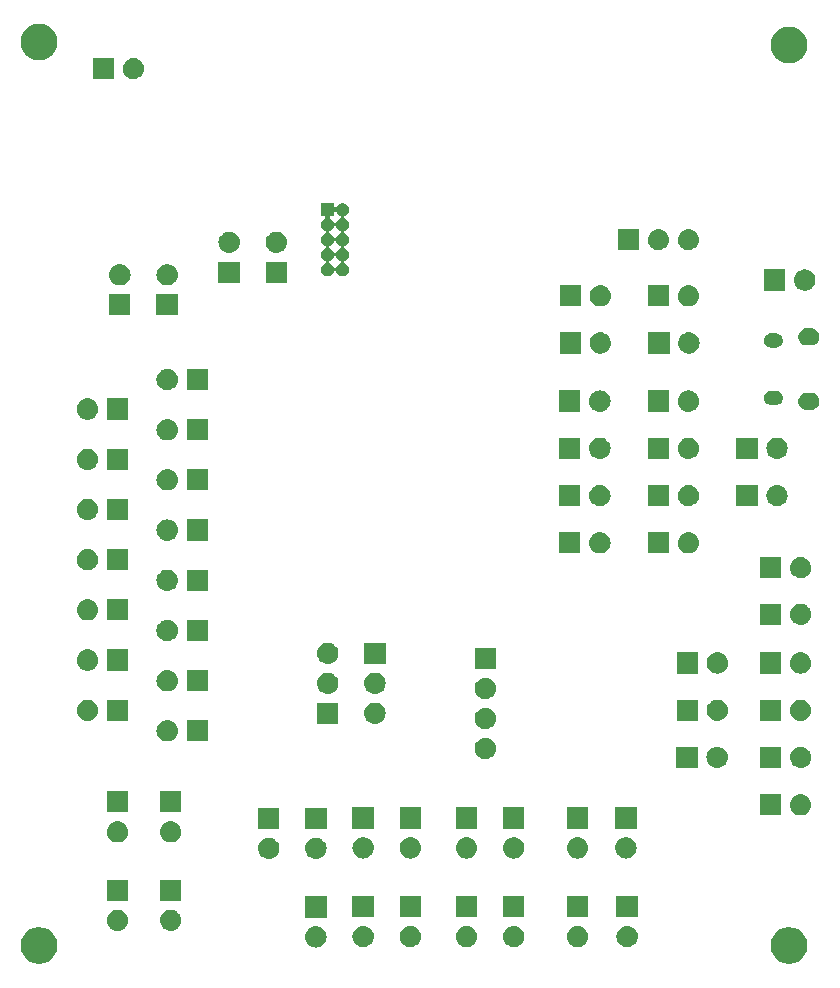
<source format=gbs>
G04 #@! TF.GenerationSoftware,KiCad,Pcbnew,5.0.1-33cea8e~68~ubuntu16.04.1*
G04 #@! TF.CreationDate,2019-04-06T14:10:21-04:00*
G04 #@! TF.ProjectId,electrosprawl,656C656374726F73707261776C2E6B69,rev?*
G04 #@! TF.SameCoordinates,Original*
G04 #@! TF.FileFunction,Soldermask,Bot*
G04 #@! TF.FilePolarity,Negative*
%FSLAX46Y46*%
G04 Gerber Fmt 4.6, Leading zero omitted, Abs format (unit mm)*
G04 Created by KiCad (PCBNEW 5.0.1-33cea8e~68~ubuntu16.04.1) date Sat 06 Apr 2019 14:10:21 EDT*
%MOMM*%
%LPD*%
G01*
G04 APERTURE LIST*
%ADD10C,0.100000*%
G04 APERTURE END LIST*
D10*
G36*
X107274071Y-101496999D02*
X107431844Y-101528382D01*
X107714108Y-101645299D01*
X107968139Y-101815037D01*
X108184175Y-102031073D01*
X108353913Y-102285104D01*
X108470830Y-102567368D01*
X108470830Y-102567369D01*
X108507709Y-102752769D01*
X108530434Y-102867018D01*
X108530434Y-103172538D01*
X108470830Y-103472188D01*
X108353913Y-103754452D01*
X108184175Y-104008483D01*
X107968139Y-104224519D01*
X107714108Y-104394257D01*
X107431844Y-104511174D01*
X107331961Y-104531042D01*
X107132196Y-104570778D01*
X106826672Y-104570778D01*
X106626907Y-104531042D01*
X106527024Y-104511174D01*
X106244760Y-104394257D01*
X105990729Y-104224519D01*
X105774693Y-104008483D01*
X105604955Y-103754452D01*
X105488038Y-103472188D01*
X105428434Y-103172538D01*
X105428434Y-102867018D01*
X105451160Y-102752769D01*
X105488038Y-102567369D01*
X105488038Y-102567368D01*
X105604955Y-102285104D01*
X105774693Y-102031073D01*
X105990729Y-101815037D01*
X106244760Y-101645299D01*
X106527024Y-101528382D01*
X106684797Y-101496999D01*
X106826672Y-101468778D01*
X107132196Y-101468778D01*
X107274071Y-101496999D01*
X107274071Y-101496999D01*
G37*
G36*
X170774071Y-101496999D02*
X170931844Y-101528382D01*
X171214108Y-101645299D01*
X171468139Y-101815037D01*
X171684175Y-102031073D01*
X171853913Y-102285104D01*
X171970830Y-102567368D01*
X171970830Y-102567369D01*
X172007709Y-102752769D01*
X172030434Y-102867018D01*
X172030434Y-103172538D01*
X171970830Y-103472188D01*
X171853913Y-103754452D01*
X171684175Y-104008483D01*
X171468139Y-104224519D01*
X171214108Y-104394257D01*
X170931844Y-104511174D01*
X170831961Y-104531042D01*
X170632196Y-104570778D01*
X170326672Y-104570778D01*
X170126907Y-104531042D01*
X170027024Y-104511174D01*
X169744760Y-104394257D01*
X169490729Y-104224519D01*
X169274693Y-104008483D01*
X169104955Y-103754452D01*
X168988038Y-103472188D01*
X168928434Y-103172538D01*
X168928434Y-102867018D01*
X168951160Y-102752769D01*
X168988038Y-102567369D01*
X168988038Y-102567368D01*
X169104955Y-102285104D01*
X169274693Y-102031073D01*
X169490729Y-101815037D01*
X169744760Y-101645299D01*
X170027024Y-101528382D01*
X170184797Y-101496999D01*
X170326672Y-101468778D01*
X170632196Y-101468778D01*
X170774071Y-101496999D01*
X170774071Y-101496999D01*
G37*
G36*
X130539877Y-101395297D02*
X130606061Y-101401815D01*
X130719287Y-101436162D01*
X130775901Y-101453335D01*
X130804792Y-101468778D01*
X130932425Y-101537000D01*
X130968163Y-101566330D01*
X131069620Y-101649592D01*
X131124300Y-101716221D01*
X131182212Y-101786787D01*
X131182213Y-101786789D01*
X131265877Y-101943311D01*
X131265877Y-101943312D01*
X131317397Y-102113151D01*
X131334793Y-102289778D01*
X131317397Y-102466405D01*
X131286770Y-102567368D01*
X131265877Y-102636245D01*
X131203594Y-102752767D01*
X131182212Y-102792769D01*
X131152882Y-102828507D01*
X131069620Y-102929964D01*
X130981165Y-103002556D01*
X130932425Y-103042556D01*
X130932423Y-103042557D01*
X130775901Y-103126221D01*
X130737924Y-103137741D01*
X130606061Y-103177741D01*
X130539877Y-103184259D01*
X130473694Y-103190778D01*
X130385174Y-103190778D01*
X130318991Y-103184259D01*
X130252807Y-103177741D01*
X130120944Y-103137741D01*
X130082967Y-103126221D01*
X129926445Y-103042557D01*
X129926443Y-103042556D01*
X129877703Y-103002556D01*
X129789248Y-102929964D01*
X129705986Y-102828507D01*
X129676656Y-102792769D01*
X129655274Y-102752767D01*
X129592991Y-102636245D01*
X129572098Y-102567368D01*
X129541471Y-102466405D01*
X129524075Y-102289778D01*
X129541471Y-102113151D01*
X129592991Y-101943312D01*
X129592991Y-101943311D01*
X129676655Y-101786789D01*
X129676656Y-101786787D01*
X129734568Y-101716221D01*
X129789248Y-101649592D01*
X129890705Y-101566330D01*
X129926443Y-101537000D01*
X130054076Y-101468778D01*
X130082967Y-101453335D01*
X130139581Y-101436162D01*
X130252807Y-101401815D01*
X130318991Y-101395297D01*
X130385174Y-101388778D01*
X130473694Y-101388778D01*
X130539877Y-101395297D01*
X130539877Y-101395297D01*
G37*
G36*
X152689877Y-101355297D02*
X152756061Y-101361815D01*
X152844946Y-101388778D01*
X152925901Y-101413335D01*
X153029626Y-101468778D01*
X153082425Y-101497000D01*
X153118163Y-101526330D01*
X153219620Y-101609592D01*
X153302882Y-101711049D01*
X153332212Y-101746787D01*
X153332213Y-101746789D01*
X153415877Y-101903311D01*
X153415877Y-101903312D01*
X153467397Y-102073151D01*
X153484793Y-102249778D01*
X153467397Y-102426405D01*
X153455263Y-102466405D01*
X153415877Y-102596245D01*
X153394496Y-102636245D01*
X153332212Y-102752769D01*
X153302882Y-102788507D01*
X153219620Y-102889964D01*
X153118163Y-102973226D01*
X153082425Y-103002556D01*
X153082423Y-103002557D01*
X152925901Y-103086221D01*
X152869287Y-103103394D01*
X152756061Y-103137741D01*
X152689877Y-103144259D01*
X152623694Y-103150778D01*
X152535174Y-103150778D01*
X152468992Y-103144260D01*
X152402807Y-103137741D01*
X152289581Y-103103394D01*
X152232967Y-103086221D01*
X152076445Y-103002557D01*
X152076443Y-103002556D01*
X152040705Y-102973226D01*
X151939248Y-102889964D01*
X151855986Y-102788507D01*
X151826656Y-102752769D01*
X151764372Y-102636245D01*
X151742991Y-102596245D01*
X151703605Y-102466405D01*
X151691471Y-102426405D01*
X151674075Y-102249778D01*
X151691471Y-102073151D01*
X151742991Y-101903312D01*
X151742991Y-101903311D01*
X151826655Y-101746789D01*
X151826656Y-101746787D01*
X151855986Y-101711049D01*
X151939248Y-101609592D01*
X152040705Y-101526330D01*
X152076443Y-101497000D01*
X152129242Y-101468778D01*
X152232967Y-101413335D01*
X152313922Y-101388778D01*
X152402807Y-101361815D01*
X152468991Y-101355297D01*
X152535174Y-101348778D01*
X152623694Y-101348778D01*
X152689877Y-101355297D01*
X152689877Y-101355297D01*
G37*
G36*
X143289877Y-101355297D02*
X143356061Y-101361815D01*
X143444946Y-101388778D01*
X143525901Y-101413335D01*
X143629626Y-101468778D01*
X143682425Y-101497000D01*
X143718163Y-101526330D01*
X143819620Y-101609592D01*
X143902882Y-101711049D01*
X143932212Y-101746787D01*
X143932213Y-101746789D01*
X144015877Y-101903311D01*
X144015877Y-101903312D01*
X144067397Y-102073151D01*
X144084793Y-102249778D01*
X144067397Y-102426405D01*
X144055263Y-102466405D01*
X144015877Y-102596245D01*
X143994496Y-102636245D01*
X143932212Y-102752769D01*
X143902882Y-102788507D01*
X143819620Y-102889964D01*
X143718163Y-102973226D01*
X143682425Y-103002556D01*
X143682423Y-103002557D01*
X143525901Y-103086221D01*
X143469287Y-103103394D01*
X143356061Y-103137741D01*
X143289877Y-103144259D01*
X143223694Y-103150778D01*
X143135174Y-103150778D01*
X143068992Y-103144260D01*
X143002807Y-103137741D01*
X142889581Y-103103394D01*
X142832967Y-103086221D01*
X142676445Y-103002557D01*
X142676443Y-103002556D01*
X142640705Y-102973226D01*
X142539248Y-102889964D01*
X142455986Y-102788507D01*
X142426656Y-102752769D01*
X142364372Y-102636245D01*
X142342991Y-102596245D01*
X142303605Y-102466405D01*
X142291471Y-102426405D01*
X142274075Y-102249778D01*
X142291471Y-102073151D01*
X142342991Y-101903312D01*
X142342991Y-101903311D01*
X142426655Y-101746789D01*
X142426656Y-101746787D01*
X142455986Y-101711049D01*
X142539248Y-101609592D01*
X142640705Y-101526330D01*
X142676443Y-101497000D01*
X142729242Y-101468778D01*
X142832967Y-101413335D01*
X142913922Y-101388778D01*
X143002807Y-101361815D01*
X143068991Y-101355297D01*
X143135174Y-101348778D01*
X143223694Y-101348778D01*
X143289877Y-101355297D01*
X143289877Y-101355297D01*
G37*
G36*
X147289877Y-101355297D02*
X147356061Y-101361815D01*
X147444946Y-101388778D01*
X147525901Y-101413335D01*
X147629626Y-101468778D01*
X147682425Y-101497000D01*
X147718163Y-101526330D01*
X147819620Y-101609592D01*
X147902882Y-101711049D01*
X147932212Y-101746787D01*
X147932213Y-101746789D01*
X148015877Y-101903311D01*
X148015877Y-101903312D01*
X148067397Y-102073151D01*
X148084793Y-102249778D01*
X148067397Y-102426405D01*
X148055263Y-102466405D01*
X148015877Y-102596245D01*
X147994496Y-102636245D01*
X147932212Y-102752769D01*
X147902882Y-102788507D01*
X147819620Y-102889964D01*
X147718163Y-102973226D01*
X147682425Y-103002556D01*
X147682423Y-103002557D01*
X147525901Y-103086221D01*
X147469287Y-103103394D01*
X147356061Y-103137741D01*
X147289877Y-103144259D01*
X147223694Y-103150778D01*
X147135174Y-103150778D01*
X147068992Y-103144260D01*
X147002807Y-103137741D01*
X146889581Y-103103394D01*
X146832967Y-103086221D01*
X146676445Y-103002557D01*
X146676443Y-103002556D01*
X146640705Y-102973226D01*
X146539248Y-102889964D01*
X146455986Y-102788507D01*
X146426656Y-102752769D01*
X146364372Y-102636245D01*
X146342991Y-102596245D01*
X146303605Y-102466405D01*
X146291471Y-102426405D01*
X146274075Y-102249778D01*
X146291471Y-102073151D01*
X146342991Y-101903312D01*
X146342991Y-101903311D01*
X146426655Y-101746789D01*
X146426656Y-101746787D01*
X146455986Y-101711049D01*
X146539248Y-101609592D01*
X146640705Y-101526330D01*
X146676443Y-101497000D01*
X146729242Y-101468778D01*
X146832967Y-101413335D01*
X146913922Y-101388778D01*
X147002807Y-101361815D01*
X147068991Y-101355297D01*
X147135174Y-101348778D01*
X147223694Y-101348778D01*
X147289877Y-101355297D01*
X147289877Y-101355297D01*
G37*
G36*
X134539877Y-101355297D02*
X134606061Y-101361815D01*
X134694946Y-101388778D01*
X134775901Y-101413335D01*
X134879626Y-101468778D01*
X134932425Y-101497000D01*
X134968163Y-101526330D01*
X135069620Y-101609592D01*
X135152882Y-101711049D01*
X135182212Y-101746787D01*
X135182213Y-101746789D01*
X135265877Y-101903311D01*
X135265877Y-101903312D01*
X135317397Y-102073151D01*
X135334793Y-102249778D01*
X135317397Y-102426405D01*
X135305263Y-102466405D01*
X135265877Y-102596245D01*
X135244496Y-102636245D01*
X135182212Y-102752769D01*
X135152882Y-102788507D01*
X135069620Y-102889964D01*
X134968163Y-102973226D01*
X134932425Y-103002556D01*
X134932423Y-103002557D01*
X134775901Y-103086221D01*
X134719287Y-103103394D01*
X134606061Y-103137741D01*
X134539877Y-103144259D01*
X134473694Y-103150778D01*
X134385174Y-103150778D01*
X134318992Y-103144260D01*
X134252807Y-103137741D01*
X134139581Y-103103394D01*
X134082967Y-103086221D01*
X133926445Y-103002557D01*
X133926443Y-103002556D01*
X133890705Y-102973226D01*
X133789248Y-102889964D01*
X133705986Y-102788507D01*
X133676656Y-102752769D01*
X133614372Y-102636245D01*
X133592991Y-102596245D01*
X133553605Y-102466405D01*
X133541471Y-102426405D01*
X133524075Y-102249778D01*
X133541471Y-102073151D01*
X133592991Y-101903312D01*
X133592991Y-101903311D01*
X133676655Y-101746789D01*
X133676656Y-101746787D01*
X133705986Y-101711049D01*
X133789248Y-101609592D01*
X133890705Y-101526330D01*
X133926443Y-101497000D01*
X133979242Y-101468778D01*
X134082967Y-101413335D01*
X134163922Y-101388778D01*
X134252807Y-101361815D01*
X134318991Y-101355297D01*
X134385174Y-101348778D01*
X134473694Y-101348778D01*
X134539877Y-101355297D01*
X134539877Y-101355297D01*
G37*
G36*
X156889877Y-101355297D02*
X156956061Y-101361815D01*
X157044946Y-101388778D01*
X157125901Y-101413335D01*
X157229626Y-101468778D01*
X157282425Y-101497000D01*
X157318163Y-101526330D01*
X157419620Y-101609592D01*
X157502882Y-101711049D01*
X157532212Y-101746787D01*
X157532213Y-101746789D01*
X157615877Y-101903311D01*
X157615877Y-101903312D01*
X157667397Y-102073151D01*
X157684793Y-102249778D01*
X157667397Y-102426405D01*
X157655263Y-102466405D01*
X157615877Y-102596245D01*
X157594496Y-102636245D01*
X157532212Y-102752769D01*
X157502882Y-102788507D01*
X157419620Y-102889964D01*
X157318163Y-102973226D01*
X157282425Y-103002556D01*
X157282423Y-103002557D01*
X157125901Y-103086221D01*
X157069287Y-103103394D01*
X156956061Y-103137741D01*
X156889877Y-103144259D01*
X156823694Y-103150778D01*
X156735174Y-103150778D01*
X156668992Y-103144260D01*
X156602807Y-103137741D01*
X156489581Y-103103394D01*
X156432967Y-103086221D01*
X156276445Y-103002557D01*
X156276443Y-103002556D01*
X156240705Y-102973226D01*
X156139248Y-102889964D01*
X156055986Y-102788507D01*
X156026656Y-102752769D01*
X155964372Y-102636245D01*
X155942991Y-102596245D01*
X155903605Y-102466405D01*
X155891471Y-102426405D01*
X155874075Y-102249778D01*
X155891471Y-102073151D01*
X155942991Y-101903312D01*
X155942991Y-101903311D01*
X156026655Y-101746789D01*
X156026656Y-101746787D01*
X156055986Y-101711049D01*
X156139248Y-101609592D01*
X156240705Y-101526330D01*
X156276443Y-101497000D01*
X156329242Y-101468778D01*
X156432967Y-101413335D01*
X156513922Y-101388778D01*
X156602807Y-101361815D01*
X156668991Y-101355297D01*
X156735174Y-101348778D01*
X156823694Y-101348778D01*
X156889877Y-101355297D01*
X156889877Y-101355297D01*
G37*
G36*
X138539877Y-101355297D02*
X138606061Y-101361815D01*
X138694946Y-101388778D01*
X138775901Y-101413335D01*
X138879626Y-101468778D01*
X138932425Y-101497000D01*
X138968163Y-101526330D01*
X139069620Y-101609592D01*
X139152882Y-101711049D01*
X139182212Y-101746787D01*
X139182213Y-101746789D01*
X139265877Y-101903311D01*
X139265877Y-101903312D01*
X139317397Y-102073151D01*
X139334793Y-102249778D01*
X139317397Y-102426405D01*
X139305263Y-102466405D01*
X139265877Y-102596245D01*
X139244496Y-102636245D01*
X139182212Y-102752769D01*
X139152882Y-102788507D01*
X139069620Y-102889964D01*
X138968163Y-102973226D01*
X138932425Y-103002556D01*
X138932423Y-103002557D01*
X138775901Y-103086221D01*
X138719287Y-103103394D01*
X138606061Y-103137741D01*
X138539877Y-103144259D01*
X138473694Y-103150778D01*
X138385174Y-103150778D01*
X138318992Y-103144260D01*
X138252807Y-103137741D01*
X138139581Y-103103394D01*
X138082967Y-103086221D01*
X137926445Y-103002557D01*
X137926443Y-103002556D01*
X137890705Y-102973226D01*
X137789248Y-102889964D01*
X137705986Y-102788507D01*
X137676656Y-102752769D01*
X137614372Y-102636245D01*
X137592991Y-102596245D01*
X137553605Y-102466405D01*
X137541471Y-102426405D01*
X137524075Y-102249778D01*
X137541471Y-102073151D01*
X137592991Y-101903312D01*
X137592991Y-101903311D01*
X137676655Y-101746789D01*
X137676656Y-101746787D01*
X137705986Y-101711049D01*
X137789248Y-101609592D01*
X137890705Y-101526330D01*
X137926443Y-101497000D01*
X137979242Y-101468778D01*
X138082967Y-101413335D01*
X138163922Y-101388778D01*
X138252807Y-101361815D01*
X138318991Y-101355297D01*
X138385174Y-101348778D01*
X138473694Y-101348778D01*
X138539877Y-101355297D01*
X138539877Y-101355297D01*
G37*
G36*
X113739877Y-99985297D02*
X113806061Y-99991815D01*
X113919287Y-100026162D01*
X113975901Y-100043335D01*
X114114521Y-100117430D01*
X114132425Y-100127000D01*
X114168163Y-100156330D01*
X114269620Y-100239592D01*
X114352882Y-100341049D01*
X114382212Y-100376787D01*
X114382213Y-100376789D01*
X114465877Y-100533311D01*
X114465877Y-100533312D01*
X114517397Y-100703151D01*
X114534793Y-100879778D01*
X114517397Y-101056405D01*
X114483050Y-101169631D01*
X114465877Y-101226245D01*
X114400381Y-101348778D01*
X114382212Y-101382769D01*
X114366581Y-101401815D01*
X114269620Y-101519964D01*
X114168163Y-101603226D01*
X114132425Y-101632556D01*
X114132423Y-101632557D01*
X113975901Y-101716221D01*
X113919287Y-101733394D01*
X113806061Y-101767741D01*
X113739877Y-101774259D01*
X113673694Y-101780778D01*
X113585174Y-101780778D01*
X113518991Y-101774259D01*
X113452807Y-101767741D01*
X113339581Y-101733394D01*
X113282967Y-101716221D01*
X113126445Y-101632557D01*
X113126443Y-101632556D01*
X113090705Y-101603226D01*
X112989248Y-101519964D01*
X112892287Y-101401815D01*
X112876656Y-101382769D01*
X112858487Y-101348778D01*
X112792991Y-101226245D01*
X112775818Y-101169631D01*
X112741471Y-101056405D01*
X112724075Y-100879778D01*
X112741471Y-100703151D01*
X112792991Y-100533312D01*
X112792991Y-100533311D01*
X112876655Y-100376789D01*
X112876656Y-100376787D01*
X112905986Y-100341049D01*
X112989248Y-100239592D01*
X113090705Y-100156330D01*
X113126443Y-100127000D01*
X113144347Y-100117430D01*
X113282967Y-100043335D01*
X113339581Y-100026162D01*
X113452807Y-99991815D01*
X113518992Y-99985296D01*
X113585174Y-99978778D01*
X113673694Y-99978778D01*
X113739877Y-99985297D01*
X113739877Y-99985297D01*
G37*
G36*
X118239877Y-99985297D02*
X118306061Y-99991815D01*
X118419287Y-100026162D01*
X118475901Y-100043335D01*
X118614521Y-100117430D01*
X118632425Y-100127000D01*
X118668163Y-100156330D01*
X118769620Y-100239592D01*
X118852882Y-100341049D01*
X118882212Y-100376787D01*
X118882213Y-100376789D01*
X118965877Y-100533311D01*
X118965877Y-100533312D01*
X119017397Y-100703151D01*
X119034793Y-100879778D01*
X119017397Y-101056405D01*
X118983050Y-101169631D01*
X118965877Y-101226245D01*
X118900381Y-101348778D01*
X118882212Y-101382769D01*
X118866581Y-101401815D01*
X118769620Y-101519964D01*
X118668163Y-101603226D01*
X118632425Y-101632556D01*
X118632423Y-101632557D01*
X118475901Y-101716221D01*
X118419287Y-101733394D01*
X118306061Y-101767741D01*
X118239877Y-101774259D01*
X118173694Y-101780778D01*
X118085174Y-101780778D01*
X118018991Y-101774259D01*
X117952807Y-101767741D01*
X117839581Y-101733394D01*
X117782967Y-101716221D01*
X117626445Y-101632557D01*
X117626443Y-101632556D01*
X117590705Y-101603226D01*
X117489248Y-101519964D01*
X117392287Y-101401815D01*
X117376656Y-101382769D01*
X117358487Y-101348778D01*
X117292991Y-101226245D01*
X117275818Y-101169631D01*
X117241471Y-101056405D01*
X117224075Y-100879778D01*
X117241471Y-100703151D01*
X117292991Y-100533312D01*
X117292991Y-100533311D01*
X117376655Y-100376789D01*
X117376656Y-100376787D01*
X117405986Y-100341049D01*
X117489248Y-100239592D01*
X117590705Y-100156330D01*
X117626443Y-100127000D01*
X117644347Y-100117430D01*
X117782967Y-100043335D01*
X117839581Y-100026162D01*
X117952807Y-99991815D01*
X118018992Y-99985296D01*
X118085174Y-99978778D01*
X118173694Y-99978778D01*
X118239877Y-99985297D01*
X118239877Y-99985297D01*
G37*
G36*
X131330434Y-100650778D02*
X129528434Y-100650778D01*
X129528434Y-98848778D01*
X131330434Y-98848778D01*
X131330434Y-100650778D01*
X131330434Y-100650778D01*
G37*
G36*
X139330434Y-100610778D02*
X137528434Y-100610778D01*
X137528434Y-98808778D01*
X139330434Y-98808778D01*
X139330434Y-100610778D01*
X139330434Y-100610778D01*
G37*
G36*
X144080434Y-100610778D02*
X142278434Y-100610778D01*
X142278434Y-98808778D01*
X144080434Y-98808778D01*
X144080434Y-100610778D01*
X144080434Y-100610778D01*
G37*
G36*
X148080434Y-100610778D02*
X146278434Y-100610778D01*
X146278434Y-98808778D01*
X148080434Y-98808778D01*
X148080434Y-100610778D01*
X148080434Y-100610778D01*
G37*
G36*
X135330434Y-100610778D02*
X133528434Y-100610778D01*
X133528434Y-98808778D01*
X135330434Y-98808778D01*
X135330434Y-100610778D01*
X135330434Y-100610778D01*
G37*
G36*
X153480434Y-100610778D02*
X151678434Y-100610778D01*
X151678434Y-98808778D01*
X153480434Y-98808778D01*
X153480434Y-100610778D01*
X153480434Y-100610778D01*
G37*
G36*
X157680434Y-100610778D02*
X155878434Y-100610778D01*
X155878434Y-98808778D01*
X157680434Y-98808778D01*
X157680434Y-100610778D01*
X157680434Y-100610778D01*
G37*
G36*
X119030434Y-99240778D02*
X117228434Y-99240778D01*
X117228434Y-97438778D01*
X119030434Y-97438778D01*
X119030434Y-99240778D01*
X119030434Y-99240778D01*
G37*
G36*
X114530434Y-99240778D02*
X112728434Y-99240778D01*
X112728434Y-97438778D01*
X114530434Y-97438778D01*
X114530434Y-99240778D01*
X114530434Y-99240778D01*
G37*
G36*
X130539876Y-93895296D02*
X130606061Y-93901815D01*
X130719287Y-93936162D01*
X130775901Y-93953335D01*
X130857589Y-93996999D01*
X130932425Y-94037000D01*
X130968163Y-94066330D01*
X131069620Y-94149592D01*
X131124300Y-94216221D01*
X131182212Y-94286787D01*
X131182213Y-94286789D01*
X131265877Y-94443311D01*
X131265877Y-94443312D01*
X131317397Y-94613151D01*
X131334793Y-94789778D01*
X131317397Y-94966405D01*
X131283050Y-95079631D01*
X131265877Y-95136245D01*
X131203594Y-95252767D01*
X131182212Y-95292769D01*
X131152882Y-95328507D01*
X131069620Y-95429964D01*
X130981165Y-95502556D01*
X130932425Y-95542556D01*
X130932423Y-95542557D01*
X130775901Y-95626221D01*
X130737924Y-95637741D01*
X130606061Y-95677741D01*
X130539876Y-95684260D01*
X130473694Y-95690778D01*
X130385174Y-95690778D01*
X130318991Y-95684259D01*
X130252807Y-95677741D01*
X130120944Y-95637741D01*
X130082967Y-95626221D01*
X129926445Y-95542557D01*
X129926443Y-95542556D01*
X129877703Y-95502556D01*
X129789248Y-95429964D01*
X129705986Y-95328507D01*
X129676656Y-95292769D01*
X129655274Y-95252767D01*
X129592991Y-95136245D01*
X129575818Y-95079631D01*
X129541471Y-94966405D01*
X129524075Y-94789778D01*
X129541471Y-94613151D01*
X129592991Y-94443312D01*
X129592991Y-94443311D01*
X129676655Y-94286789D01*
X129676656Y-94286787D01*
X129734568Y-94216221D01*
X129789248Y-94149592D01*
X129890705Y-94066330D01*
X129926443Y-94037000D01*
X130001279Y-93996999D01*
X130082967Y-93953335D01*
X130139581Y-93936162D01*
X130252807Y-93901815D01*
X130318992Y-93895296D01*
X130385174Y-93888778D01*
X130473694Y-93888778D01*
X130539876Y-93895296D01*
X130539876Y-93895296D01*
G37*
G36*
X126539876Y-93895296D02*
X126606061Y-93901815D01*
X126719287Y-93936162D01*
X126775901Y-93953335D01*
X126857589Y-93996999D01*
X126932425Y-94037000D01*
X126968163Y-94066330D01*
X127069620Y-94149592D01*
X127124300Y-94216221D01*
X127182212Y-94286787D01*
X127182213Y-94286789D01*
X127265877Y-94443311D01*
X127265877Y-94443312D01*
X127317397Y-94613151D01*
X127334793Y-94789778D01*
X127317397Y-94966405D01*
X127283050Y-95079631D01*
X127265877Y-95136245D01*
X127203594Y-95252767D01*
X127182212Y-95292769D01*
X127152882Y-95328507D01*
X127069620Y-95429964D01*
X126981165Y-95502556D01*
X126932425Y-95542556D01*
X126932423Y-95542557D01*
X126775901Y-95626221D01*
X126737924Y-95637741D01*
X126606061Y-95677741D01*
X126539876Y-95684260D01*
X126473694Y-95690778D01*
X126385174Y-95690778D01*
X126318991Y-95684259D01*
X126252807Y-95677741D01*
X126120944Y-95637741D01*
X126082967Y-95626221D01*
X125926445Y-95542557D01*
X125926443Y-95542556D01*
X125877703Y-95502556D01*
X125789248Y-95429964D01*
X125705986Y-95328507D01*
X125676656Y-95292769D01*
X125655274Y-95252767D01*
X125592991Y-95136245D01*
X125575818Y-95079631D01*
X125541471Y-94966405D01*
X125524075Y-94789778D01*
X125541471Y-94613151D01*
X125592991Y-94443312D01*
X125592991Y-94443311D01*
X125676655Y-94286789D01*
X125676656Y-94286787D01*
X125734568Y-94216221D01*
X125789248Y-94149592D01*
X125890705Y-94066330D01*
X125926443Y-94037000D01*
X126001279Y-93996999D01*
X126082967Y-93953335D01*
X126139581Y-93936162D01*
X126252807Y-93901815D01*
X126318992Y-93895296D01*
X126385174Y-93888778D01*
X126473694Y-93888778D01*
X126539876Y-93895296D01*
X126539876Y-93895296D01*
G37*
G36*
X147289876Y-93855296D02*
X147356061Y-93861815D01*
X147444946Y-93888778D01*
X147525901Y-93913335D01*
X147664521Y-93987430D01*
X147682425Y-93997000D01*
X147718163Y-94026330D01*
X147819620Y-94109592D01*
X147902882Y-94211049D01*
X147932212Y-94246787D01*
X147932213Y-94246789D01*
X148015877Y-94403311D01*
X148015877Y-94403312D01*
X148067397Y-94573151D01*
X148084793Y-94749778D01*
X148067397Y-94926405D01*
X148055263Y-94966405D01*
X148015877Y-95096245D01*
X147994496Y-95136245D01*
X147932212Y-95252769D01*
X147902882Y-95288507D01*
X147819620Y-95389964D01*
X147718163Y-95473226D01*
X147682425Y-95502556D01*
X147682423Y-95502557D01*
X147525901Y-95586221D01*
X147469287Y-95603394D01*
X147356061Y-95637741D01*
X147289876Y-95644260D01*
X147223694Y-95650778D01*
X147135174Y-95650778D01*
X147068992Y-95644260D01*
X147002807Y-95637741D01*
X146889581Y-95603394D01*
X146832967Y-95586221D01*
X146676445Y-95502557D01*
X146676443Y-95502556D01*
X146640705Y-95473226D01*
X146539248Y-95389964D01*
X146455986Y-95288507D01*
X146426656Y-95252769D01*
X146364372Y-95136245D01*
X146342991Y-95096245D01*
X146303605Y-94966405D01*
X146291471Y-94926405D01*
X146274075Y-94749778D01*
X146291471Y-94573151D01*
X146342991Y-94403312D01*
X146342991Y-94403311D01*
X146426655Y-94246789D01*
X146426656Y-94246787D01*
X146455986Y-94211049D01*
X146539248Y-94109592D01*
X146640705Y-94026330D01*
X146676443Y-93997000D01*
X146694347Y-93987430D01*
X146832967Y-93913335D01*
X146913922Y-93888778D01*
X147002807Y-93861815D01*
X147068991Y-93855297D01*
X147135174Y-93848778D01*
X147223694Y-93848778D01*
X147289876Y-93855296D01*
X147289876Y-93855296D01*
G37*
G36*
X138539876Y-93855296D02*
X138606061Y-93861815D01*
X138694946Y-93888778D01*
X138775901Y-93913335D01*
X138914521Y-93987430D01*
X138932425Y-93997000D01*
X138968163Y-94026330D01*
X139069620Y-94109592D01*
X139152882Y-94211049D01*
X139182212Y-94246787D01*
X139182213Y-94246789D01*
X139265877Y-94403311D01*
X139265877Y-94403312D01*
X139317397Y-94573151D01*
X139334793Y-94749778D01*
X139317397Y-94926405D01*
X139305263Y-94966405D01*
X139265877Y-95096245D01*
X139244496Y-95136245D01*
X139182212Y-95252769D01*
X139152882Y-95288507D01*
X139069620Y-95389964D01*
X138968163Y-95473226D01*
X138932425Y-95502556D01*
X138932423Y-95502557D01*
X138775901Y-95586221D01*
X138719287Y-95603394D01*
X138606061Y-95637741D01*
X138539876Y-95644260D01*
X138473694Y-95650778D01*
X138385174Y-95650778D01*
X138318992Y-95644260D01*
X138252807Y-95637741D01*
X138139581Y-95603394D01*
X138082967Y-95586221D01*
X137926445Y-95502557D01*
X137926443Y-95502556D01*
X137890705Y-95473226D01*
X137789248Y-95389964D01*
X137705986Y-95288507D01*
X137676656Y-95252769D01*
X137614372Y-95136245D01*
X137592991Y-95096245D01*
X137553605Y-94966405D01*
X137541471Y-94926405D01*
X137524075Y-94749778D01*
X137541471Y-94573151D01*
X137592991Y-94403312D01*
X137592991Y-94403311D01*
X137676655Y-94246789D01*
X137676656Y-94246787D01*
X137705986Y-94211049D01*
X137789248Y-94109592D01*
X137890705Y-94026330D01*
X137926443Y-93997000D01*
X137944347Y-93987430D01*
X138082967Y-93913335D01*
X138163922Y-93888778D01*
X138252807Y-93861815D01*
X138318991Y-93855297D01*
X138385174Y-93848778D01*
X138473694Y-93848778D01*
X138539876Y-93855296D01*
X138539876Y-93855296D01*
G37*
G36*
X143289876Y-93855296D02*
X143356061Y-93861815D01*
X143444946Y-93888778D01*
X143525901Y-93913335D01*
X143664521Y-93987430D01*
X143682425Y-93997000D01*
X143718163Y-94026330D01*
X143819620Y-94109592D01*
X143902882Y-94211049D01*
X143932212Y-94246787D01*
X143932213Y-94246789D01*
X144015877Y-94403311D01*
X144015877Y-94403312D01*
X144067397Y-94573151D01*
X144084793Y-94749778D01*
X144067397Y-94926405D01*
X144055263Y-94966405D01*
X144015877Y-95096245D01*
X143994496Y-95136245D01*
X143932212Y-95252769D01*
X143902882Y-95288507D01*
X143819620Y-95389964D01*
X143718163Y-95473226D01*
X143682425Y-95502556D01*
X143682423Y-95502557D01*
X143525901Y-95586221D01*
X143469287Y-95603394D01*
X143356061Y-95637741D01*
X143289876Y-95644260D01*
X143223694Y-95650778D01*
X143135174Y-95650778D01*
X143068992Y-95644260D01*
X143002807Y-95637741D01*
X142889581Y-95603394D01*
X142832967Y-95586221D01*
X142676445Y-95502557D01*
X142676443Y-95502556D01*
X142640705Y-95473226D01*
X142539248Y-95389964D01*
X142455986Y-95288507D01*
X142426656Y-95252769D01*
X142364372Y-95136245D01*
X142342991Y-95096245D01*
X142303605Y-94966405D01*
X142291471Y-94926405D01*
X142274075Y-94749778D01*
X142291471Y-94573151D01*
X142342991Y-94403312D01*
X142342991Y-94403311D01*
X142426655Y-94246789D01*
X142426656Y-94246787D01*
X142455986Y-94211049D01*
X142539248Y-94109592D01*
X142640705Y-94026330D01*
X142676443Y-93997000D01*
X142694347Y-93987430D01*
X142832967Y-93913335D01*
X142913922Y-93888778D01*
X143002807Y-93861815D01*
X143068991Y-93855297D01*
X143135174Y-93848778D01*
X143223694Y-93848778D01*
X143289876Y-93855296D01*
X143289876Y-93855296D01*
G37*
G36*
X134539876Y-93855296D02*
X134606061Y-93861815D01*
X134694946Y-93888778D01*
X134775901Y-93913335D01*
X134914521Y-93987430D01*
X134932425Y-93997000D01*
X134968163Y-94026330D01*
X135069620Y-94109592D01*
X135152882Y-94211049D01*
X135182212Y-94246787D01*
X135182213Y-94246789D01*
X135265877Y-94403311D01*
X135265877Y-94403312D01*
X135317397Y-94573151D01*
X135334793Y-94749778D01*
X135317397Y-94926405D01*
X135305263Y-94966405D01*
X135265877Y-95096245D01*
X135244496Y-95136245D01*
X135182212Y-95252769D01*
X135152882Y-95288507D01*
X135069620Y-95389964D01*
X134968163Y-95473226D01*
X134932425Y-95502556D01*
X134932423Y-95502557D01*
X134775901Y-95586221D01*
X134719287Y-95603394D01*
X134606061Y-95637741D01*
X134539876Y-95644260D01*
X134473694Y-95650778D01*
X134385174Y-95650778D01*
X134318992Y-95644260D01*
X134252807Y-95637741D01*
X134139581Y-95603394D01*
X134082967Y-95586221D01*
X133926445Y-95502557D01*
X133926443Y-95502556D01*
X133890705Y-95473226D01*
X133789248Y-95389964D01*
X133705986Y-95288507D01*
X133676656Y-95252769D01*
X133614372Y-95136245D01*
X133592991Y-95096245D01*
X133553605Y-94966405D01*
X133541471Y-94926405D01*
X133524075Y-94749778D01*
X133541471Y-94573151D01*
X133592991Y-94403312D01*
X133592991Y-94403311D01*
X133676655Y-94246789D01*
X133676656Y-94246787D01*
X133705986Y-94211049D01*
X133789248Y-94109592D01*
X133890705Y-94026330D01*
X133926443Y-93997000D01*
X133944347Y-93987430D01*
X134082967Y-93913335D01*
X134163922Y-93888778D01*
X134252807Y-93861815D01*
X134318991Y-93855297D01*
X134385174Y-93848778D01*
X134473694Y-93848778D01*
X134539876Y-93855296D01*
X134539876Y-93855296D01*
G37*
G36*
X156789876Y-93855296D02*
X156856061Y-93861815D01*
X156944946Y-93888778D01*
X157025901Y-93913335D01*
X157164521Y-93987430D01*
X157182425Y-93997000D01*
X157218163Y-94026330D01*
X157319620Y-94109592D01*
X157402882Y-94211049D01*
X157432212Y-94246787D01*
X157432213Y-94246789D01*
X157515877Y-94403311D01*
X157515877Y-94403312D01*
X157567397Y-94573151D01*
X157584793Y-94749778D01*
X157567397Y-94926405D01*
X157555263Y-94966405D01*
X157515877Y-95096245D01*
X157494496Y-95136245D01*
X157432212Y-95252769D01*
X157402882Y-95288507D01*
X157319620Y-95389964D01*
X157218163Y-95473226D01*
X157182425Y-95502556D01*
X157182423Y-95502557D01*
X157025901Y-95586221D01*
X156969287Y-95603394D01*
X156856061Y-95637741D01*
X156789876Y-95644260D01*
X156723694Y-95650778D01*
X156635174Y-95650778D01*
X156568992Y-95644260D01*
X156502807Y-95637741D01*
X156389581Y-95603394D01*
X156332967Y-95586221D01*
X156176445Y-95502557D01*
X156176443Y-95502556D01*
X156140705Y-95473226D01*
X156039248Y-95389964D01*
X155955986Y-95288507D01*
X155926656Y-95252769D01*
X155864372Y-95136245D01*
X155842991Y-95096245D01*
X155803605Y-94966405D01*
X155791471Y-94926405D01*
X155774075Y-94749778D01*
X155791471Y-94573151D01*
X155842991Y-94403312D01*
X155842991Y-94403311D01*
X155926655Y-94246789D01*
X155926656Y-94246787D01*
X155955986Y-94211049D01*
X156039248Y-94109592D01*
X156140705Y-94026330D01*
X156176443Y-93997000D01*
X156194347Y-93987430D01*
X156332967Y-93913335D01*
X156413922Y-93888778D01*
X156502807Y-93861815D01*
X156568991Y-93855297D01*
X156635174Y-93848778D01*
X156723694Y-93848778D01*
X156789876Y-93855296D01*
X156789876Y-93855296D01*
G37*
G36*
X152689876Y-93855296D02*
X152756061Y-93861815D01*
X152844946Y-93888778D01*
X152925901Y-93913335D01*
X153064521Y-93987430D01*
X153082425Y-93997000D01*
X153118163Y-94026330D01*
X153219620Y-94109592D01*
X153302882Y-94211049D01*
X153332212Y-94246787D01*
X153332213Y-94246789D01*
X153415877Y-94403311D01*
X153415877Y-94403312D01*
X153467397Y-94573151D01*
X153484793Y-94749778D01*
X153467397Y-94926405D01*
X153455263Y-94966405D01*
X153415877Y-95096245D01*
X153394496Y-95136245D01*
X153332212Y-95252769D01*
X153302882Y-95288507D01*
X153219620Y-95389964D01*
X153118163Y-95473226D01*
X153082425Y-95502556D01*
X153082423Y-95502557D01*
X152925901Y-95586221D01*
X152869287Y-95603394D01*
X152756061Y-95637741D01*
X152689876Y-95644260D01*
X152623694Y-95650778D01*
X152535174Y-95650778D01*
X152468992Y-95644260D01*
X152402807Y-95637741D01*
X152289581Y-95603394D01*
X152232967Y-95586221D01*
X152076445Y-95502557D01*
X152076443Y-95502556D01*
X152040705Y-95473226D01*
X151939248Y-95389964D01*
X151855986Y-95288507D01*
X151826656Y-95252769D01*
X151764372Y-95136245D01*
X151742991Y-95096245D01*
X151703605Y-94966405D01*
X151691471Y-94926405D01*
X151674075Y-94749778D01*
X151691471Y-94573151D01*
X151742991Y-94403312D01*
X151742991Y-94403311D01*
X151826655Y-94246789D01*
X151826656Y-94246787D01*
X151855986Y-94211049D01*
X151939248Y-94109592D01*
X152040705Y-94026330D01*
X152076443Y-93997000D01*
X152094347Y-93987430D01*
X152232967Y-93913335D01*
X152313922Y-93888778D01*
X152402807Y-93861815D01*
X152468991Y-93855297D01*
X152535174Y-93848778D01*
X152623694Y-93848778D01*
X152689876Y-93855296D01*
X152689876Y-93855296D01*
G37*
G36*
X118239876Y-92485296D02*
X118306061Y-92491815D01*
X118419287Y-92526162D01*
X118475901Y-92543335D01*
X118614521Y-92617430D01*
X118632425Y-92627000D01*
X118668163Y-92656330D01*
X118769620Y-92739592D01*
X118852882Y-92841049D01*
X118882212Y-92876787D01*
X118882213Y-92876789D01*
X118965877Y-93033311D01*
X118965877Y-93033312D01*
X119017397Y-93203151D01*
X119034793Y-93379778D01*
X119017397Y-93556405D01*
X118983050Y-93669631D01*
X118965877Y-93726245D01*
X118900381Y-93848778D01*
X118882212Y-93882769D01*
X118866581Y-93901815D01*
X118769620Y-94019964D01*
X118668163Y-94103226D01*
X118632425Y-94132556D01*
X118632423Y-94132557D01*
X118475901Y-94216221D01*
X118419287Y-94233394D01*
X118306061Y-94267741D01*
X118239877Y-94274259D01*
X118173694Y-94280778D01*
X118085174Y-94280778D01*
X118018992Y-94274260D01*
X117952807Y-94267741D01*
X117839581Y-94233394D01*
X117782967Y-94216221D01*
X117626445Y-94132557D01*
X117626443Y-94132556D01*
X117590705Y-94103226D01*
X117489248Y-94019964D01*
X117392287Y-93901815D01*
X117376656Y-93882769D01*
X117358487Y-93848778D01*
X117292991Y-93726245D01*
X117275818Y-93669631D01*
X117241471Y-93556405D01*
X117224075Y-93379778D01*
X117241471Y-93203151D01*
X117292991Y-93033312D01*
X117292991Y-93033311D01*
X117376655Y-92876789D01*
X117376656Y-92876787D01*
X117405986Y-92841049D01*
X117489248Y-92739592D01*
X117590705Y-92656330D01*
X117626443Y-92627000D01*
X117644347Y-92617430D01*
X117782967Y-92543335D01*
X117839581Y-92526162D01*
X117952807Y-92491815D01*
X118018992Y-92485296D01*
X118085174Y-92478778D01*
X118173694Y-92478778D01*
X118239876Y-92485296D01*
X118239876Y-92485296D01*
G37*
G36*
X113739876Y-92485296D02*
X113806061Y-92491815D01*
X113919287Y-92526162D01*
X113975901Y-92543335D01*
X114114521Y-92617430D01*
X114132425Y-92627000D01*
X114168163Y-92656330D01*
X114269620Y-92739592D01*
X114352882Y-92841049D01*
X114382212Y-92876787D01*
X114382213Y-92876789D01*
X114465877Y-93033311D01*
X114465877Y-93033312D01*
X114517397Y-93203151D01*
X114534793Y-93379778D01*
X114517397Y-93556405D01*
X114483050Y-93669631D01*
X114465877Y-93726245D01*
X114400381Y-93848778D01*
X114382212Y-93882769D01*
X114366581Y-93901815D01*
X114269620Y-94019964D01*
X114168163Y-94103226D01*
X114132425Y-94132556D01*
X114132423Y-94132557D01*
X113975901Y-94216221D01*
X113919287Y-94233394D01*
X113806061Y-94267741D01*
X113739876Y-94274260D01*
X113673694Y-94280778D01*
X113585174Y-94280778D01*
X113518992Y-94274260D01*
X113452807Y-94267741D01*
X113339581Y-94233394D01*
X113282967Y-94216221D01*
X113126445Y-94132557D01*
X113126443Y-94132556D01*
X113090705Y-94103226D01*
X112989248Y-94019964D01*
X112892287Y-93901815D01*
X112876656Y-93882769D01*
X112858487Y-93848778D01*
X112792991Y-93726245D01*
X112775818Y-93669631D01*
X112741471Y-93556405D01*
X112724075Y-93379778D01*
X112741471Y-93203151D01*
X112792991Y-93033312D01*
X112792991Y-93033311D01*
X112876655Y-92876789D01*
X112876656Y-92876787D01*
X112905986Y-92841049D01*
X112989248Y-92739592D01*
X113090705Y-92656330D01*
X113126443Y-92627000D01*
X113144347Y-92617430D01*
X113282967Y-92543335D01*
X113339581Y-92526162D01*
X113452807Y-92491815D01*
X113518992Y-92485296D01*
X113585174Y-92478778D01*
X113673694Y-92478778D01*
X113739876Y-92485296D01*
X113739876Y-92485296D01*
G37*
G36*
X127330434Y-93150778D02*
X125528434Y-93150778D01*
X125528434Y-91348778D01*
X127330434Y-91348778D01*
X127330434Y-93150778D01*
X127330434Y-93150778D01*
G37*
G36*
X131330434Y-93150778D02*
X129528434Y-93150778D01*
X129528434Y-91348778D01*
X131330434Y-91348778D01*
X131330434Y-93150778D01*
X131330434Y-93150778D01*
G37*
G36*
X157580434Y-93110778D02*
X155778434Y-93110778D01*
X155778434Y-91308778D01*
X157580434Y-91308778D01*
X157580434Y-93110778D01*
X157580434Y-93110778D01*
G37*
G36*
X153480434Y-93110778D02*
X151678434Y-93110778D01*
X151678434Y-91308778D01*
X153480434Y-91308778D01*
X153480434Y-93110778D01*
X153480434Y-93110778D01*
G37*
G36*
X139330434Y-93110778D02*
X137528434Y-93110778D01*
X137528434Y-91308778D01*
X139330434Y-91308778D01*
X139330434Y-93110778D01*
X139330434Y-93110778D01*
G37*
G36*
X135330434Y-93110778D02*
X133528434Y-93110778D01*
X133528434Y-91308778D01*
X135330434Y-91308778D01*
X135330434Y-93110778D01*
X135330434Y-93110778D01*
G37*
G36*
X144080434Y-93110778D02*
X142278434Y-93110778D01*
X142278434Y-91308778D01*
X144080434Y-91308778D01*
X144080434Y-93110778D01*
X144080434Y-93110778D01*
G37*
G36*
X148080434Y-93110778D02*
X146278434Y-93110778D01*
X146278434Y-91308778D01*
X148080434Y-91308778D01*
X148080434Y-93110778D01*
X148080434Y-93110778D01*
G37*
G36*
X169820434Y-91990778D02*
X168018434Y-91990778D01*
X168018434Y-90188778D01*
X169820434Y-90188778D01*
X169820434Y-91990778D01*
X169820434Y-91990778D01*
G37*
G36*
X171569876Y-90195296D02*
X171636061Y-90201815D01*
X171749287Y-90236162D01*
X171805901Y-90253335D01*
X171944521Y-90327430D01*
X171962425Y-90337000D01*
X171998163Y-90366330D01*
X172099620Y-90449592D01*
X172182882Y-90551049D01*
X172212212Y-90586787D01*
X172212213Y-90586789D01*
X172295877Y-90743311D01*
X172295877Y-90743312D01*
X172347397Y-90913151D01*
X172364793Y-91089778D01*
X172347397Y-91266405D01*
X172334543Y-91308778D01*
X172295877Y-91436245D01*
X172221782Y-91574865D01*
X172212212Y-91592769D01*
X172182882Y-91628507D01*
X172099620Y-91729964D01*
X171998163Y-91813226D01*
X171962425Y-91842556D01*
X171962423Y-91842557D01*
X171805901Y-91926221D01*
X171749287Y-91943394D01*
X171636061Y-91977741D01*
X171569876Y-91984260D01*
X171503694Y-91990778D01*
X171415174Y-91990778D01*
X171348992Y-91984260D01*
X171282807Y-91977741D01*
X171169581Y-91943394D01*
X171112967Y-91926221D01*
X170956445Y-91842557D01*
X170956443Y-91842556D01*
X170920705Y-91813226D01*
X170819248Y-91729964D01*
X170735986Y-91628507D01*
X170706656Y-91592769D01*
X170697086Y-91574865D01*
X170622991Y-91436245D01*
X170584325Y-91308778D01*
X170571471Y-91266405D01*
X170554075Y-91089778D01*
X170571471Y-90913151D01*
X170622991Y-90743312D01*
X170622991Y-90743311D01*
X170706655Y-90586789D01*
X170706656Y-90586787D01*
X170735986Y-90551049D01*
X170819248Y-90449592D01*
X170920705Y-90366330D01*
X170956443Y-90337000D01*
X170974347Y-90327430D01*
X171112967Y-90253335D01*
X171169581Y-90236162D01*
X171282807Y-90201815D01*
X171348992Y-90195296D01*
X171415174Y-90188778D01*
X171503694Y-90188778D01*
X171569876Y-90195296D01*
X171569876Y-90195296D01*
G37*
G36*
X114530434Y-91740778D02*
X112728434Y-91740778D01*
X112728434Y-89938778D01*
X114530434Y-89938778D01*
X114530434Y-91740778D01*
X114530434Y-91740778D01*
G37*
G36*
X119030434Y-91740778D02*
X117228434Y-91740778D01*
X117228434Y-89938778D01*
X119030434Y-89938778D01*
X119030434Y-91740778D01*
X119030434Y-91740778D01*
G37*
G36*
X171579877Y-86195297D02*
X171646061Y-86201815D01*
X171759287Y-86236162D01*
X171815901Y-86253335D01*
X171954521Y-86327430D01*
X171972425Y-86337000D01*
X172008163Y-86366330D01*
X172109620Y-86449592D01*
X172192882Y-86551049D01*
X172222212Y-86586787D01*
X172222213Y-86586789D01*
X172305877Y-86743311D01*
X172305877Y-86743312D01*
X172357397Y-86913151D01*
X172374793Y-87089778D01*
X172357397Y-87266405D01*
X172323050Y-87379631D01*
X172305877Y-87436245D01*
X172231782Y-87574865D01*
X172222212Y-87592769D01*
X172192882Y-87628507D01*
X172109620Y-87729964D01*
X172008163Y-87813226D01*
X171972425Y-87842556D01*
X171972423Y-87842557D01*
X171815901Y-87926221D01*
X171759287Y-87943394D01*
X171646061Y-87977741D01*
X171579877Y-87984259D01*
X171513694Y-87990778D01*
X171425174Y-87990778D01*
X171358991Y-87984259D01*
X171292807Y-87977741D01*
X171179581Y-87943394D01*
X171122967Y-87926221D01*
X170966445Y-87842557D01*
X170966443Y-87842556D01*
X170930705Y-87813226D01*
X170829248Y-87729964D01*
X170745986Y-87628507D01*
X170716656Y-87592769D01*
X170707086Y-87574865D01*
X170632991Y-87436245D01*
X170615818Y-87379631D01*
X170581471Y-87266405D01*
X170564075Y-87089778D01*
X170581471Y-86913151D01*
X170632991Y-86743312D01*
X170632991Y-86743311D01*
X170716655Y-86586789D01*
X170716656Y-86586787D01*
X170745986Y-86551049D01*
X170829248Y-86449592D01*
X170930705Y-86366330D01*
X170966443Y-86337000D01*
X170984347Y-86327430D01*
X171122967Y-86253335D01*
X171179581Y-86236162D01*
X171292807Y-86201815D01*
X171358991Y-86195297D01*
X171425174Y-86188778D01*
X171513694Y-86188778D01*
X171579877Y-86195297D01*
X171579877Y-86195297D01*
G37*
G36*
X169830434Y-87990778D02*
X168028434Y-87990778D01*
X168028434Y-86188778D01*
X169830434Y-86188778D01*
X169830434Y-87990778D01*
X169830434Y-87990778D01*
G37*
G36*
X162755434Y-87990778D02*
X160953434Y-87990778D01*
X160953434Y-86188778D01*
X162755434Y-86188778D01*
X162755434Y-87990778D01*
X162755434Y-87990778D01*
G37*
G36*
X164504877Y-86195297D02*
X164571061Y-86201815D01*
X164684287Y-86236162D01*
X164740901Y-86253335D01*
X164879521Y-86327430D01*
X164897425Y-86337000D01*
X164933163Y-86366330D01*
X165034620Y-86449592D01*
X165117882Y-86551049D01*
X165147212Y-86586787D01*
X165147213Y-86586789D01*
X165230877Y-86743311D01*
X165230877Y-86743312D01*
X165282397Y-86913151D01*
X165299793Y-87089778D01*
X165282397Y-87266405D01*
X165248050Y-87379631D01*
X165230877Y-87436245D01*
X165156782Y-87574865D01*
X165147212Y-87592769D01*
X165117882Y-87628507D01*
X165034620Y-87729964D01*
X164933163Y-87813226D01*
X164897425Y-87842556D01*
X164897423Y-87842557D01*
X164740901Y-87926221D01*
X164684287Y-87943394D01*
X164571061Y-87977741D01*
X164504877Y-87984259D01*
X164438694Y-87990778D01*
X164350174Y-87990778D01*
X164283991Y-87984259D01*
X164217807Y-87977741D01*
X164104581Y-87943394D01*
X164047967Y-87926221D01*
X163891445Y-87842557D01*
X163891443Y-87842556D01*
X163855705Y-87813226D01*
X163754248Y-87729964D01*
X163670986Y-87628507D01*
X163641656Y-87592769D01*
X163632086Y-87574865D01*
X163557991Y-87436245D01*
X163540818Y-87379631D01*
X163506471Y-87266405D01*
X163489075Y-87089778D01*
X163506471Y-86913151D01*
X163557991Y-86743312D01*
X163557991Y-86743311D01*
X163641655Y-86586789D01*
X163641656Y-86586787D01*
X163670986Y-86551049D01*
X163754248Y-86449592D01*
X163855705Y-86366330D01*
X163891443Y-86337000D01*
X163909347Y-86327430D01*
X164047967Y-86253335D01*
X164104581Y-86236162D01*
X164217807Y-86201815D01*
X164283991Y-86195297D01*
X164350174Y-86188778D01*
X164438694Y-86188778D01*
X164504877Y-86195297D01*
X164504877Y-86195297D01*
G37*
G36*
X144889876Y-85435296D02*
X144956061Y-85441815D01*
X145069287Y-85476162D01*
X145125901Y-85493335D01*
X145264521Y-85567430D01*
X145282425Y-85577000D01*
X145301380Y-85592556D01*
X145419620Y-85689592D01*
X145502882Y-85791049D01*
X145532212Y-85826787D01*
X145532213Y-85826789D01*
X145615877Y-85983311D01*
X145615877Y-85983312D01*
X145667397Y-86153151D01*
X145684793Y-86329778D01*
X145667397Y-86506405D01*
X145643013Y-86586787D01*
X145615877Y-86676245D01*
X145580029Y-86743311D01*
X145532212Y-86832769D01*
X145502882Y-86868507D01*
X145419620Y-86969964D01*
X145318163Y-87053226D01*
X145282425Y-87082556D01*
X145282423Y-87082557D01*
X145125901Y-87166221D01*
X145069287Y-87183394D01*
X144956061Y-87217741D01*
X144889877Y-87224259D01*
X144823694Y-87230778D01*
X144735174Y-87230778D01*
X144668991Y-87224259D01*
X144602807Y-87217741D01*
X144489581Y-87183394D01*
X144432967Y-87166221D01*
X144276445Y-87082557D01*
X144276443Y-87082556D01*
X144240705Y-87053226D01*
X144139248Y-86969964D01*
X144055986Y-86868507D01*
X144026656Y-86832769D01*
X143978839Y-86743311D01*
X143942991Y-86676245D01*
X143915855Y-86586787D01*
X143891471Y-86506405D01*
X143874075Y-86329778D01*
X143891471Y-86153151D01*
X143942991Y-85983312D01*
X143942991Y-85983311D01*
X144026655Y-85826789D01*
X144026656Y-85826787D01*
X144055986Y-85791049D01*
X144139248Y-85689592D01*
X144257488Y-85592556D01*
X144276443Y-85577000D01*
X144294347Y-85567430D01*
X144432967Y-85493335D01*
X144489581Y-85476162D01*
X144602807Y-85441815D01*
X144668992Y-85435296D01*
X144735174Y-85428778D01*
X144823694Y-85428778D01*
X144889876Y-85435296D01*
X144889876Y-85435296D01*
G37*
G36*
X121280434Y-85740778D02*
X119478434Y-85740778D01*
X119478434Y-83938778D01*
X121280434Y-83938778D01*
X121280434Y-85740778D01*
X121280434Y-85740778D01*
G37*
G36*
X117949877Y-83945297D02*
X118016061Y-83951815D01*
X118129287Y-83986162D01*
X118185901Y-84003335D01*
X118324521Y-84077430D01*
X118342425Y-84087000D01*
X118361380Y-84102556D01*
X118479620Y-84199592D01*
X118556087Y-84292769D01*
X118592212Y-84336787D01*
X118592213Y-84336789D01*
X118675877Y-84493311D01*
X118675877Y-84493312D01*
X118727397Y-84663151D01*
X118744793Y-84839778D01*
X118727397Y-85016405D01*
X118693050Y-85129631D01*
X118675877Y-85186245D01*
X118601782Y-85324865D01*
X118592212Y-85342769D01*
X118562882Y-85378507D01*
X118479620Y-85479964D01*
X118378163Y-85563226D01*
X118342425Y-85592556D01*
X118342423Y-85592557D01*
X118185901Y-85676221D01*
X118129287Y-85693394D01*
X118016061Y-85727741D01*
X117949877Y-85734259D01*
X117883694Y-85740778D01*
X117795174Y-85740778D01*
X117728991Y-85734259D01*
X117662807Y-85727741D01*
X117549581Y-85693394D01*
X117492967Y-85676221D01*
X117336445Y-85592557D01*
X117336443Y-85592556D01*
X117300705Y-85563226D01*
X117199248Y-85479964D01*
X117115986Y-85378507D01*
X117086656Y-85342769D01*
X117077086Y-85324865D01*
X117002991Y-85186245D01*
X116985818Y-85129631D01*
X116951471Y-85016405D01*
X116934075Y-84839778D01*
X116951471Y-84663151D01*
X117002991Y-84493312D01*
X117002991Y-84493311D01*
X117086655Y-84336789D01*
X117086656Y-84336787D01*
X117122781Y-84292769D01*
X117199248Y-84199592D01*
X117317488Y-84102556D01*
X117336443Y-84087000D01*
X117354347Y-84077430D01*
X117492967Y-84003335D01*
X117549581Y-83986162D01*
X117662807Y-83951815D01*
X117728991Y-83945297D01*
X117795174Y-83938778D01*
X117883694Y-83938778D01*
X117949877Y-83945297D01*
X117949877Y-83945297D01*
G37*
G36*
X144889877Y-82895297D02*
X144956061Y-82901815D01*
X145069287Y-82936162D01*
X145125901Y-82953335D01*
X145219398Y-83003311D01*
X145282425Y-83037000D01*
X145318163Y-83066330D01*
X145419620Y-83149592D01*
X145502882Y-83251049D01*
X145532212Y-83286787D01*
X145532213Y-83286789D01*
X145615877Y-83443311D01*
X145615877Y-83443312D01*
X145667397Y-83613151D01*
X145684793Y-83789778D01*
X145667397Y-83966405D01*
X145656194Y-84003335D01*
X145615877Y-84136245D01*
X145589164Y-84186221D01*
X145532212Y-84292769D01*
X145502882Y-84328507D01*
X145419620Y-84429964D01*
X145342430Y-84493311D01*
X145282425Y-84542556D01*
X145282423Y-84542557D01*
X145125901Y-84626221D01*
X145069287Y-84643394D01*
X144956061Y-84677741D01*
X144889876Y-84684260D01*
X144823694Y-84690778D01*
X144735174Y-84690778D01*
X144668992Y-84684260D01*
X144602807Y-84677741D01*
X144489581Y-84643394D01*
X144432967Y-84626221D01*
X144276445Y-84542557D01*
X144276443Y-84542556D01*
X144216438Y-84493311D01*
X144139248Y-84429964D01*
X144055986Y-84328507D01*
X144026656Y-84292769D01*
X143969704Y-84186221D01*
X143942991Y-84136245D01*
X143902674Y-84003335D01*
X143891471Y-83966405D01*
X143874075Y-83789778D01*
X143891471Y-83613151D01*
X143942991Y-83443312D01*
X143942991Y-83443311D01*
X144026655Y-83286789D01*
X144026656Y-83286787D01*
X144055986Y-83251049D01*
X144139248Y-83149592D01*
X144240705Y-83066330D01*
X144276443Y-83037000D01*
X144339470Y-83003311D01*
X144432967Y-82953335D01*
X144489581Y-82936162D01*
X144602807Y-82901815D01*
X144668991Y-82895297D01*
X144735174Y-82888778D01*
X144823694Y-82888778D01*
X144889877Y-82895297D01*
X144889877Y-82895297D01*
G37*
G36*
X132330434Y-84250778D02*
X130528434Y-84250778D01*
X130528434Y-82448778D01*
X132330434Y-82448778D01*
X132330434Y-84250778D01*
X132330434Y-84250778D01*
G37*
G36*
X135539877Y-82455297D02*
X135606061Y-82461815D01*
X135719287Y-82496162D01*
X135775901Y-82513335D01*
X135913318Y-82586787D01*
X135932425Y-82597000D01*
X135968163Y-82626330D01*
X136069620Y-82709592D01*
X136152882Y-82811049D01*
X136182212Y-82846787D01*
X136182213Y-82846789D01*
X136265877Y-83003311D01*
X136265877Y-83003312D01*
X136317397Y-83173151D01*
X136334793Y-83349778D01*
X136317397Y-83526405D01*
X136291083Y-83613151D01*
X136265877Y-83696245D01*
X136215882Y-83789778D01*
X136182212Y-83852769D01*
X136152882Y-83888507D01*
X136069620Y-83989964D01*
X135968163Y-84073226D01*
X135932425Y-84102556D01*
X135932423Y-84102557D01*
X135775901Y-84186221D01*
X135719287Y-84203394D01*
X135606061Y-84237741D01*
X135539876Y-84244260D01*
X135473694Y-84250778D01*
X135385174Y-84250778D01*
X135318992Y-84244260D01*
X135252807Y-84237741D01*
X135139581Y-84203394D01*
X135082967Y-84186221D01*
X134926445Y-84102557D01*
X134926443Y-84102556D01*
X134890705Y-84073226D01*
X134789248Y-83989964D01*
X134705986Y-83888507D01*
X134676656Y-83852769D01*
X134642986Y-83789778D01*
X134592991Y-83696245D01*
X134567785Y-83613151D01*
X134541471Y-83526405D01*
X134524075Y-83349778D01*
X134541471Y-83173151D01*
X134592991Y-83003312D01*
X134592991Y-83003311D01*
X134676655Y-82846789D01*
X134676656Y-82846787D01*
X134705986Y-82811049D01*
X134789248Y-82709592D01*
X134890705Y-82626330D01*
X134926443Y-82597000D01*
X134945550Y-82586787D01*
X135082967Y-82513335D01*
X135139581Y-82496162D01*
X135252807Y-82461815D01*
X135318991Y-82455297D01*
X135385174Y-82448778D01*
X135473694Y-82448778D01*
X135539877Y-82455297D01*
X135539877Y-82455297D01*
G37*
G36*
X162780434Y-83990778D02*
X160978434Y-83990778D01*
X160978434Y-82188778D01*
X162780434Y-82188778D01*
X162780434Y-83990778D01*
X162780434Y-83990778D01*
G37*
G36*
X111199876Y-82195296D02*
X111266061Y-82201815D01*
X111379287Y-82236162D01*
X111435901Y-82253335D01*
X111574521Y-82327430D01*
X111592425Y-82337000D01*
X111628163Y-82366330D01*
X111729620Y-82449592D01*
X111812882Y-82551049D01*
X111842212Y-82586787D01*
X111842213Y-82586789D01*
X111925877Y-82743311D01*
X111925877Y-82743312D01*
X111977397Y-82913151D01*
X111994793Y-83089778D01*
X111977397Y-83266405D01*
X111952106Y-83349778D01*
X111925877Y-83436245D01*
X111877686Y-83526403D01*
X111842212Y-83592769D01*
X111825485Y-83613151D01*
X111729620Y-83729964D01*
X111656735Y-83789778D01*
X111592425Y-83842556D01*
X111592423Y-83842557D01*
X111435901Y-83926221D01*
X111394505Y-83938778D01*
X111266061Y-83977741D01*
X111199877Y-83984259D01*
X111133694Y-83990778D01*
X111045174Y-83990778D01*
X110978991Y-83984259D01*
X110912807Y-83977741D01*
X110784363Y-83938778D01*
X110742967Y-83926221D01*
X110586445Y-83842557D01*
X110586443Y-83842556D01*
X110522133Y-83789778D01*
X110449248Y-83729964D01*
X110353383Y-83613151D01*
X110336656Y-83592769D01*
X110301182Y-83526403D01*
X110252991Y-83436245D01*
X110226762Y-83349778D01*
X110201471Y-83266405D01*
X110184075Y-83089778D01*
X110201471Y-82913151D01*
X110252991Y-82743312D01*
X110252991Y-82743311D01*
X110336655Y-82586789D01*
X110336656Y-82586787D01*
X110365986Y-82551049D01*
X110449248Y-82449592D01*
X110550705Y-82366330D01*
X110586443Y-82337000D01*
X110604347Y-82327430D01*
X110742967Y-82253335D01*
X110799581Y-82236162D01*
X110912807Y-82201815D01*
X110978992Y-82195296D01*
X111045174Y-82188778D01*
X111133694Y-82188778D01*
X111199876Y-82195296D01*
X111199876Y-82195296D01*
G37*
G36*
X114530434Y-83990778D02*
X112728434Y-83990778D01*
X112728434Y-82188778D01*
X114530434Y-82188778D01*
X114530434Y-83990778D01*
X114530434Y-83990778D01*
G37*
G36*
X169820434Y-83990778D02*
X168018434Y-83990778D01*
X168018434Y-82188778D01*
X169820434Y-82188778D01*
X169820434Y-83990778D01*
X169820434Y-83990778D01*
G37*
G36*
X171569876Y-82195296D02*
X171636061Y-82201815D01*
X171749287Y-82236162D01*
X171805901Y-82253335D01*
X171944521Y-82327430D01*
X171962425Y-82337000D01*
X171998163Y-82366330D01*
X172099620Y-82449592D01*
X172182882Y-82551049D01*
X172212212Y-82586787D01*
X172212213Y-82586789D01*
X172295877Y-82743311D01*
X172295877Y-82743312D01*
X172347397Y-82913151D01*
X172364793Y-83089778D01*
X172347397Y-83266405D01*
X172322106Y-83349778D01*
X172295877Y-83436245D01*
X172247686Y-83526403D01*
X172212212Y-83592769D01*
X172195485Y-83613151D01*
X172099620Y-83729964D01*
X172026735Y-83789778D01*
X171962425Y-83842556D01*
X171962423Y-83842557D01*
X171805901Y-83926221D01*
X171764505Y-83938778D01*
X171636061Y-83977741D01*
X171569877Y-83984259D01*
X171503694Y-83990778D01*
X171415174Y-83990778D01*
X171348991Y-83984259D01*
X171282807Y-83977741D01*
X171154363Y-83938778D01*
X171112967Y-83926221D01*
X170956445Y-83842557D01*
X170956443Y-83842556D01*
X170892133Y-83789778D01*
X170819248Y-83729964D01*
X170723383Y-83613151D01*
X170706656Y-83592769D01*
X170671182Y-83526403D01*
X170622991Y-83436245D01*
X170596762Y-83349778D01*
X170571471Y-83266405D01*
X170554075Y-83089778D01*
X170571471Y-82913151D01*
X170622991Y-82743312D01*
X170622991Y-82743311D01*
X170706655Y-82586789D01*
X170706656Y-82586787D01*
X170735986Y-82551049D01*
X170819248Y-82449592D01*
X170920705Y-82366330D01*
X170956443Y-82337000D01*
X170974347Y-82327430D01*
X171112967Y-82253335D01*
X171169581Y-82236162D01*
X171282807Y-82201815D01*
X171348992Y-82195296D01*
X171415174Y-82188778D01*
X171503694Y-82188778D01*
X171569876Y-82195296D01*
X171569876Y-82195296D01*
G37*
G36*
X164529876Y-82195296D02*
X164596061Y-82201815D01*
X164709287Y-82236162D01*
X164765901Y-82253335D01*
X164904521Y-82327430D01*
X164922425Y-82337000D01*
X164958163Y-82366330D01*
X165059620Y-82449592D01*
X165142882Y-82551049D01*
X165172212Y-82586787D01*
X165172213Y-82586789D01*
X165255877Y-82743311D01*
X165255877Y-82743312D01*
X165307397Y-82913151D01*
X165324793Y-83089778D01*
X165307397Y-83266405D01*
X165282106Y-83349778D01*
X165255877Y-83436245D01*
X165207686Y-83526403D01*
X165172212Y-83592769D01*
X165155485Y-83613151D01*
X165059620Y-83729964D01*
X164986735Y-83789778D01*
X164922425Y-83842556D01*
X164922423Y-83842557D01*
X164765901Y-83926221D01*
X164724505Y-83938778D01*
X164596061Y-83977741D01*
X164529877Y-83984259D01*
X164463694Y-83990778D01*
X164375174Y-83990778D01*
X164308991Y-83984259D01*
X164242807Y-83977741D01*
X164114363Y-83938778D01*
X164072967Y-83926221D01*
X163916445Y-83842557D01*
X163916443Y-83842556D01*
X163852133Y-83789778D01*
X163779248Y-83729964D01*
X163683383Y-83613151D01*
X163666656Y-83592769D01*
X163631182Y-83526403D01*
X163582991Y-83436245D01*
X163556762Y-83349778D01*
X163531471Y-83266405D01*
X163514075Y-83089778D01*
X163531471Y-82913151D01*
X163582991Y-82743312D01*
X163582991Y-82743311D01*
X163666655Y-82586789D01*
X163666656Y-82586787D01*
X163695986Y-82551049D01*
X163779248Y-82449592D01*
X163880705Y-82366330D01*
X163916443Y-82337000D01*
X163934347Y-82327430D01*
X164072967Y-82253335D01*
X164129581Y-82236162D01*
X164242807Y-82201815D01*
X164308992Y-82195296D01*
X164375174Y-82188778D01*
X164463694Y-82188778D01*
X164529876Y-82195296D01*
X164529876Y-82195296D01*
G37*
G36*
X144889876Y-80355296D02*
X144956061Y-80361815D01*
X145069287Y-80396162D01*
X145125901Y-80413335D01*
X145219398Y-80463311D01*
X145282425Y-80497000D01*
X145318163Y-80526330D01*
X145419620Y-80609592D01*
X145502882Y-80711049D01*
X145532212Y-80746787D01*
X145532213Y-80746789D01*
X145615877Y-80903311D01*
X145615877Y-80903312D01*
X145667397Y-81073151D01*
X145684793Y-81249778D01*
X145667397Y-81426405D01*
X145633050Y-81539631D01*
X145615877Y-81596245D01*
X145589164Y-81646221D01*
X145532212Y-81752769D01*
X145502882Y-81788507D01*
X145419620Y-81889964D01*
X145318163Y-81973226D01*
X145282425Y-82002556D01*
X145282423Y-82002557D01*
X145125901Y-82086221D01*
X145069287Y-82103394D01*
X144956061Y-82137741D01*
X144889877Y-82144259D01*
X144823694Y-82150778D01*
X144735174Y-82150778D01*
X144668991Y-82144259D01*
X144602807Y-82137741D01*
X144489581Y-82103394D01*
X144432967Y-82086221D01*
X144276445Y-82002557D01*
X144276443Y-82002556D01*
X144240705Y-81973226D01*
X144139248Y-81889964D01*
X144055986Y-81788507D01*
X144026656Y-81752769D01*
X143969704Y-81646221D01*
X143942991Y-81596245D01*
X143925818Y-81539631D01*
X143891471Y-81426405D01*
X143874075Y-81249778D01*
X143891471Y-81073151D01*
X143942991Y-80903312D01*
X143942991Y-80903311D01*
X144026655Y-80746789D01*
X144026656Y-80746787D01*
X144055986Y-80711049D01*
X144139248Y-80609592D01*
X144240705Y-80526330D01*
X144276443Y-80497000D01*
X144339470Y-80463311D01*
X144432967Y-80413335D01*
X144489581Y-80396162D01*
X144602807Y-80361815D01*
X144668992Y-80355296D01*
X144735174Y-80348778D01*
X144823694Y-80348778D01*
X144889876Y-80355296D01*
X144889876Y-80355296D01*
G37*
G36*
X131539876Y-79915296D02*
X131606061Y-79921815D01*
X131697633Y-79949593D01*
X131775901Y-79973335D01*
X131914521Y-80047430D01*
X131932425Y-80057000D01*
X131968163Y-80086330D01*
X132069620Y-80169592D01*
X132152882Y-80271049D01*
X132182212Y-80306787D01*
X132182213Y-80306789D01*
X132265877Y-80463311D01*
X132265877Y-80463312D01*
X132317397Y-80633151D01*
X132334793Y-80809778D01*
X132317397Y-80986405D01*
X132285132Y-81092769D01*
X132265877Y-81156245D01*
X132226473Y-81229963D01*
X132182212Y-81312769D01*
X132157766Y-81342556D01*
X132069620Y-81449964D01*
X131968163Y-81533226D01*
X131932425Y-81562556D01*
X131932423Y-81562557D01*
X131775901Y-81646221D01*
X131719287Y-81663394D01*
X131606061Y-81697741D01*
X131539876Y-81704260D01*
X131473694Y-81710778D01*
X131385174Y-81710778D01*
X131318992Y-81704260D01*
X131252807Y-81697741D01*
X131139581Y-81663394D01*
X131082967Y-81646221D01*
X130926445Y-81562557D01*
X130926443Y-81562556D01*
X130890705Y-81533226D01*
X130789248Y-81449964D01*
X130701102Y-81342556D01*
X130676656Y-81312769D01*
X130632395Y-81229963D01*
X130592991Y-81156245D01*
X130573736Y-81092769D01*
X130541471Y-80986405D01*
X130524075Y-80809778D01*
X130541471Y-80633151D01*
X130592991Y-80463312D01*
X130592991Y-80463311D01*
X130676655Y-80306789D01*
X130676656Y-80306787D01*
X130705986Y-80271049D01*
X130789248Y-80169592D01*
X130890705Y-80086330D01*
X130926443Y-80057000D01*
X130944347Y-80047430D01*
X131082967Y-79973335D01*
X131161235Y-79949593D01*
X131252807Y-79921815D01*
X131318992Y-79915296D01*
X131385174Y-79908778D01*
X131473694Y-79908778D01*
X131539876Y-79915296D01*
X131539876Y-79915296D01*
G37*
G36*
X135539876Y-79915296D02*
X135606061Y-79921815D01*
X135697633Y-79949593D01*
X135775901Y-79973335D01*
X135914521Y-80047430D01*
X135932425Y-80057000D01*
X135968163Y-80086330D01*
X136069620Y-80169592D01*
X136152882Y-80271049D01*
X136182212Y-80306787D01*
X136182213Y-80306789D01*
X136265877Y-80463311D01*
X136265877Y-80463312D01*
X136317397Y-80633151D01*
X136334793Y-80809778D01*
X136317397Y-80986405D01*
X136285132Y-81092769D01*
X136265877Y-81156245D01*
X136226473Y-81229963D01*
X136182212Y-81312769D01*
X136157766Y-81342556D01*
X136069620Y-81449964D01*
X135968163Y-81533226D01*
X135932425Y-81562556D01*
X135932423Y-81562557D01*
X135775901Y-81646221D01*
X135719287Y-81663394D01*
X135606061Y-81697741D01*
X135539876Y-81704260D01*
X135473694Y-81710778D01*
X135385174Y-81710778D01*
X135318992Y-81704260D01*
X135252807Y-81697741D01*
X135139581Y-81663394D01*
X135082967Y-81646221D01*
X134926445Y-81562557D01*
X134926443Y-81562556D01*
X134890705Y-81533226D01*
X134789248Y-81449964D01*
X134701102Y-81342556D01*
X134676656Y-81312769D01*
X134632395Y-81229963D01*
X134592991Y-81156245D01*
X134573736Y-81092769D01*
X134541471Y-80986405D01*
X134524075Y-80809778D01*
X134541471Y-80633151D01*
X134592991Y-80463312D01*
X134592991Y-80463311D01*
X134676655Y-80306789D01*
X134676656Y-80306787D01*
X134705986Y-80271049D01*
X134789248Y-80169592D01*
X134890705Y-80086330D01*
X134926443Y-80057000D01*
X134944347Y-80047430D01*
X135082967Y-79973335D01*
X135161235Y-79949593D01*
X135252807Y-79921815D01*
X135318992Y-79915296D01*
X135385174Y-79908778D01*
X135473694Y-79908778D01*
X135539876Y-79915296D01*
X135539876Y-79915296D01*
G37*
G36*
X117949876Y-79695296D02*
X118016061Y-79701815D01*
X118108856Y-79729964D01*
X118185901Y-79753335D01*
X118324521Y-79827430D01*
X118342425Y-79837000D01*
X118349196Y-79842557D01*
X118479620Y-79949592D01*
X118562882Y-80051049D01*
X118592212Y-80086787D01*
X118592213Y-80086789D01*
X118675877Y-80243311D01*
X118675877Y-80243312D01*
X118727397Y-80413151D01*
X118744793Y-80589778D01*
X118727397Y-80766405D01*
X118714240Y-80809778D01*
X118675877Y-80936245D01*
X118602698Y-81073151D01*
X118592212Y-81092769D01*
X118562882Y-81128507D01*
X118479620Y-81229964D01*
X118378723Y-81312767D01*
X118342425Y-81342556D01*
X118342423Y-81342557D01*
X118185901Y-81426221D01*
X118129287Y-81443394D01*
X118016061Y-81477741D01*
X117949877Y-81484259D01*
X117883694Y-81490778D01*
X117795174Y-81490778D01*
X117728991Y-81484259D01*
X117662807Y-81477741D01*
X117549581Y-81443394D01*
X117492967Y-81426221D01*
X117336445Y-81342557D01*
X117336443Y-81342556D01*
X117300145Y-81312767D01*
X117199248Y-81229964D01*
X117115986Y-81128507D01*
X117086656Y-81092769D01*
X117076170Y-81073151D01*
X117002991Y-80936245D01*
X116964628Y-80809778D01*
X116951471Y-80766405D01*
X116934075Y-80589778D01*
X116951471Y-80413151D01*
X117002991Y-80243312D01*
X117002991Y-80243311D01*
X117086655Y-80086789D01*
X117086656Y-80086787D01*
X117115986Y-80051049D01*
X117199248Y-79949592D01*
X117329672Y-79842557D01*
X117336443Y-79837000D01*
X117354347Y-79827430D01*
X117492967Y-79753335D01*
X117570012Y-79729964D01*
X117662807Y-79701815D01*
X117728992Y-79695296D01*
X117795174Y-79688778D01*
X117883694Y-79688778D01*
X117949876Y-79695296D01*
X117949876Y-79695296D01*
G37*
G36*
X121280434Y-81490778D02*
X119478434Y-81490778D01*
X119478434Y-79688778D01*
X121280434Y-79688778D01*
X121280434Y-81490778D01*
X121280434Y-81490778D01*
G37*
G36*
X171569877Y-78195297D02*
X171636061Y-78201815D01*
X171749287Y-78236162D01*
X171805901Y-78253335D01*
X171944521Y-78327430D01*
X171962425Y-78337000D01*
X171998163Y-78366330D01*
X172099620Y-78449592D01*
X172182882Y-78551049D01*
X172212212Y-78586787D01*
X172212213Y-78586789D01*
X172295877Y-78743311D01*
X172295877Y-78743312D01*
X172347397Y-78913151D01*
X172364793Y-79089778D01*
X172347397Y-79266405D01*
X172324233Y-79342767D01*
X172295877Y-79436245D01*
X172272509Y-79479963D01*
X172212212Y-79592769D01*
X172197432Y-79610778D01*
X172099620Y-79729964D01*
X171998163Y-79813226D01*
X171962425Y-79842556D01*
X171962423Y-79842557D01*
X171805901Y-79926221D01*
X171749287Y-79943394D01*
X171636061Y-79977741D01*
X171569877Y-79984259D01*
X171503694Y-79990778D01*
X171415174Y-79990778D01*
X171348991Y-79984259D01*
X171282807Y-79977741D01*
X171169581Y-79943394D01*
X171112967Y-79926221D01*
X170956445Y-79842557D01*
X170956443Y-79842556D01*
X170920705Y-79813226D01*
X170819248Y-79729964D01*
X170721436Y-79610778D01*
X170706656Y-79592769D01*
X170646359Y-79479963D01*
X170622991Y-79436245D01*
X170594635Y-79342767D01*
X170571471Y-79266405D01*
X170554075Y-79089778D01*
X170571471Y-78913151D01*
X170622991Y-78743312D01*
X170622991Y-78743311D01*
X170706655Y-78586789D01*
X170706656Y-78586787D01*
X170735986Y-78551049D01*
X170819248Y-78449592D01*
X170920705Y-78366330D01*
X170956443Y-78337000D01*
X170974347Y-78327430D01*
X171112967Y-78253335D01*
X171169581Y-78236162D01*
X171282807Y-78201815D01*
X171348991Y-78195297D01*
X171415174Y-78188778D01*
X171503694Y-78188778D01*
X171569877Y-78195297D01*
X171569877Y-78195297D01*
G37*
G36*
X169820434Y-79990778D02*
X168018434Y-79990778D01*
X168018434Y-78188778D01*
X169820434Y-78188778D01*
X169820434Y-79990778D01*
X169820434Y-79990778D01*
G37*
G36*
X162780434Y-79990778D02*
X160978434Y-79990778D01*
X160978434Y-78188778D01*
X162780434Y-78188778D01*
X162780434Y-79990778D01*
X162780434Y-79990778D01*
G37*
G36*
X164529877Y-78195297D02*
X164596061Y-78201815D01*
X164709287Y-78236162D01*
X164765901Y-78253335D01*
X164904521Y-78327430D01*
X164922425Y-78337000D01*
X164958163Y-78366330D01*
X165059620Y-78449592D01*
X165142882Y-78551049D01*
X165172212Y-78586787D01*
X165172213Y-78586789D01*
X165255877Y-78743311D01*
X165255877Y-78743312D01*
X165307397Y-78913151D01*
X165324793Y-79089778D01*
X165307397Y-79266405D01*
X165284233Y-79342767D01*
X165255877Y-79436245D01*
X165232509Y-79479963D01*
X165172212Y-79592769D01*
X165157432Y-79610778D01*
X165059620Y-79729964D01*
X164958163Y-79813226D01*
X164922425Y-79842556D01*
X164922423Y-79842557D01*
X164765901Y-79926221D01*
X164709287Y-79943394D01*
X164596061Y-79977741D01*
X164529877Y-79984259D01*
X164463694Y-79990778D01*
X164375174Y-79990778D01*
X164308991Y-79984259D01*
X164242807Y-79977741D01*
X164129581Y-79943394D01*
X164072967Y-79926221D01*
X163916445Y-79842557D01*
X163916443Y-79842556D01*
X163880705Y-79813226D01*
X163779248Y-79729964D01*
X163681436Y-79610778D01*
X163666656Y-79592769D01*
X163606359Y-79479963D01*
X163582991Y-79436245D01*
X163554635Y-79342767D01*
X163531471Y-79266405D01*
X163514075Y-79089778D01*
X163531471Y-78913151D01*
X163582991Y-78743312D01*
X163582991Y-78743311D01*
X163666655Y-78586789D01*
X163666656Y-78586787D01*
X163695986Y-78551049D01*
X163779248Y-78449592D01*
X163880705Y-78366330D01*
X163916443Y-78337000D01*
X163934347Y-78327430D01*
X164072967Y-78253335D01*
X164129581Y-78236162D01*
X164242807Y-78201815D01*
X164308991Y-78195297D01*
X164375174Y-78188778D01*
X164463694Y-78188778D01*
X164529877Y-78195297D01*
X164529877Y-78195297D01*
G37*
G36*
X111199877Y-77945297D02*
X111266061Y-77951815D01*
X111379287Y-77986162D01*
X111435901Y-78003335D01*
X111574521Y-78077430D01*
X111592425Y-78087000D01*
X111599922Y-78093153D01*
X111729620Y-78199592D01*
X111787219Y-78269778D01*
X111842212Y-78336787D01*
X111842213Y-78336789D01*
X111925877Y-78493311D01*
X111925877Y-78493312D01*
X111977397Y-78663151D01*
X111994793Y-78839778D01*
X111977397Y-79016405D01*
X111950152Y-79106221D01*
X111925877Y-79186245D01*
X111883031Y-79266403D01*
X111842212Y-79342769D01*
X111812882Y-79378507D01*
X111729620Y-79479964D01*
X111628163Y-79563226D01*
X111592425Y-79592556D01*
X111574521Y-79602126D01*
X111435901Y-79676221D01*
X111394505Y-79688778D01*
X111266061Y-79727741D01*
X111199876Y-79734260D01*
X111133694Y-79740778D01*
X111045174Y-79740778D01*
X110978992Y-79734260D01*
X110912807Y-79727741D01*
X110784363Y-79688778D01*
X110742967Y-79676221D01*
X110604347Y-79602126D01*
X110586443Y-79592556D01*
X110550705Y-79563226D01*
X110449248Y-79479964D01*
X110365986Y-79378507D01*
X110336656Y-79342769D01*
X110295837Y-79266403D01*
X110252991Y-79186245D01*
X110228716Y-79106221D01*
X110201471Y-79016405D01*
X110184075Y-78839778D01*
X110201471Y-78663151D01*
X110252991Y-78493312D01*
X110252991Y-78493311D01*
X110336655Y-78336789D01*
X110336656Y-78336787D01*
X110391649Y-78269778D01*
X110449248Y-78199592D01*
X110578946Y-78093153D01*
X110586443Y-78087000D01*
X110604347Y-78077430D01*
X110742967Y-78003335D01*
X110799581Y-77986162D01*
X110912807Y-77951815D01*
X110978991Y-77945297D01*
X111045174Y-77938778D01*
X111133694Y-77938778D01*
X111199877Y-77945297D01*
X111199877Y-77945297D01*
G37*
G36*
X114530434Y-79740778D02*
X112728434Y-79740778D01*
X112728434Y-77938778D01*
X114530434Y-77938778D01*
X114530434Y-79740778D01*
X114530434Y-79740778D01*
G37*
G36*
X145680434Y-79610778D02*
X143878434Y-79610778D01*
X143878434Y-77808778D01*
X145680434Y-77808778D01*
X145680434Y-79610778D01*
X145680434Y-79610778D01*
G37*
G36*
X136330434Y-79170778D02*
X134528434Y-79170778D01*
X134528434Y-77368778D01*
X136330434Y-77368778D01*
X136330434Y-79170778D01*
X136330434Y-79170778D01*
G37*
G36*
X131539877Y-77375297D02*
X131606061Y-77381815D01*
X131719287Y-77416162D01*
X131775901Y-77433335D01*
X131914521Y-77507430D01*
X131932425Y-77517000D01*
X131968163Y-77546330D01*
X132069620Y-77629592D01*
X132152882Y-77731049D01*
X132182212Y-77766787D01*
X132182213Y-77766789D01*
X132265877Y-77923311D01*
X132265877Y-77923312D01*
X132317397Y-78093151D01*
X132334793Y-78269778D01*
X132317397Y-78446405D01*
X132303168Y-78493311D01*
X132265877Y-78616245D01*
X132197958Y-78743311D01*
X132182212Y-78772769D01*
X132152882Y-78808507D01*
X132069620Y-78909964D01*
X131968163Y-78993226D01*
X131932425Y-79022556D01*
X131932423Y-79022557D01*
X131775901Y-79106221D01*
X131719287Y-79123394D01*
X131606061Y-79157741D01*
X131539877Y-79164259D01*
X131473694Y-79170778D01*
X131385174Y-79170778D01*
X131318991Y-79164259D01*
X131252807Y-79157741D01*
X131139581Y-79123394D01*
X131082967Y-79106221D01*
X130926445Y-79022557D01*
X130926443Y-79022556D01*
X130890705Y-78993226D01*
X130789248Y-78909964D01*
X130705986Y-78808507D01*
X130676656Y-78772769D01*
X130660910Y-78743311D01*
X130592991Y-78616245D01*
X130555700Y-78493311D01*
X130541471Y-78446405D01*
X130524075Y-78269778D01*
X130541471Y-78093151D01*
X130592991Y-77923312D01*
X130592991Y-77923311D01*
X130676655Y-77766789D01*
X130676656Y-77766787D01*
X130705986Y-77731049D01*
X130789248Y-77629592D01*
X130890705Y-77546330D01*
X130926443Y-77517000D01*
X130944347Y-77507430D01*
X131082967Y-77433335D01*
X131139581Y-77416162D01*
X131252807Y-77381815D01*
X131318991Y-77375297D01*
X131385174Y-77368778D01*
X131473694Y-77368778D01*
X131539877Y-77375297D01*
X131539877Y-77375297D01*
G37*
G36*
X121280434Y-77240778D02*
X119478434Y-77240778D01*
X119478434Y-75438778D01*
X121280434Y-75438778D01*
X121280434Y-77240778D01*
X121280434Y-77240778D01*
G37*
G36*
X117949877Y-75445297D02*
X118016061Y-75451815D01*
X118129287Y-75486162D01*
X118185901Y-75503335D01*
X118324521Y-75577430D01*
X118342425Y-75587000D01*
X118378163Y-75616330D01*
X118479620Y-75699592D01*
X118562882Y-75801049D01*
X118592212Y-75836787D01*
X118592213Y-75836789D01*
X118675877Y-75993311D01*
X118675877Y-75993312D01*
X118727397Y-76163151D01*
X118744793Y-76339778D01*
X118727397Y-76516405D01*
X118693050Y-76629631D01*
X118675877Y-76686245D01*
X118601782Y-76824865D01*
X118592212Y-76842769D01*
X118562882Y-76878507D01*
X118479620Y-76979964D01*
X118378163Y-77063226D01*
X118342425Y-77092556D01*
X118342423Y-77092557D01*
X118185901Y-77176221D01*
X118129287Y-77193394D01*
X118016061Y-77227741D01*
X117949876Y-77234260D01*
X117883694Y-77240778D01*
X117795174Y-77240778D01*
X117728992Y-77234260D01*
X117662807Y-77227741D01*
X117549581Y-77193394D01*
X117492967Y-77176221D01*
X117336445Y-77092557D01*
X117336443Y-77092556D01*
X117300705Y-77063226D01*
X117199248Y-76979964D01*
X117115986Y-76878507D01*
X117086656Y-76842769D01*
X117077086Y-76824865D01*
X117002991Y-76686245D01*
X116985818Y-76629631D01*
X116951471Y-76516405D01*
X116934075Y-76339778D01*
X116951471Y-76163151D01*
X117002991Y-75993312D01*
X117002991Y-75993311D01*
X117086655Y-75836789D01*
X117086656Y-75836787D01*
X117115986Y-75801049D01*
X117199248Y-75699592D01*
X117300705Y-75616330D01*
X117336443Y-75587000D01*
X117354347Y-75577430D01*
X117492967Y-75503335D01*
X117549581Y-75486162D01*
X117662807Y-75451815D01*
X117728991Y-75445297D01*
X117795174Y-75438778D01*
X117883694Y-75438778D01*
X117949877Y-75445297D01*
X117949877Y-75445297D01*
G37*
G36*
X169830434Y-75870778D02*
X168028434Y-75870778D01*
X168028434Y-74068778D01*
X169830434Y-74068778D01*
X169830434Y-75870778D01*
X169830434Y-75870778D01*
G37*
G36*
X171579877Y-74075297D02*
X171646061Y-74081815D01*
X171759287Y-74116162D01*
X171815901Y-74133335D01*
X171954521Y-74207430D01*
X171972425Y-74217000D01*
X172004485Y-74243311D01*
X172109620Y-74329592D01*
X172192882Y-74431049D01*
X172222212Y-74466787D01*
X172222213Y-74466789D01*
X172305877Y-74623311D01*
X172305877Y-74623312D01*
X172357397Y-74793151D01*
X172374793Y-74969778D01*
X172357397Y-75146405D01*
X172332050Y-75229963D01*
X172305877Y-75316245D01*
X172247093Y-75426221D01*
X172222212Y-75472769D01*
X172207432Y-75490778D01*
X172109620Y-75609964D01*
X172008163Y-75693226D01*
X171972425Y-75722556D01*
X171972423Y-75722557D01*
X171815901Y-75806221D01*
X171759287Y-75823394D01*
X171646061Y-75857741D01*
X171579876Y-75864260D01*
X171513694Y-75870778D01*
X171425174Y-75870778D01*
X171358992Y-75864260D01*
X171292807Y-75857741D01*
X171179581Y-75823394D01*
X171122967Y-75806221D01*
X170966445Y-75722557D01*
X170966443Y-75722556D01*
X170930705Y-75693226D01*
X170829248Y-75609964D01*
X170731436Y-75490778D01*
X170716656Y-75472769D01*
X170691775Y-75426221D01*
X170632991Y-75316245D01*
X170606818Y-75229963D01*
X170581471Y-75146405D01*
X170564075Y-74969778D01*
X170581471Y-74793151D01*
X170632991Y-74623312D01*
X170632991Y-74623311D01*
X170716655Y-74466789D01*
X170716656Y-74466787D01*
X170745986Y-74431049D01*
X170829248Y-74329592D01*
X170934383Y-74243311D01*
X170966443Y-74217000D01*
X170984347Y-74207430D01*
X171122967Y-74133335D01*
X171179581Y-74116162D01*
X171292807Y-74081815D01*
X171358991Y-74075297D01*
X171425174Y-74068778D01*
X171513694Y-74068778D01*
X171579877Y-74075297D01*
X171579877Y-74075297D01*
G37*
G36*
X111199876Y-73695296D02*
X111266061Y-73701815D01*
X111379287Y-73736162D01*
X111435901Y-73753335D01*
X111574521Y-73827430D01*
X111592425Y-73837000D01*
X111628163Y-73866330D01*
X111729620Y-73949592D01*
X111812882Y-74051049D01*
X111842212Y-74086787D01*
X111842213Y-74086789D01*
X111925877Y-74243311D01*
X111925877Y-74243312D01*
X111977397Y-74413151D01*
X111994793Y-74589778D01*
X111977397Y-74766405D01*
X111969283Y-74793153D01*
X111925877Y-74936245D01*
X111907953Y-74969778D01*
X111842212Y-75092769D01*
X111812882Y-75128507D01*
X111729620Y-75229964D01*
X111628163Y-75313226D01*
X111592425Y-75342556D01*
X111592423Y-75342557D01*
X111435901Y-75426221D01*
X111394505Y-75438778D01*
X111266061Y-75477741D01*
X111199877Y-75484259D01*
X111133694Y-75490778D01*
X111045174Y-75490778D01*
X110978991Y-75484259D01*
X110912807Y-75477741D01*
X110784363Y-75438778D01*
X110742967Y-75426221D01*
X110586445Y-75342557D01*
X110586443Y-75342556D01*
X110550705Y-75313226D01*
X110449248Y-75229964D01*
X110365986Y-75128507D01*
X110336656Y-75092769D01*
X110270915Y-74969778D01*
X110252991Y-74936245D01*
X110209585Y-74793153D01*
X110201471Y-74766405D01*
X110184075Y-74589778D01*
X110201471Y-74413151D01*
X110252991Y-74243312D01*
X110252991Y-74243311D01*
X110336655Y-74086789D01*
X110336656Y-74086787D01*
X110365986Y-74051049D01*
X110449248Y-73949592D01*
X110550705Y-73866330D01*
X110586443Y-73837000D01*
X110604347Y-73827430D01*
X110742967Y-73753335D01*
X110799581Y-73736162D01*
X110912807Y-73701815D01*
X110978992Y-73695296D01*
X111045174Y-73688778D01*
X111133694Y-73688778D01*
X111199876Y-73695296D01*
X111199876Y-73695296D01*
G37*
G36*
X114530434Y-75490778D02*
X112728434Y-75490778D01*
X112728434Y-73688778D01*
X114530434Y-73688778D01*
X114530434Y-75490778D01*
X114530434Y-75490778D01*
G37*
G36*
X117949877Y-71195297D02*
X118016061Y-71201815D01*
X118129287Y-71236162D01*
X118185901Y-71253335D01*
X118324521Y-71327430D01*
X118342425Y-71337000D01*
X118378059Y-71366244D01*
X118479620Y-71449592D01*
X118562882Y-71551049D01*
X118592212Y-71586787D01*
X118592213Y-71586789D01*
X118675877Y-71743311D01*
X118693050Y-71799925D01*
X118727397Y-71913151D01*
X118744793Y-72089778D01*
X118727397Y-72266405D01*
X118693050Y-72379631D01*
X118675877Y-72436245D01*
X118601782Y-72574865D01*
X118592212Y-72592769D01*
X118562882Y-72628507D01*
X118479620Y-72729964D01*
X118378163Y-72813226D01*
X118342425Y-72842556D01*
X118342423Y-72842557D01*
X118185901Y-72926221D01*
X118129287Y-72943394D01*
X118016061Y-72977741D01*
X117949876Y-72984260D01*
X117883694Y-72990778D01*
X117795174Y-72990778D01*
X117728992Y-72984260D01*
X117662807Y-72977741D01*
X117549581Y-72943394D01*
X117492967Y-72926221D01*
X117336445Y-72842557D01*
X117336443Y-72842556D01*
X117300705Y-72813226D01*
X117199248Y-72729964D01*
X117115986Y-72628507D01*
X117086656Y-72592769D01*
X117077086Y-72574865D01*
X117002991Y-72436245D01*
X116985818Y-72379631D01*
X116951471Y-72266405D01*
X116934075Y-72089778D01*
X116951471Y-71913151D01*
X116985818Y-71799925D01*
X117002991Y-71743311D01*
X117086655Y-71586789D01*
X117086656Y-71586787D01*
X117115986Y-71551049D01*
X117199248Y-71449592D01*
X117300809Y-71366244D01*
X117336443Y-71337000D01*
X117354347Y-71327430D01*
X117492967Y-71253335D01*
X117549581Y-71236162D01*
X117662807Y-71201815D01*
X117728991Y-71195297D01*
X117795174Y-71188778D01*
X117883694Y-71188778D01*
X117949877Y-71195297D01*
X117949877Y-71195297D01*
G37*
G36*
X121280434Y-72990778D02*
X119478434Y-72990778D01*
X119478434Y-71188778D01*
X121280434Y-71188778D01*
X121280434Y-72990778D01*
X121280434Y-72990778D01*
G37*
G36*
X169830434Y-71920778D02*
X168028434Y-71920778D01*
X168028434Y-70118778D01*
X169830434Y-70118778D01*
X169830434Y-71920778D01*
X169830434Y-71920778D01*
G37*
G36*
X171579877Y-70125297D02*
X171646061Y-70131815D01*
X171749362Y-70163151D01*
X171815901Y-70183335D01*
X171954521Y-70257430D01*
X171972425Y-70267000D01*
X172008163Y-70296330D01*
X172109620Y-70379592D01*
X172192882Y-70481049D01*
X172222212Y-70516787D01*
X172222213Y-70516789D01*
X172305877Y-70673311D01*
X172305877Y-70673312D01*
X172357397Y-70843151D01*
X172374793Y-71019778D01*
X172357397Y-71196405D01*
X172323050Y-71309631D01*
X172305877Y-71366245D01*
X172261326Y-71449592D01*
X172222212Y-71522769D01*
X172192882Y-71558507D01*
X172109620Y-71659964D01*
X172008163Y-71743226D01*
X171972425Y-71772556D01*
X171972423Y-71772557D01*
X171815901Y-71856221D01*
X171759287Y-71873394D01*
X171646061Y-71907741D01*
X171591131Y-71913151D01*
X171513694Y-71920778D01*
X171425174Y-71920778D01*
X171347737Y-71913151D01*
X171292807Y-71907741D01*
X171179581Y-71873394D01*
X171122967Y-71856221D01*
X170966445Y-71772557D01*
X170966443Y-71772556D01*
X170930705Y-71743226D01*
X170829248Y-71659964D01*
X170745986Y-71558507D01*
X170716656Y-71522769D01*
X170677542Y-71449592D01*
X170632991Y-71366245D01*
X170615818Y-71309631D01*
X170581471Y-71196405D01*
X170564075Y-71019778D01*
X170581471Y-70843151D01*
X170632991Y-70673312D01*
X170632991Y-70673311D01*
X170716655Y-70516789D01*
X170716656Y-70516787D01*
X170745986Y-70481049D01*
X170829248Y-70379592D01*
X170930705Y-70296330D01*
X170966443Y-70267000D01*
X170984347Y-70257430D01*
X171122967Y-70183335D01*
X171189506Y-70163151D01*
X171292807Y-70131815D01*
X171358991Y-70125297D01*
X171425174Y-70118778D01*
X171513694Y-70118778D01*
X171579877Y-70125297D01*
X171579877Y-70125297D01*
G37*
G36*
X111199877Y-69445297D02*
X111266061Y-69451815D01*
X111379287Y-69486162D01*
X111435901Y-69503335D01*
X111541843Y-69559963D01*
X111592425Y-69587000D01*
X111628163Y-69616330D01*
X111729620Y-69699592D01*
X111812882Y-69801049D01*
X111842212Y-69836787D01*
X111842213Y-69836789D01*
X111925877Y-69993311D01*
X111925877Y-69993312D01*
X111977397Y-70163151D01*
X111994793Y-70339778D01*
X111977397Y-70516405D01*
X111943050Y-70629631D01*
X111925877Y-70686245D01*
X111851782Y-70824865D01*
X111842212Y-70842769D01*
X111812882Y-70878507D01*
X111729620Y-70979964D01*
X111628163Y-71063226D01*
X111592425Y-71092556D01*
X111592423Y-71092557D01*
X111435901Y-71176221D01*
X111394505Y-71188778D01*
X111266061Y-71227741D01*
X111199877Y-71234259D01*
X111133694Y-71240778D01*
X111045174Y-71240778D01*
X110978991Y-71234259D01*
X110912807Y-71227741D01*
X110784363Y-71188778D01*
X110742967Y-71176221D01*
X110586445Y-71092557D01*
X110586443Y-71092556D01*
X110550705Y-71063226D01*
X110449248Y-70979964D01*
X110365986Y-70878507D01*
X110336656Y-70842769D01*
X110327086Y-70824865D01*
X110252991Y-70686245D01*
X110235818Y-70629631D01*
X110201471Y-70516405D01*
X110184075Y-70339778D01*
X110201471Y-70163151D01*
X110252991Y-69993312D01*
X110252991Y-69993311D01*
X110336655Y-69836789D01*
X110336656Y-69836787D01*
X110365986Y-69801049D01*
X110449248Y-69699592D01*
X110550705Y-69616330D01*
X110586443Y-69587000D01*
X110637025Y-69559963D01*
X110742967Y-69503335D01*
X110799581Y-69486162D01*
X110912807Y-69451815D01*
X110978991Y-69445297D01*
X111045174Y-69438778D01*
X111133694Y-69438778D01*
X111199877Y-69445297D01*
X111199877Y-69445297D01*
G37*
G36*
X114530434Y-71240778D02*
X112728434Y-71240778D01*
X112728434Y-69438778D01*
X114530434Y-69438778D01*
X114530434Y-71240778D01*
X114530434Y-71240778D01*
G37*
G36*
X152830434Y-69820778D02*
X151028434Y-69820778D01*
X151028434Y-68018778D01*
X152830434Y-68018778D01*
X152830434Y-69820778D01*
X152830434Y-69820778D01*
G37*
G36*
X154579877Y-68025297D02*
X154646061Y-68031815D01*
X154759287Y-68066162D01*
X154815901Y-68083335D01*
X154954521Y-68157430D01*
X154972425Y-68167000D01*
X154995875Y-68186245D01*
X155109620Y-68279592D01*
X155161467Y-68342769D01*
X155222212Y-68416787D01*
X155222213Y-68416789D01*
X155305877Y-68573311D01*
X155305877Y-68573312D01*
X155357397Y-68743151D01*
X155374793Y-68919778D01*
X155357397Y-69096405D01*
X155323050Y-69209631D01*
X155305877Y-69266245D01*
X155231782Y-69404865D01*
X155222212Y-69422769D01*
X155198374Y-69451815D01*
X155109620Y-69559964D01*
X155008163Y-69643226D01*
X154972425Y-69672556D01*
X154972423Y-69672557D01*
X154815901Y-69756221D01*
X154759287Y-69773394D01*
X154646061Y-69807741D01*
X154579877Y-69814259D01*
X154513694Y-69820778D01*
X154425174Y-69820778D01*
X154358991Y-69814259D01*
X154292807Y-69807741D01*
X154179581Y-69773394D01*
X154122967Y-69756221D01*
X153966445Y-69672557D01*
X153966443Y-69672556D01*
X153930705Y-69643226D01*
X153829248Y-69559964D01*
X153740494Y-69451815D01*
X153716656Y-69422769D01*
X153707086Y-69404865D01*
X153632991Y-69266245D01*
X153615818Y-69209631D01*
X153581471Y-69096405D01*
X153564075Y-68919778D01*
X153581471Y-68743151D01*
X153632991Y-68573312D01*
X153632991Y-68573311D01*
X153716655Y-68416789D01*
X153716656Y-68416787D01*
X153777401Y-68342769D01*
X153829248Y-68279592D01*
X153942993Y-68186245D01*
X153966443Y-68167000D01*
X153984347Y-68157430D01*
X154122967Y-68083335D01*
X154179581Y-68066162D01*
X154292807Y-68031815D01*
X154358991Y-68025297D01*
X154425174Y-68018778D01*
X154513694Y-68018778D01*
X154579877Y-68025297D01*
X154579877Y-68025297D01*
G37*
G36*
X160330434Y-69820778D02*
X158528434Y-69820778D01*
X158528434Y-68018778D01*
X160330434Y-68018778D01*
X160330434Y-69820778D01*
X160330434Y-69820778D01*
G37*
G36*
X162079877Y-68025297D02*
X162146061Y-68031815D01*
X162259287Y-68066162D01*
X162315901Y-68083335D01*
X162454521Y-68157430D01*
X162472425Y-68167000D01*
X162495875Y-68186245D01*
X162609620Y-68279592D01*
X162661467Y-68342769D01*
X162722212Y-68416787D01*
X162722213Y-68416789D01*
X162805877Y-68573311D01*
X162805877Y-68573312D01*
X162857397Y-68743151D01*
X162874793Y-68919778D01*
X162857397Y-69096405D01*
X162823050Y-69209631D01*
X162805877Y-69266245D01*
X162731782Y-69404865D01*
X162722212Y-69422769D01*
X162698374Y-69451815D01*
X162609620Y-69559964D01*
X162508163Y-69643226D01*
X162472425Y-69672556D01*
X162472423Y-69672557D01*
X162315901Y-69756221D01*
X162259287Y-69773394D01*
X162146061Y-69807741D01*
X162079877Y-69814259D01*
X162013694Y-69820778D01*
X161925174Y-69820778D01*
X161858991Y-69814259D01*
X161792807Y-69807741D01*
X161679581Y-69773394D01*
X161622967Y-69756221D01*
X161466445Y-69672557D01*
X161466443Y-69672556D01*
X161430705Y-69643226D01*
X161329248Y-69559964D01*
X161240494Y-69451815D01*
X161216656Y-69422769D01*
X161207086Y-69404865D01*
X161132991Y-69266245D01*
X161115818Y-69209631D01*
X161081471Y-69096405D01*
X161064075Y-68919778D01*
X161081471Y-68743151D01*
X161132991Y-68573312D01*
X161132991Y-68573311D01*
X161216655Y-68416789D01*
X161216656Y-68416787D01*
X161277401Y-68342769D01*
X161329248Y-68279592D01*
X161442993Y-68186245D01*
X161466443Y-68167000D01*
X161484347Y-68157430D01*
X161622967Y-68083335D01*
X161679581Y-68066162D01*
X161792807Y-68031815D01*
X161858991Y-68025297D01*
X161925174Y-68018778D01*
X162013694Y-68018778D01*
X162079877Y-68025297D01*
X162079877Y-68025297D01*
G37*
G36*
X117949876Y-66945296D02*
X118016061Y-66951815D01*
X118129287Y-66986162D01*
X118185901Y-67003335D01*
X118324521Y-67077430D01*
X118342425Y-67087000D01*
X118378163Y-67116330D01*
X118479620Y-67199592D01*
X118562882Y-67301049D01*
X118592212Y-67336787D01*
X118592213Y-67336789D01*
X118675877Y-67493311D01*
X118675877Y-67493312D01*
X118727397Y-67663151D01*
X118744793Y-67839778D01*
X118727397Y-68016405D01*
X118726677Y-68018778D01*
X118675877Y-68186245D01*
X118625981Y-68279592D01*
X118592212Y-68342769D01*
X118562882Y-68378507D01*
X118479620Y-68479964D01*
X118378163Y-68563226D01*
X118342425Y-68592556D01*
X118342423Y-68592557D01*
X118185901Y-68676221D01*
X118129287Y-68693394D01*
X118016061Y-68727741D01*
X117949877Y-68734259D01*
X117883694Y-68740778D01*
X117795174Y-68740778D01*
X117728991Y-68734259D01*
X117662807Y-68727741D01*
X117549581Y-68693394D01*
X117492967Y-68676221D01*
X117336445Y-68592557D01*
X117336443Y-68592556D01*
X117300705Y-68563226D01*
X117199248Y-68479964D01*
X117115986Y-68378507D01*
X117086656Y-68342769D01*
X117052887Y-68279592D01*
X117002991Y-68186245D01*
X116952191Y-68018778D01*
X116951471Y-68016405D01*
X116934075Y-67839778D01*
X116951471Y-67663151D01*
X117002991Y-67493312D01*
X117002991Y-67493311D01*
X117086655Y-67336789D01*
X117086656Y-67336787D01*
X117115986Y-67301049D01*
X117199248Y-67199592D01*
X117300705Y-67116330D01*
X117336443Y-67087000D01*
X117354347Y-67077430D01*
X117492967Y-67003335D01*
X117549581Y-66986162D01*
X117662807Y-66951815D01*
X117728992Y-66945296D01*
X117795174Y-66938778D01*
X117883694Y-66938778D01*
X117949876Y-66945296D01*
X117949876Y-66945296D01*
G37*
G36*
X121280434Y-68740778D02*
X119478434Y-68740778D01*
X119478434Y-66938778D01*
X121280434Y-66938778D01*
X121280434Y-68740778D01*
X121280434Y-68740778D01*
G37*
G36*
X114530434Y-66990778D02*
X112728434Y-66990778D01*
X112728434Y-65188778D01*
X114530434Y-65188778D01*
X114530434Y-66990778D01*
X114530434Y-66990778D01*
G37*
G36*
X111199877Y-65195297D02*
X111266061Y-65201815D01*
X111379287Y-65236162D01*
X111435901Y-65253335D01*
X111574521Y-65327430D01*
X111592425Y-65337000D01*
X111628163Y-65366330D01*
X111729620Y-65449592D01*
X111812882Y-65551049D01*
X111842212Y-65586787D01*
X111842213Y-65586789D01*
X111925877Y-65743311D01*
X111925877Y-65743312D01*
X111977397Y-65913151D01*
X111994793Y-66089778D01*
X111977397Y-66266405D01*
X111943050Y-66379631D01*
X111925877Y-66436245D01*
X111851782Y-66574865D01*
X111842212Y-66592769D01*
X111812882Y-66628507D01*
X111729620Y-66729964D01*
X111628163Y-66813226D01*
X111592425Y-66842556D01*
X111592423Y-66842557D01*
X111435901Y-66926221D01*
X111394505Y-66938778D01*
X111266061Y-66977741D01*
X111199877Y-66984259D01*
X111133694Y-66990778D01*
X111045174Y-66990778D01*
X110978991Y-66984259D01*
X110912807Y-66977741D01*
X110784363Y-66938778D01*
X110742967Y-66926221D01*
X110586445Y-66842557D01*
X110586443Y-66842556D01*
X110550705Y-66813226D01*
X110449248Y-66729964D01*
X110365986Y-66628507D01*
X110336656Y-66592769D01*
X110327086Y-66574865D01*
X110252991Y-66436245D01*
X110235818Y-66379631D01*
X110201471Y-66266405D01*
X110184075Y-66089778D01*
X110201471Y-65913151D01*
X110252991Y-65743312D01*
X110252991Y-65743311D01*
X110336655Y-65586789D01*
X110336656Y-65586787D01*
X110365986Y-65551049D01*
X110449248Y-65449592D01*
X110550705Y-65366330D01*
X110586443Y-65337000D01*
X110604347Y-65327430D01*
X110742967Y-65253335D01*
X110799581Y-65236162D01*
X110912807Y-65201815D01*
X110978991Y-65195297D01*
X111045174Y-65188778D01*
X111133694Y-65188778D01*
X111199877Y-65195297D01*
X111199877Y-65195297D01*
G37*
G36*
X160330434Y-65820778D02*
X158528434Y-65820778D01*
X158528434Y-64018778D01*
X160330434Y-64018778D01*
X160330434Y-65820778D01*
X160330434Y-65820778D01*
G37*
G36*
X167830434Y-65820778D02*
X166028434Y-65820778D01*
X166028434Y-64018778D01*
X167830434Y-64018778D01*
X167830434Y-65820778D01*
X167830434Y-65820778D01*
G37*
G36*
X162079876Y-64025296D02*
X162146061Y-64031815D01*
X162259287Y-64066162D01*
X162315901Y-64083335D01*
X162454521Y-64157430D01*
X162472425Y-64167000D01*
X162508163Y-64196330D01*
X162609620Y-64279592D01*
X162661292Y-64342556D01*
X162722212Y-64416787D01*
X162722213Y-64416789D01*
X162805877Y-64573311D01*
X162805877Y-64573312D01*
X162857397Y-64743151D01*
X162874793Y-64919778D01*
X162857397Y-65096405D01*
X162829376Y-65188778D01*
X162805877Y-65266245D01*
X162768057Y-65337000D01*
X162722212Y-65422769D01*
X162700199Y-65449592D01*
X162609620Y-65559964D01*
X162508163Y-65643226D01*
X162472425Y-65672556D01*
X162472423Y-65672557D01*
X162315901Y-65756221D01*
X162259287Y-65773394D01*
X162146061Y-65807741D01*
X162079876Y-65814260D01*
X162013694Y-65820778D01*
X161925174Y-65820778D01*
X161858992Y-65814260D01*
X161792807Y-65807741D01*
X161679581Y-65773394D01*
X161622967Y-65756221D01*
X161466445Y-65672557D01*
X161466443Y-65672556D01*
X161430705Y-65643226D01*
X161329248Y-65559964D01*
X161238669Y-65449592D01*
X161216656Y-65422769D01*
X161170811Y-65337000D01*
X161132991Y-65266245D01*
X161109492Y-65188778D01*
X161081471Y-65096405D01*
X161064075Y-64919778D01*
X161081471Y-64743151D01*
X161132991Y-64573312D01*
X161132991Y-64573311D01*
X161216655Y-64416789D01*
X161216656Y-64416787D01*
X161277576Y-64342556D01*
X161329248Y-64279592D01*
X161430705Y-64196330D01*
X161466443Y-64167000D01*
X161484347Y-64157430D01*
X161622967Y-64083335D01*
X161679581Y-64066162D01*
X161792807Y-64031815D01*
X161858992Y-64025296D01*
X161925174Y-64018778D01*
X162013694Y-64018778D01*
X162079876Y-64025296D01*
X162079876Y-64025296D01*
G37*
G36*
X154579876Y-64025296D02*
X154646061Y-64031815D01*
X154759287Y-64066162D01*
X154815901Y-64083335D01*
X154954521Y-64157430D01*
X154972425Y-64167000D01*
X155008163Y-64196330D01*
X155109620Y-64279592D01*
X155161292Y-64342556D01*
X155222212Y-64416787D01*
X155222213Y-64416789D01*
X155305877Y-64573311D01*
X155305877Y-64573312D01*
X155357397Y-64743151D01*
X155374793Y-64919778D01*
X155357397Y-65096405D01*
X155329376Y-65188778D01*
X155305877Y-65266245D01*
X155268057Y-65337000D01*
X155222212Y-65422769D01*
X155200199Y-65449592D01*
X155109620Y-65559964D01*
X155008163Y-65643226D01*
X154972425Y-65672556D01*
X154972423Y-65672557D01*
X154815901Y-65756221D01*
X154759287Y-65773394D01*
X154646061Y-65807741D01*
X154579876Y-65814260D01*
X154513694Y-65820778D01*
X154425174Y-65820778D01*
X154358992Y-65814260D01*
X154292807Y-65807741D01*
X154179581Y-65773394D01*
X154122967Y-65756221D01*
X153966445Y-65672557D01*
X153966443Y-65672556D01*
X153930705Y-65643226D01*
X153829248Y-65559964D01*
X153738669Y-65449592D01*
X153716656Y-65422769D01*
X153670811Y-65337000D01*
X153632991Y-65266245D01*
X153609492Y-65188778D01*
X153581471Y-65096405D01*
X153564075Y-64919778D01*
X153581471Y-64743151D01*
X153632991Y-64573312D01*
X153632991Y-64573311D01*
X153716655Y-64416789D01*
X153716656Y-64416787D01*
X153777576Y-64342556D01*
X153829248Y-64279592D01*
X153930705Y-64196330D01*
X153966443Y-64167000D01*
X153984347Y-64157430D01*
X154122967Y-64083335D01*
X154179581Y-64066162D01*
X154292807Y-64031815D01*
X154358992Y-64025296D01*
X154425174Y-64018778D01*
X154513694Y-64018778D01*
X154579876Y-64025296D01*
X154579876Y-64025296D01*
G37*
G36*
X152830434Y-65820778D02*
X151028434Y-65820778D01*
X151028434Y-64018778D01*
X152830434Y-64018778D01*
X152830434Y-65820778D01*
X152830434Y-65820778D01*
G37*
G36*
X169579876Y-64025296D02*
X169646061Y-64031815D01*
X169759287Y-64066162D01*
X169815901Y-64083335D01*
X169954521Y-64157430D01*
X169972425Y-64167000D01*
X170008163Y-64196330D01*
X170109620Y-64279592D01*
X170161292Y-64342556D01*
X170222212Y-64416787D01*
X170222213Y-64416789D01*
X170305877Y-64573311D01*
X170305877Y-64573312D01*
X170357397Y-64743151D01*
X170374793Y-64919778D01*
X170357397Y-65096405D01*
X170329376Y-65188778D01*
X170305877Y-65266245D01*
X170268057Y-65337000D01*
X170222212Y-65422769D01*
X170200199Y-65449592D01*
X170109620Y-65559964D01*
X170008163Y-65643226D01*
X169972425Y-65672556D01*
X169972423Y-65672557D01*
X169815901Y-65756221D01*
X169759287Y-65773394D01*
X169646061Y-65807741D01*
X169579876Y-65814260D01*
X169513694Y-65820778D01*
X169425174Y-65820778D01*
X169358992Y-65814260D01*
X169292807Y-65807741D01*
X169179581Y-65773394D01*
X169122967Y-65756221D01*
X168966445Y-65672557D01*
X168966443Y-65672556D01*
X168930705Y-65643226D01*
X168829248Y-65559964D01*
X168738669Y-65449592D01*
X168716656Y-65422769D01*
X168670811Y-65337000D01*
X168632991Y-65266245D01*
X168609492Y-65188778D01*
X168581471Y-65096405D01*
X168564075Y-64919778D01*
X168581471Y-64743151D01*
X168632991Y-64573312D01*
X168632991Y-64573311D01*
X168716655Y-64416789D01*
X168716656Y-64416787D01*
X168777576Y-64342556D01*
X168829248Y-64279592D01*
X168930705Y-64196330D01*
X168966443Y-64167000D01*
X168984347Y-64157430D01*
X169122967Y-64083335D01*
X169179581Y-64066162D01*
X169292807Y-64031815D01*
X169358992Y-64025296D01*
X169425174Y-64018778D01*
X169513694Y-64018778D01*
X169579876Y-64025296D01*
X169579876Y-64025296D01*
G37*
G36*
X117949877Y-62695297D02*
X118016061Y-62701815D01*
X118129287Y-62736162D01*
X118185901Y-62753335D01*
X118324521Y-62827430D01*
X118342425Y-62837000D01*
X118378163Y-62866330D01*
X118479620Y-62949592D01*
X118562882Y-63051049D01*
X118592212Y-63086787D01*
X118592213Y-63086789D01*
X118675877Y-63243311D01*
X118675877Y-63243312D01*
X118727397Y-63413151D01*
X118744793Y-63589778D01*
X118727397Y-63766405D01*
X118693050Y-63879631D01*
X118675877Y-63936245D01*
X118624793Y-64031815D01*
X118592212Y-64092769D01*
X118562882Y-64128507D01*
X118479620Y-64229964D01*
X118378163Y-64313226D01*
X118342425Y-64342556D01*
X118342423Y-64342557D01*
X118185901Y-64426221D01*
X118129287Y-64443394D01*
X118016061Y-64477741D01*
X117949877Y-64484259D01*
X117883694Y-64490778D01*
X117795174Y-64490778D01*
X117728991Y-64484259D01*
X117662807Y-64477741D01*
X117549581Y-64443394D01*
X117492967Y-64426221D01*
X117336445Y-64342557D01*
X117336443Y-64342556D01*
X117300705Y-64313226D01*
X117199248Y-64229964D01*
X117115986Y-64128507D01*
X117086656Y-64092769D01*
X117054075Y-64031815D01*
X117002991Y-63936245D01*
X116985818Y-63879631D01*
X116951471Y-63766405D01*
X116934075Y-63589778D01*
X116951471Y-63413151D01*
X117002991Y-63243312D01*
X117002991Y-63243311D01*
X117086655Y-63086789D01*
X117086656Y-63086787D01*
X117115986Y-63051049D01*
X117199248Y-62949592D01*
X117300705Y-62866330D01*
X117336443Y-62837000D01*
X117354347Y-62827430D01*
X117492967Y-62753335D01*
X117549581Y-62736162D01*
X117662807Y-62701815D01*
X117728991Y-62695297D01*
X117795174Y-62688778D01*
X117883694Y-62688778D01*
X117949877Y-62695297D01*
X117949877Y-62695297D01*
G37*
G36*
X121280434Y-64490778D02*
X119478434Y-64490778D01*
X119478434Y-62688778D01*
X121280434Y-62688778D01*
X121280434Y-64490778D01*
X121280434Y-64490778D01*
G37*
G36*
X114530434Y-62740778D02*
X112728434Y-62740778D01*
X112728434Y-60938778D01*
X114530434Y-60938778D01*
X114530434Y-62740778D01*
X114530434Y-62740778D01*
G37*
G36*
X111199877Y-60945297D02*
X111266061Y-60951815D01*
X111379287Y-60986162D01*
X111435901Y-61003335D01*
X111574521Y-61077430D01*
X111592425Y-61087000D01*
X111628163Y-61116330D01*
X111729620Y-61199592D01*
X111812882Y-61301049D01*
X111842212Y-61336787D01*
X111842213Y-61336789D01*
X111925877Y-61493311D01*
X111925877Y-61493312D01*
X111977397Y-61663151D01*
X111994793Y-61839778D01*
X111977397Y-62016405D01*
X111943050Y-62129631D01*
X111925877Y-62186245D01*
X111851782Y-62324865D01*
X111842212Y-62342769D01*
X111812882Y-62378507D01*
X111729620Y-62479964D01*
X111628163Y-62563226D01*
X111592425Y-62592556D01*
X111592423Y-62592557D01*
X111435901Y-62676221D01*
X111394505Y-62688778D01*
X111266061Y-62727741D01*
X111199876Y-62734260D01*
X111133694Y-62740778D01*
X111045174Y-62740778D01*
X110978992Y-62734260D01*
X110912807Y-62727741D01*
X110784363Y-62688778D01*
X110742967Y-62676221D01*
X110586445Y-62592557D01*
X110586443Y-62592556D01*
X110550705Y-62563226D01*
X110449248Y-62479964D01*
X110365986Y-62378507D01*
X110336656Y-62342769D01*
X110327086Y-62324865D01*
X110252991Y-62186245D01*
X110235818Y-62129631D01*
X110201471Y-62016405D01*
X110184075Y-61839778D01*
X110201471Y-61663151D01*
X110252991Y-61493312D01*
X110252991Y-61493311D01*
X110336655Y-61336789D01*
X110336656Y-61336787D01*
X110365986Y-61301049D01*
X110449248Y-61199592D01*
X110550705Y-61116330D01*
X110586443Y-61087000D01*
X110604347Y-61077430D01*
X110742967Y-61003335D01*
X110799581Y-60986162D01*
X110912807Y-60951815D01*
X110978991Y-60945297D01*
X111045174Y-60938778D01*
X111133694Y-60938778D01*
X111199877Y-60945297D01*
X111199877Y-60945297D01*
G37*
G36*
X169579876Y-60025296D02*
X169646061Y-60031815D01*
X169759287Y-60066162D01*
X169815901Y-60083335D01*
X169954521Y-60157430D01*
X169972425Y-60167000D01*
X170008163Y-60196330D01*
X170109620Y-60279592D01*
X170192882Y-60381049D01*
X170222212Y-60416787D01*
X170222213Y-60416789D01*
X170305877Y-60573311D01*
X170305877Y-60573312D01*
X170357397Y-60743151D01*
X170374793Y-60919778D01*
X170357397Y-61096405D01*
X170326096Y-61199592D01*
X170305877Y-61266245D01*
X170268171Y-61336787D01*
X170222212Y-61422769D01*
X170192882Y-61458507D01*
X170109620Y-61559964D01*
X170008163Y-61643226D01*
X169972425Y-61672556D01*
X169972423Y-61672557D01*
X169815901Y-61756221D01*
X169759287Y-61773394D01*
X169646061Y-61807741D01*
X169579877Y-61814259D01*
X169513694Y-61820778D01*
X169425174Y-61820778D01*
X169358991Y-61814259D01*
X169292807Y-61807741D01*
X169179581Y-61773394D01*
X169122967Y-61756221D01*
X168966445Y-61672557D01*
X168966443Y-61672556D01*
X168930705Y-61643226D01*
X168829248Y-61559964D01*
X168745986Y-61458507D01*
X168716656Y-61422769D01*
X168670697Y-61336787D01*
X168632991Y-61266245D01*
X168612772Y-61199592D01*
X168581471Y-61096405D01*
X168564075Y-60919778D01*
X168581471Y-60743151D01*
X168632991Y-60573312D01*
X168632991Y-60573311D01*
X168716655Y-60416789D01*
X168716656Y-60416787D01*
X168745986Y-60381049D01*
X168829248Y-60279592D01*
X168930705Y-60196330D01*
X168966443Y-60167000D01*
X168984347Y-60157430D01*
X169122967Y-60083335D01*
X169179581Y-60066162D01*
X169292807Y-60031815D01*
X169358992Y-60025296D01*
X169425174Y-60018778D01*
X169513694Y-60018778D01*
X169579876Y-60025296D01*
X169579876Y-60025296D01*
G37*
G36*
X162079876Y-60025296D02*
X162146061Y-60031815D01*
X162259287Y-60066162D01*
X162315901Y-60083335D01*
X162454521Y-60157430D01*
X162472425Y-60167000D01*
X162508163Y-60196330D01*
X162609620Y-60279592D01*
X162692882Y-60381049D01*
X162722212Y-60416787D01*
X162722213Y-60416789D01*
X162805877Y-60573311D01*
X162805877Y-60573312D01*
X162857397Y-60743151D01*
X162874793Y-60919778D01*
X162857397Y-61096405D01*
X162826096Y-61199592D01*
X162805877Y-61266245D01*
X162768171Y-61336787D01*
X162722212Y-61422769D01*
X162692882Y-61458507D01*
X162609620Y-61559964D01*
X162508163Y-61643226D01*
X162472425Y-61672556D01*
X162472423Y-61672557D01*
X162315901Y-61756221D01*
X162259287Y-61773394D01*
X162146061Y-61807741D01*
X162079877Y-61814259D01*
X162013694Y-61820778D01*
X161925174Y-61820778D01*
X161858991Y-61814259D01*
X161792807Y-61807741D01*
X161679581Y-61773394D01*
X161622967Y-61756221D01*
X161466445Y-61672557D01*
X161466443Y-61672556D01*
X161430705Y-61643226D01*
X161329248Y-61559964D01*
X161245986Y-61458507D01*
X161216656Y-61422769D01*
X161170697Y-61336787D01*
X161132991Y-61266245D01*
X161112772Y-61199592D01*
X161081471Y-61096405D01*
X161064075Y-60919778D01*
X161081471Y-60743151D01*
X161132991Y-60573312D01*
X161132991Y-60573311D01*
X161216655Y-60416789D01*
X161216656Y-60416787D01*
X161245986Y-60381049D01*
X161329248Y-60279592D01*
X161430705Y-60196330D01*
X161466443Y-60167000D01*
X161484347Y-60157430D01*
X161622967Y-60083335D01*
X161679581Y-60066162D01*
X161792807Y-60031815D01*
X161858992Y-60025296D01*
X161925174Y-60018778D01*
X162013694Y-60018778D01*
X162079876Y-60025296D01*
X162079876Y-60025296D01*
G37*
G36*
X160330434Y-61820778D02*
X158528434Y-61820778D01*
X158528434Y-60018778D01*
X160330434Y-60018778D01*
X160330434Y-61820778D01*
X160330434Y-61820778D01*
G37*
G36*
X167830434Y-61820778D02*
X166028434Y-61820778D01*
X166028434Y-60018778D01*
X167830434Y-60018778D01*
X167830434Y-61820778D01*
X167830434Y-61820778D01*
G37*
G36*
X154579876Y-60025296D02*
X154646061Y-60031815D01*
X154759287Y-60066162D01*
X154815901Y-60083335D01*
X154954521Y-60157430D01*
X154972425Y-60167000D01*
X155008163Y-60196330D01*
X155109620Y-60279592D01*
X155192882Y-60381049D01*
X155222212Y-60416787D01*
X155222213Y-60416789D01*
X155305877Y-60573311D01*
X155305877Y-60573312D01*
X155357397Y-60743151D01*
X155374793Y-60919778D01*
X155357397Y-61096405D01*
X155326096Y-61199592D01*
X155305877Y-61266245D01*
X155268171Y-61336787D01*
X155222212Y-61422769D01*
X155192882Y-61458507D01*
X155109620Y-61559964D01*
X155008163Y-61643226D01*
X154972425Y-61672556D01*
X154972423Y-61672557D01*
X154815901Y-61756221D01*
X154759287Y-61773394D01*
X154646061Y-61807741D01*
X154579877Y-61814259D01*
X154513694Y-61820778D01*
X154425174Y-61820778D01*
X154358991Y-61814259D01*
X154292807Y-61807741D01*
X154179581Y-61773394D01*
X154122967Y-61756221D01*
X153966445Y-61672557D01*
X153966443Y-61672556D01*
X153930705Y-61643226D01*
X153829248Y-61559964D01*
X153745986Y-61458507D01*
X153716656Y-61422769D01*
X153670697Y-61336787D01*
X153632991Y-61266245D01*
X153612772Y-61199592D01*
X153581471Y-61096405D01*
X153564075Y-60919778D01*
X153581471Y-60743151D01*
X153632991Y-60573312D01*
X153632991Y-60573311D01*
X153716655Y-60416789D01*
X153716656Y-60416787D01*
X153745986Y-60381049D01*
X153829248Y-60279592D01*
X153930705Y-60196330D01*
X153966443Y-60167000D01*
X153984347Y-60157430D01*
X154122967Y-60083335D01*
X154179581Y-60066162D01*
X154292807Y-60031815D01*
X154358992Y-60025296D01*
X154425174Y-60018778D01*
X154513694Y-60018778D01*
X154579876Y-60025296D01*
X154579876Y-60025296D01*
G37*
G36*
X152830434Y-61820778D02*
X151028434Y-61820778D01*
X151028434Y-60018778D01*
X152830434Y-60018778D01*
X152830434Y-61820778D01*
X152830434Y-61820778D01*
G37*
G36*
X117949876Y-58445296D02*
X118016061Y-58451815D01*
X118129287Y-58486162D01*
X118185901Y-58503335D01*
X118324521Y-58577430D01*
X118342425Y-58587000D01*
X118378163Y-58616330D01*
X118479620Y-58699592D01*
X118562882Y-58801049D01*
X118592212Y-58836787D01*
X118592213Y-58836789D01*
X118675877Y-58993311D01*
X118675877Y-58993312D01*
X118727397Y-59163151D01*
X118744793Y-59339778D01*
X118727397Y-59516405D01*
X118693050Y-59629631D01*
X118675877Y-59686245D01*
X118601782Y-59824865D01*
X118592212Y-59842769D01*
X118562882Y-59878507D01*
X118479620Y-59979964D01*
X118416438Y-60031815D01*
X118342425Y-60092556D01*
X118342423Y-60092557D01*
X118185901Y-60176221D01*
X118129287Y-60193394D01*
X118016061Y-60227741D01*
X117949876Y-60234260D01*
X117883694Y-60240778D01*
X117795174Y-60240778D01*
X117728992Y-60234260D01*
X117662807Y-60227741D01*
X117549581Y-60193394D01*
X117492967Y-60176221D01*
X117336445Y-60092557D01*
X117336443Y-60092556D01*
X117262430Y-60031815D01*
X117199248Y-59979964D01*
X117115986Y-59878507D01*
X117086656Y-59842769D01*
X117077086Y-59824865D01*
X117002991Y-59686245D01*
X116985818Y-59629631D01*
X116951471Y-59516405D01*
X116934075Y-59339778D01*
X116951471Y-59163151D01*
X117002991Y-58993312D01*
X117002991Y-58993311D01*
X117086655Y-58836789D01*
X117086656Y-58836787D01*
X117115986Y-58801049D01*
X117199248Y-58699592D01*
X117300705Y-58616330D01*
X117336443Y-58587000D01*
X117354347Y-58577430D01*
X117492967Y-58503335D01*
X117549581Y-58486162D01*
X117662807Y-58451815D01*
X117728992Y-58445296D01*
X117795174Y-58438778D01*
X117883694Y-58438778D01*
X117949876Y-58445296D01*
X117949876Y-58445296D01*
G37*
G36*
X121280434Y-60240778D02*
X119478434Y-60240778D01*
X119478434Y-58438778D01*
X121280434Y-58438778D01*
X121280434Y-60240778D01*
X121280434Y-60240778D01*
G37*
G36*
X111199876Y-56695296D02*
X111266061Y-56701815D01*
X111379287Y-56736162D01*
X111435901Y-56753335D01*
X111574521Y-56827430D01*
X111592425Y-56837000D01*
X111621526Y-56860883D01*
X111729620Y-56949592D01*
X111812882Y-57051049D01*
X111842212Y-57086787D01*
X111842213Y-57086789D01*
X111925877Y-57243311D01*
X111932834Y-57266245D01*
X111977397Y-57413151D01*
X111994793Y-57589778D01*
X111977397Y-57766405D01*
X111960903Y-57820778D01*
X111925877Y-57936245D01*
X111851782Y-58074865D01*
X111842212Y-58092769D01*
X111812882Y-58128507D01*
X111729620Y-58229964D01*
X111628163Y-58313226D01*
X111592425Y-58342556D01*
X111592423Y-58342557D01*
X111435901Y-58426221D01*
X111394505Y-58438778D01*
X111266061Y-58477741D01*
X111199876Y-58484260D01*
X111133694Y-58490778D01*
X111045174Y-58490778D01*
X110978992Y-58484260D01*
X110912807Y-58477741D01*
X110784363Y-58438778D01*
X110742967Y-58426221D01*
X110586445Y-58342557D01*
X110586443Y-58342556D01*
X110550705Y-58313226D01*
X110449248Y-58229964D01*
X110365986Y-58128507D01*
X110336656Y-58092769D01*
X110327086Y-58074865D01*
X110252991Y-57936245D01*
X110217965Y-57820778D01*
X110201471Y-57766405D01*
X110184075Y-57589778D01*
X110201471Y-57413151D01*
X110246034Y-57266245D01*
X110252991Y-57243311D01*
X110336655Y-57086789D01*
X110336656Y-57086787D01*
X110365986Y-57051049D01*
X110449248Y-56949592D01*
X110557342Y-56860883D01*
X110586443Y-56837000D01*
X110604347Y-56827430D01*
X110742967Y-56753335D01*
X110799581Y-56736162D01*
X110912807Y-56701815D01*
X110978992Y-56695296D01*
X111045174Y-56688778D01*
X111133694Y-56688778D01*
X111199876Y-56695296D01*
X111199876Y-56695296D01*
G37*
G36*
X114530434Y-58490778D02*
X112728434Y-58490778D01*
X112728434Y-56688778D01*
X114530434Y-56688778D01*
X114530434Y-58490778D01*
X114530434Y-58490778D01*
G37*
G36*
X152830434Y-57820778D02*
X151028434Y-57820778D01*
X151028434Y-56018778D01*
X152830434Y-56018778D01*
X152830434Y-57820778D01*
X152830434Y-57820778D01*
G37*
G36*
X154579877Y-56025297D02*
X154646061Y-56031815D01*
X154759287Y-56066162D01*
X154815901Y-56083335D01*
X154954521Y-56157430D01*
X154972425Y-56167000D01*
X155008163Y-56196330D01*
X155109620Y-56279592D01*
X155192882Y-56381049D01*
X155222212Y-56416787D01*
X155222213Y-56416789D01*
X155305877Y-56573311D01*
X155305877Y-56573312D01*
X155357397Y-56743151D01*
X155374793Y-56919778D01*
X155357397Y-57096405D01*
X155346627Y-57131908D01*
X155305877Y-57266245D01*
X155263742Y-57345073D01*
X155222212Y-57422769D01*
X155195251Y-57455621D01*
X155109620Y-57559964D01*
X155008163Y-57643226D01*
X154972425Y-57672556D01*
X154972423Y-57672557D01*
X154815901Y-57756221D01*
X154782328Y-57766405D01*
X154646061Y-57807741D01*
X154579876Y-57814260D01*
X154513694Y-57820778D01*
X154425174Y-57820778D01*
X154358992Y-57814260D01*
X154292807Y-57807741D01*
X154156540Y-57766405D01*
X154122967Y-57756221D01*
X153966445Y-57672557D01*
X153966443Y-57672556D01*
X153930705Y-57643226D01*
X153829248Y-57559964D01*
X153743617Y-57455621D01*
X153716656Y-57422769D01*
X153675126Y-57345073D01*
X153632991Y-57266245D01*
X153592241Y-57131908D01*
X153581471Y-57096405D01*
X153564075Y-56919778D01*
X153581471Y-56743151D01*
X153632991Y-56573312D01*
X153632991Y-56573311D01*
X153716655Y-56416789D01*
X153716656Y-56416787D01*
X153745986Y-56381049D01*
X153829248Y-56279592D01*
X153930705Y-56196330D01*
X153966443Y-56167000D01*
X153984347Y-56157430D01*
X154122967Y-56083335D01*
X154179581Y-56066162D01*
X154292807Y-56031815D01*
X154358991Y-56025297D01*
X154425174Y-56018778D01*
X154513694Y-56018778D01*
X154579877Y-56025297D01*
X154579877Y-56025297D01*
G37*
G36*
X160330434Y-57820778D02*
X158528434Y-57820778D01*
X158528434Y-56018778D01*
X160330434Y-56018778D01*
X160330434Y-57820778D01*
X160330434Y-57820778D01*
G37*
G36*
X162079877Y-56025297D02*
X162146061Y-56031815D01*
X162259287Y-56066162D01*
X162315901Y-56083335D01*
X162454521Y-56157430D01*
X162472425Y-56167000D01*
X162508163Y-56196330D01*
X162609620Y-56279592D01*
X162692882Y-56381049D01*
X162722212Y-56416787D01*
X162722213Y-56416789D01*
X162805877Y-56573311D01*
X162805877Y-56573312D01*
X162857397Y-56743151D01*
X162874793Y-56919778D01*
X162857397Y-57096405D01*
X162846627Y-57131908D01*
X162805877Y-57266245D01*
X162763742Y-57345073D01*
X162722212Y-57422769D01*
X162695251Y-57455621D01*
X162609620Y-57559964D01*
X162508163Y-57643226D01*
X162472425Y-57672556D01*
X162472423Y-57672557D01*
X162315901Y-57756221D01*
X162282328Y-57766405D01*
X162146061Y-57807741D01*
X162079876Y-57814260D01*
X162013694Y-57820778D01*
X161925174Y-57820778D01*
X161858992Y-57814260D01*
X161792807Y-57807741D01*
X161656540Y-57766405D01*
X161622967Y-57756221D01*
X161466445Y-57672557D01*
X161466443Y-57672556D01*
X161430705Y-57643226D01*
X161329248Y-57559964D01*
X161243617Y-57455621D01*
X161216656Y-57422769D01*
X161175126Y-57345073D01*
X161132991Y-57266245D01*
X161092241Y-57131908D01*
X161081471Y-57096405D01*
X161064075Y-56919778D01*
X161081471Y-56743151D01*
X161132991Y-56573312D01*
X161132991Y-56573311D01*
X161216655Y-56416789D01*
X161216656Y-56416787D01*
X161245986Y-56381049D01*
X161329248Y-56279592D01*
X161430705Y-56196330D01*
X161466443Y-56167000D01*
X161484347Y-56157430D01*
X161622967Y-56083335D01*
X161679581Y-56066162D01*
X161792807Y-56031815D01*
X161858991Y-56025297D01*
X161925174Y-56018778D01*
X162013694Y-56018778D01*
X162079877Y-56025297D01*
X162079877Y-56025297D01*
G37*
G36*
X172391425Y-56215879D02*
X172476755Y-56224283D01*
X172613606Y-56265797D01*
X172613608Y-56265798D01*
X172613611Y-56265799D01*
X172739730Y-56333210D01*
X172850277Y-56423935D01*
X172941002Y-56534482D01*
X173008413Y-56660601D01*
X173008414Y-56660604D01*
X173008415Y-56660606D01*
X173049929Y-56797457D01*
X173063946Y-56939778D01*
X173049929Y-57082099D01*
X173008415Y-57218950D01*
X173008413Y-57218955D01*
X172941002Y-57345074D01*
X172850277Y-57455621D01*
X172739730Y-57546346D01*
X172613611Y-57613757D01*
X172613608Y-57613758D01*
X172613606Y-57613759D01*
X172476755Y-57655273D01*
X172391425Y-57663677D01*
X172370094Y-57665778D01*
X171948774Y-57665778D01*
X171927443Y-57663677D01*
X171842113Y-57655273D01*
X171705262Y-57613759D01*
X171705260Y-57613758D01*
X171705257Y-57613757D01*
X171579138Y-57546346D01*
X171468591Y-57455621D01*
X171377866Y-57345074D01*
X171310455Y-57218955D01*
X171310453Y-57218950D01*
X171268939Y-57082099D01*
X171254922Y-56939778D01*
X171268939Y-56797457D01*
X171310453Y-56660606D01*
X171310454Y-56660604D01*
X171310455Y-56660601D01*
X171377866Y-56534482D01*
X171468591Y-56423935D01*
X171579138Y-56333210D01*
X171705257Y-56265799D01*
X171705260Y-56265798D01*
X171705262Y-56265797D01*
X171842113Y-56224283D01*
X171927443Y-56215879D01*
X171948774Y-56213778D01*
X172370094Y-56213778D01*
X172391425Y-56215879D01*
X172391425Y-56215879D01*
G37*
G36*
X169477252Y-56037474D02*
X169590539Y-56071840D01*
X169694947Y-56127647D01*
X169786461Y-56202751D01*
X169861565Y-56294265D01*
X169917372Y-56398673D01*
X169951738Y-56511960D01*
X169963341Y-56629778D01*
X169951738Y-56747596D01*
X169917372Y-56860883D01*
X169861565Y-56965291D01*
X169786461Y-57056805D01*
X169694947Y-57131909D01*
X169590539Y-57187716D01*
X169477252Y-57222082D01*
X169388953Y-57230778D01*
X168929915Y-57230778D01*
X168841616Y-57222082D01*
X168728329Y-57187716D01*
X168623921Y-57131909D01*
X168532407Y-57056805D01*
X168457303Y-56965291D01*
X168401496Y-56860883D01*
X168367130Y-56747596D01*
X168355527Y-56629778D01*
X168367130Y-56511960D01*
X168401496Y-56398673D01*
X168457303Y-56294265D01*
X168532407Y-56202751D01*
X168623921Y-56127647D01*
X168728329Y-56071840D01*
X168841616Y-56037474D01*
X168929915Y-56028778D01*
X169388953Y-56028778D01*
X169477252Y-56037474D01*
X169477252Y-56037474D01*
G37*
G36*
X117949876Y-54195296D02*
X118016061Y-54201815D01*
X118129287Y-54236162D01*
X118185901Y-54253335D01*
X118324521Y-54327430D01*
X118342425Y-54337000D01*
X118378163Y-54366330D01*
X118479620Y-54449592D01*
X118562882Y-54551049D01*
X118592212Y-54586787D01*
X118592213Y-54586789D01*
X118675877Y-54743311D01*
X118675877Y-54743312D01*
X118727397Y-54913151D01*
X118744793Y-55089778D01*
X118727397Y-55266405D01*
X118693050Y-55379631D01*
X118675877Y-55436245D01*
X118601782Y-55574865D01*
X118592212Y-55592769D01*
X118562882Y-55628507D01*
X118479620Y-55729964D01*
X118378163Y-55813226D01*
X118342425Y-55842556D01*
X118342423Y-55842557D01*
X118185901Y-55926221D01*
X118129287Y-55943394D01*
X118016061Y-55977741D01*
X117949877Y-55984259D01*
X117883694Y-55990778D01*
X117795174Y-55990778D01*
X117728991Y-55984259D01*
X117662807Y-55977741D01*
X117549581Y-55943394D01*
X117492967Y-55926221D01*
X117336445Y-55842557D01*
X117336443Y-55842556D01*
X117300705Y-55813226D01*
X117199248Y-55729964D01*
X117115986Y-55628507D01*
X117086656Y-55592769D01*
X117077086Y-55574865D01*
X117002991Y-55436245D01*
X116985818Y-55379631D01*
X116951471Y-55266405D01*
X116934075Y-55089778D01*
X116951471Y-54913151D01*
X117002991Y-54743312D01*
X117002991Y-54743311D01*
X117086655Y-54586789D01*
X117086656Y-54586787D01*
X117115986Y-54551049D01*
X117199248Y-54449592D01*
X117300705Y-54366330D01*
X117336443Y-54337000D01*
X117354347Y-54327430D01*
X117492967Y-54253335D01*
X117549581Y-54236162D01*
X117662807Y-54201815D01*
X117728992Y-54195296D01*
X117795174Y-54188778D01*
X117883694Y-54188778D01*
X117949876Y-54195296D01*
X117949876Y-54195296D01*
G37*
G36*
X121280434Y-55990778D02*
X119478434Y-55990778D01*
X119478434Y-54188778D01*
X121280434Y-54188778D01*
X121280434Y-55990778D01*
X121280434Y-55990778D01*
G37*
G36*
X160370434Y-52900778D02*
X158568434Y-52900778D01*
X158568434Y-51098778D01*
X160370434Y-51098778D01*
X160370434Y-52900778D01*
X160370434Y-52900778D01*
G37*
G36*
X152870434Y-52900778D02*
X151068434Y-52900778D01*
X151068434Y-51098778D01*
X152870434Y-51098778D01*
X152870434Y-52900778D01*
X152870434Y-52900778D01*
G37*
G36*
X154619876Y-51105296D02*
X154686061Y-51111815D01*
X154799287Y-51146162D01*
X154855901Y-51163335D01*
X154925629Y-51200606D01*
X155012425Y-51247000D01*
X155048163Y-51276330D01*
X155149620Y-51359592D01*
X155227315Y-51454265D01*
X155262212Y-51496787D01*
X155262213Y-51496789D01*
X155345877Y-51653311D01*
X155363050Y-51709925D01*
X155397397Y-51823151D01*
X155414793Y-51999778D01*
X155397397Y-52176405D01*
X155363050Y-52289631D01*
X155345877Y-52346245D01*
X155326722Y-52382081D01*
X155262212Y-52502769D01*
X155232882Y-52538507D01*
X155149620Y-52639964D01*
X155048163Y-52723226D01*
X155012425Y-52752556D01*
X155012423Y-52752557D01*
X154855901Y-52836221D01*
X154799287Y-52853394D01*
X154686061Y-52887741D01*
X154619877Y-52894259D01*
X154553694Y-52900778D01*
X154465174Y-52900778D01*
X154398991Y-52894259D01*
X154332807Y-52887741D01*
X154219581Y-52853394D01*
X154162967Y-52836221D01*
X154006445Y-52752557D01*
X154006443Y-52752556D01*
X153970705Y-52723226D01*
X153869248Y-52639964D01*
X153785986Y-52538507D01*
X153756656Y-52502769D01*
X153692146Y-52382081D01*
X153672991Y-52346245D01*
X153655818Y-52289631D01*
X153621471Y-52176405D01*
X153604075Y-51999778D01*
X153621471Y-51823151D01*
X153655818Y-51709925D01*
X153672991Y-51653311D01*
X153756655Y-51496789D01*
X153756656Y-51496787D01*
X153791553Y-51454265D01*
X153869248Y-51359592D01*
X153970705Y-51276330D01*
X154006443Y-51247000D01*
X154093239Y-51200606D01*
X154162967Y-51163335D01*
X154219581Y-51146162D01*
X154332807Y-51111815D01*
X154398992Y-51105296D01*
X154465174Y-51098778D01*
X154553694Y-51098778D01*
X154619876Y-51105296D01*
X154619876Y-51105296D01*
G37*
G36*
X162119876Y-51105296D02*
X162186061Y-51111815D01*
X162299287Y-51146162D01*
X162355901Y-51163335D01*
X162425629Y-51200606D01*
X162512425Y-51247000D01*
X162548163Y-51276330D01*
X162649620Y-51359592D01*
X162727315Y-51454265D01*
X162762212Y-51496787D01*
X162762213Y-51496789D01*
X162845877Y-51653311D01*
X162863050Y-51709925D01*
X162897397Y-51823151D01*
X162914793Y-51999778D01*
X162897397Y-52176405D01*
X162863050Y-52289631D01*
X162845877Y-52346245D01*
X162826722Y-52382081D01*
X162762212Y-52502769D01*
X162732882Y-52538507D01*
X162649620Y-52639964D01*
X162548163Y-52723226D01*
X162512425Y-52752556D01*
X162512423Y-52752557D01*
X162355901Y-52836221D01*
X162299287Y-52853394D01*
X162186061Y-52887741D01*
X162119877Y-52894259D01*
X162053694Y-52900778D01*
X161965174Y-52900778D01*
X161898991Y-52894259D01*
X161832807Y-52887741D01*
X161719581Y-52853394D01*
X161662967Y-52836221D01*
X161506445Y-52752557D01*
X161506443Y-52752556D01*
X161470705Y-52723226D01*
X161369248Y-52639964D01*
X161285986Y-52538507D01*
X161256656Y-52502769D01*
X161192146Y-52382081D01*
X161172991Y-52346245D01*
X161155818Y-52289631D01*
X161121471Y-52176405D01*
X161104075Y-51999778D01*
X161121471Y-51823151D01*
X161155818Y-51709925D01*
X161172991Y-51653311D01*
X161256655Y-51496789D01*
X161256656Y-51496787D01*
X161291553Y-51454265D01*
X161369248Y-51359592D01*
X161470705Y-51276330D01*
X161506443Y-51247000D01*
X161593239Y-51200606D01*
X161662967Y-51163335D01*
X161719581Y-51146162D01*
X161832807Y-51111815D01*
X161898992Y-51105296D01*
X161965174Y-51098778D01*
X162053694Y-51098778D01*
X162119876Y-51105296D01*
X162119876Y-51105296D01*
G37*
G36*
X169477252Y-51197474D02*
X169590539Y-51231840D01*
X169694947Y-51287647D01*
X169786461Y-51362751D01*
X169861565Y-51454265D01*
X169917372Y-51558673D01*
X169951738Y-51671960D01*
X169963341Y-51789778D01*
X169951738Y-51907596D01*
X169917372Y-52020883D01*
X169861565Y-52125291D01*
X169786461Y-52216805D01*
X169694947Y-52291909D01*
X169590539Y-52347716D01*
X169477252Y-52382082D01*
X169388953Y-52390778D01*
X168929915Y-52390778D01*
X168841616Y-52382082D01*
X168728329Y-52347716D01*
X168623921Y-52291909D01*
X168532407Y-52216805D01*
X168457303Y-52125291D01*
X168401496Y-52020883D01*
X168367130Y-51907596D01*
X168355527Y-51789778D01*
X168367130Y-51671960D01*
X168401496Y-51558673D01*
X168457303Y-51454265D01*
X168532407Y-51362751D01*
X168623921Y-51287647D01*
X168728329Y-51231840D01*
X168841616Y-51197474D01*
X168929915Y-51188778D01*
X169388953Y-51188778D01*
X169477252Y-51197474D01*
X169477252Y-51197474D01*
G37*
G36*
X172391425Y-50755879D02*
X172476755Y-50764283D01*
X172613606Y-50805797D01*
X172613608Y-50805798D01*
X172613611Y-50805799D01*
X172739730Y-50873210D01*
X172850277Y-50963935D01*
X172941002Y-51074482D01*
X173008413Y-51200601D01*
X173008414Y-51200604D01*
X173008415Y-51200606D01*
X173049929Y-51337457D01*
X173063946Y-51479778D01*
X173049929Y-51622099D01*
X173008415Y-51758950D01*
X173008413Y-51758955D01*
X172941002Y-51885074D01*
X172850277Y-51995621D01*
X172739730Y-52086346D01*
X172613611Y-52153757D01*
X172613608Y-52153758D01*
X172613606Y-52153759D01*
X172476755Y-52195273D01*
X172391425Y-52203677D01*
X172370094Y-52205778D01*
X171948774Y-52205778D01*
X171927443Y-52203677D01*
X171842113Y-52195273D01*
X171705262Y-52153759D01*
X171705260Y-52153758D01*
X171705257Y-52153757D01*
X171579138Y-52086346D01*
X171468591Y-51995621D01*
X171377866Y-51885074D01*
X171310455Y-51758955D01*
X171310453Y-51758950D01*
X171268939Y-51622099D01*
X171254922Y-51479778D01*
X171268939Y-51337457D01*
X171310453Y-51200606D01*
X171310454Y-51200604D01*
X171310455Y-51200601D01*
X171377866Y-51074482D01*
X171468591Y-50963935D01*
X171579138Y-50873210D01*
X171705257Y-50805799D01*
X171705260Y-50805798D01*
X171705262Y-50805797D01*
X171842113Y-50764283D01*
X171927443Y-50755879D01*
X171948774Y-50753778D01*
X172370094Y-50753778D01*
X172391425Y-50755879D01*
X172391425Y-50755879D01*
G37*
G36*
X118730434Y-49670778D02*
X116928434Y-49670778D01*
X116928434Y-47868778D01*
X118730434Y-47868778D01*
X118730434Y-49670778D01*
X118730434Y-49670778D01*
G37*
G36*
X114730434Y-49670778D02*
X112928434Y-49670778D01*
X112928434Y-47868778D01*
X114730434Y-47868778D01*
X114730434Y-49670778D01*
X114730434Y-49670778D01*
G37*
G36*
X162079877Y-47105297D02*
X162146061Y-47111815D01*
X162259287Y-47146162D01*
X162315901Y-47163335D01*
X162454521Y-47237430D01*
X162472425Y-47247000D01*
X162508163Y-47276330D01*
X162609620Y-47359592D01*
X162661292Y-47422556D01*
X162722212Y-47496787D01*
X162722213Y-47496789D01*
X162805877Y-47653311D01*
X162805877Y-47653312D01*
X162857397Y-47823151D01*
X162874793Y-47999778D01*
X162857397Y-48176405D01*
X162823050Y-48289631D01*
X162805877Y-48346245D01*
X162731782Y-48484865D01*
X162722212Y-48502769D01*
X162692882Y-48538507D01*
X162609620Y-48639964D01*
X162508163Y-48723226D01*
X162472425Y-48752556D01*
X162472423Y-48752557D01*
X162315901Y-48836221D01*
X162259287Y-48853394D01*
X162146061Y-48887741D01*
X162079877Y-48894259D01*
X162013694Y-48900778D01*
X161925174Y-48900778D01*
X161858991Y-48894259D01*
X161792807Y-48887741D01*
X161679581Y-48853394D01*
X161622967Y-48836221D01*
X161466445Y-48752557D01*
X161466443Y-48752556D01*
X161430705Y-48723226D01*
X161329248Y-48639964D01*
X161245986Y-48538507D01*
X161216656Y-48502769D01*
X161207086Y-48484865D01*
X161132991Y-48346245D01*
X161115818Y-48289631D01*
X161081471Y-48176405D01*
X161064075Y-47999778D01*
X161081471Y-47823151D01*
X161132991Y-47653312D01*
X161132991Y-47653311D01*
X161216655Y-47496789D01*
X161216656Y-47496787D01*
X161277576Y-47422556D01*
X161329248Y-47359592D01*
X161430705Y-47276330D01*
X161466443Y-47247000D01*
X161484347Y-47237430D01*
X161622967Y-47163335D01*
X161679581Y-47146162D01*
X161792807Y-47111815D01*
X161858992Y-47105296D01*
X161925174Y-47098778D01*
X162013694Y-47098778D01*
X162079877Y-47105297D01*
X162079877Y-47105297D01*
G37*
G36*
X154619877Y-47105297D02*
X154686061Y-47111815D01*
X154799287Y-47146162D01*
X154855901Y-47163335D01*
X154994521Y-47237430D01*
X155012425Y-47247000D01*
X155048163Y-47276330D01*
X155149620Y-47359592D01*
X155201292Y-47422556D01*
X155262212Y-47496787D01*
X155262213Y-47496789D01*
X155345877Y-47653311D01*
X155345877Y-47653312D01*
X155397397Y-47823151D01*
X155414793Y-47999778D01*
X155397397Y-48176405D01*
X155363050Y-48289631D01*
X155345877Y-48346245D01*
X155271782Y-48484865D01*
X155262212Y-48502769D01*
X155232882Y-48538507D01*
X155149620Y-48639964D01*
X155048163Y-48723226D01*
X155012425Y-48752556D01*
X155012423Y-48752557D01*
X154855901Y-48836221D01*
X154799287Y-48853394D01*
X154686061Y-48887741D01*
X154619877Y-48894259D01*
X154553694Y-48900778D01*
X154465174Y-48900778D01*
X154398991Y-48894259D01*
X154332807Y-48887741D01*
X154219581Y-48853394D01*
X154162967Y-48836221D01*
X154006445Y-48752557D01*
X154006443Y-48752556D01*
X153970705Y-48723226D01*
X153869248Y-48639964D01*
X153785986Y-48538507D01*
X153756656Y-48502769D01*
X153747086Y-48484865D01*
X153672991Y-48346245D01*
X153655818Y-48289631D01*
X153621471Y-48176405D01*
X153604075Y-47999778D01*
X153621471Y-47823151D01*
X153672991Y-47653312D01*
X153672991Y-47653311D01*
X153756655Y-47496789D01*
X153756656Y-47496787D01*
X153817576Y-47422556D01*
X153869248Y-47359592D01*
X153970705Y-47276330D01*
X154006443Y-47247000D01*
X154024347Y-47237430D01*
X154162967Y-47163335D01*
X154219581Y-47146162D01*
X154332807Y-47111815D01*
X154398992Y-47105296D01*
X154465174Y-47098778D01*
X154553694Y-47098778D01*
X154619877Y-47105297D01*
X154619877Y-47105297D01*
G37*
G36*
X152870434Y-48900778D02*
X151068434Y-48900778D01*
X151068434Y-47098778D01*
X152870434Y-47098778D01*
X152870434Y-48900778D01*
X152870434Y-48900778D01*
G37*
G36*
X160330434Y-48900778D02*
X158528434Y-48900778D01*
X158528434Y-47098778D01*
X160330434Y-47098778D01*
X160330434Y-48900778D01*
X160330434Y-48900778D01*
G37*
G36*
X171929876Y-45775296D02*
X171996061Y-45781815D01*
X172109287Y-45816162D01*
X172165901Y-45833335D01*
X172259398Y-45883311D01*
X172322425Y-45917000D01*
X172336540Y-45928584D01*
X172459620Y-46029592D01*
X172542882Y-46131049D01*
X172572212Y-46166787D01*
X172572213Y-46166789D01*
X172655877Y-46323311D01*
X172655877Y-46323312D01*
X172707397Y-46493151D01*
X172724793Y-46669778D01*
X172707397Y-46846405D01*
X172700250Y-46869964D01*
X172655877Y-47016245D01*
X172604793Y-47111815D01*
X172572212Y-47172769D01*
X172542882Y-47208507D01*
X172459620Y-47309964D01*
X172358163Y-47393226D01*
X172322425Y-47422556D01*
X172322423Y-47422557D01*
X172165901Y-47506221D01*
X172109287Y-47523394D01*
X171996061Y-47557741D01*
X171929877Y-47564259D01*
X171863694Y-47570778D01*
X171775174Y-47570778D01*
X171708991Y-47564259D01*
X171642807Y-47557741D01*
X171529581Y-47523394D01*
X171472967Y-47506221D01*
X171316445Y-47422557D01*
X171316443Y-47422556D01*
X171280705Y-47393226D01*
X171179248Y-47309964D01*
X171095986Y-47208507D01*
X171066656Y-47172769D01*
X171034075Y-47111815D01*
X170982991Y-47016245D01*
X170938618Y-46869964D01*
X170931471Y-46846405D01*
X170914075Y-46669778D01*
X170931471Y-46493151D01*
X170982991Y-46323312D01*
X170982991Y-46323311D01*
X171066655Y-46166789D01*
X171066656Y-46166787D01*
X171095986Y-46131049D01*
X171179248Y-46029592D01*
X171302328Y-45928584D01*
X171316443Y-45917000D01*
X171379470Y-45883311D01*
X171472967Y-45833335D01*
X171529581Y-45816162D01*
X171642807Y-45781815D01*
X171708992Y-45775296D01*
X171775174Y-45768778D01*
X171863694Y-45768778D01*
X171929876Y-45775296D01*
X171929876Y-45775296D01*
G37*
G36*
X170180434Y-47570778D02*
X168378434Y-47570778D01*
X168378434Y-45768778D01*
X170180434Y-45768778D01*
X170180434Y-47570778D01*
X170180434Y-47570778D01*
G37*
G36*
X113939877Y-45335297D02*
X114006061Y-45341815D01*
X114119287Y-45376162D01*
X114175901Y-45393335D01*
X114314521Y-45467430D01*
X114332425Y-45477000D01*
X114338733Y-45482177D01*
X114469620Y-45589592D01*
X114545263Y-45681765D01*
X114582212Y-45726787D01*
X114582213Y-45726789D01*
X114665877Y-45883311D01*
X114665877Y-45883312D01*
X114717397Y-46053151D01*
X114734793Y-46229778D01*
X114717397Y-46406405D01*
X114691083Y-46493151D01*
X114665877Y-46576245D01*
X114615882Y-46669778D01*
X114582212Y-46732769D01*
X114552882Y-46768507D01*
X114469620Y-46869964D01*
X114368163Y-46953226D01*
X114332425Y-46982556D01*
X114332423Y-46982557D01*
X114175901Y-47066221D01*
X114119287Y-47083394D01*
X114006061Y-47117741D01*
X113939876Y-47124260D01*
X113873694Y-47130778D01*
X113785174Y-47130778D01*
X113718992Y-47124260D01*
X113652807Y-47117741D01*
X113539581Y-47083394D01*
X113482967Y-47066221D01*
X113326445Y-46982557D01*
X113326443Y-46982556D01*
X113290705Y-46953226D01*
X113189248Y-46869964D01*
X113105986Y-46768507D01*
X113076656Y-46732769D01*
X113042986Y-46669778D01*
X112992991Y-46576245D01*
X112967785Y-46493151D01*
X112941471Y-46406405D01*
X112924075Y-46229778D01*
X112941471Y-46053151D01*
X112992991Y-45883312D01*
X112992991Y-45883311D01*
X113076655Y-45726789D01*
X113076656Y-45726787D01*
X113113605Y-45681765D01*
X113189248Y-45589592D01*
X113320135Y-45482177D01*
X113326443Y-45477000D01*
X113344347Y-45467430D01*
X113482967Y-45393335D01*
X113539581Y-45376162D01*
X113652807Y-45341815D01*
X113718991Y-45335297D01*
X113785174Y-45328778D01*
X113873694Y-45328778D01*
X113939877Y-45335297D01*
X113939877Y-45335297D01*
G37*
G36*
X117939877Y-45335297D02*
X118006061Y-45341815D01*
X118119287Y-45376162D01*
X118175901Y-45393335D01*
X118314521Y-45467430D01*
X118332425Y-45477000D01*
X118338733Y-45482177D01*
X118469620Y-45589592D01*
X118545263Y-45681765D01*
X118582212Y-45726787D01*
X118582213Y-45726789D01*
X118665877Y-45883311D01*
X118665877Y-45883312D01*
X118717397Y-46053151D01*
X118734793Y-46229778D01*
X118717397Y-46406405D01*
X118691083Y-46493151D01*
X118665877Y-46576245D01*
X118615882Y-46669778D01*
X118582212Y-46732769D01*
X118552882Y-46768507D01*
X118469620Y-46869964D01*
X118368163Y-46953226D01*
X118332425Y-46982556D01*
X118332423Y-46982557D01*
X118175901Y-47066221D01*
X118119287Y-47083394D01*
X118006061Y-47117741D01*
X117939876Y-47124260D01*
X117873694Y-47130778D01*
X117785174Y-47130778D01*
X117718992Y-47124260D01*
X117652807Y-47117741D01*
X117539581Y-47083394D01*
X117482967Y-47066221D01*
X117326445Y-46982557D01*
X117326443Y-46982556D01*
X117290705Y-46953226D01*
X117189248Y-46869964D01*
X117105986Y-46768507D01*
X117076656Y-46732769D01*
X117042986Y-46669778D01*
X116992991Y-46576245D01*
X116967785Y-46493151D01*
X116941471Y-46406405D01*
X116924075Y-46229778D01*
X116941471Y-46053151D01*
X116992991Y-45883312D01*
X116992991Y-45883311D01*
X117076655Y-45726789D01*
X117076656Y-45726787D01*
X117113605Y-45681765D01*
X117189248Y-45589592D01*
X117320135Y-45482177D01*
X117326443Y-45477000D01*
X117344347Y-45467430D01*
X117482967Y-45393335D01*
X117539581Y-45376162D01*
X117652807Y-45341815D01*
X117718991Y-45335297D01*
X117785174Y-45328778D01*
X117873694Y-45328778D01*
X117939877Y-45335297D01*
X117939877Y-45335297D01*
G37*
G36*
X127980434Y-46920778D02*
X126178434Y-46920778D01*
X126178434Y-45118778D01*
X127980434Y-45118778D01*
X127980434Y-46920778D01*
X127980434Y-46920778D01*
G37*
G36*
X123980434Y-46920778D02*
X122178434Y-46920778D01*
X122178434Y-45118778D01*
X123980434Y-45118778D01*
X123980434Y-46920778D01*
X123980434Y-46920778D01*
G37*
G36*
X131960434Y-40387040D02*
X131962836Y-40411426D01*
X131969949Y-40434875D01*
X131981500Y-40456486D01*
X131997046Y-40475428D01*
X132015988Y-40490974D01*
X132037599Y-40502525D01*
X132061048Y-40509638D01*
X132085434Y-40512040D01*
X132109820Y-40509638D01*
X132133269Y-40502525D01*
X132154880Y-40490974D01*
X132173822Y-40475428D01*
X132195670Y-40445970D01*
X132219078Y-40402178D01*
X132287933Y-40318277D01*
X132371834Y-40249422D01*
X132467555Y-40198257D01*
X132571419Y-40166751D01*
X132652367Y-40158778D01*
X132706501Y-40158778D01*
X132787449Y-40166751D01*
X132891313Y-40198257D01*
X132987034Y-40249422D01*
X133070935Y-40318277D01*
X133139790Y-40402178D01*
X133190955Y-40497899D01*
X133222461Y-40601763D01*
X133233100Y-40709778D01*
X133222461Y-40817793D01*
X133190955Y-40921657D01*
X133139790Y-41017378D01*
X133070935Y-41101279D01*
X132987034Y-41170134D01*
X132891313Y-41221299D01*
X132878576Y-41225163D01*
X132855941Y-41234538D01*
X132835567Y-41248152D01*
X132818240Y-41265479D01*
X132804626Y-41285854D01*
X132795248Y-41308493D01*
X132790468Y-41332526D01*
X132790468Y-41357030D01*
X132795249Y-41381064D01*
X132804626Y-41403703D01*
X132818240Y-41424077D01*
X132835567Y-41441404D01*
X132855942Y-41455018D01*
X132878576Y-41464393D01*
X132891313Y-41468257D01*
X132987034Y-41519422D01*
X133070935Y-41588277D01*
X133139790Y-41672178D01*
X133190955Y-41767899D01*
X133222461Y-41871763D01*
X133233100Y-41979778D01*
X133222461Y-42087793D01*
X133190955Y-42191657D01*
X133139790Y-42287378D01*
X133070935Y-42371279D01*
X132987034Y-42440134D01*
X132891313Y-42491299D01*
X132878576Y-42495163D01*
X132855941Y-42504538D01*
X132835567Y-42518152D01*
X132818240Y-42535479D01*
X132804626Y-42555854D01*
X132795248Y-42578493D01*
X132790468Y-42602526D01*
X132790468Y-42627030D01*
X132795249Y-42651064D01*
X132804626Y-42673703D01*
X132818240Y-42694077D01*
X132835567Y-42711404D01*
X132855942Y-42725018D01*
X132878576Y-42734393D01*
X132891313Y-42738257D01*
X132987034Y-42789422D01*
X133070935Y-42858277D01*
X133139790Y-42942178D01*
X133190955Y-43037899D01*
X133222461Y-43141763D01*
X133233100Y-43249778D01*
X133222461Y-43357793D01*
X133190955Y-43461657D01*
X133139790Y-43557378D01*
X133070935Y-43641279D01*
X132987034Y-43710134D01*
X132891313Y-43761299D01*
X132878576Y-43765163D01*
X132855941Y-43774538D01*
X132835567Y-43788152D01*
X132818240Y-43805479D01*
X132804626Y-43825854D01*
X132795248Y-43848493D01*
X132790468Y-43872526D01*
X132790468Y-43897030D01*
X132795249Y-43921064D01*
X132804626Y-43943703D01*
X132818240Y-43964077D01*
X132835567Y-43981404D01*
X132855942Y-43995018D01*
X132878576Y-44004393D01*
X132891313Y-44008257D01*
X132987034Y-44059422D01*
X133070935Y-44128277D01*
X133139790Y-44212178D01*
X133190955Y-44307899D01*
X133222461Y-44411763D01*
X133233100Y-44519778D01*
X133222461Y-44627793D01*
X133190955Y-44731657D01*
X133139790Y-44827378D01*
X133070935Y-44911279D01*
X132987034Y-44980134D01*
X132891313Y-45031299D01*
X132878576Y-45035163D01*
X132855941Y-45044538D01*
X132835567Y-45058152D01*
X132818240Y-45075479D01*
X132804626Y-45095854D01*
X132795248Y-45118493D01*
X132790468Y-45142526D01*
X132790468Y-45167030D01*
X132795249Y-45191064D01*
X132804626Y-45213703D01*
X132818240Y-45234077D01*
X132835567Y-45251404D01*
X132855942Y-45265018D01*
X132878576Y-45274393D01*
X132891313Y-45278257D01*
X132987034Y-45329422D01*
X133070935Y-45398277D01*
X133139790Y-45482178D01*
X133190955Y-45577899D01*
X133222461Y-45681763D01*
X133233100Y-45789778D01*
X133222461Y-45897793D01*
X133190955Y-46001657D01*
X133139790Y-46097378D01*
X133070935Y-46181279D01*
X132987034Y-46250134D01*
X132891313Y-46301299D01*
X132787449Y-46332805D01*
X132706501Y-46340778D01*
X132652367Y-46340778D01*
X132571419Y-46332805D01*
X132467555Y-46301299D01*
X132371834Y-46250134D01*
X132287933Y-46181279D01*
X132219078Y-46097378D01*
X132167913Y-46001657D01*
X132164049Y-45988920D01*
X132154674Y-45966285D01*
X132141060Y-45945911D01*
X132123733Y-45928584D01*
X132103358Y-45914970D01*
X132080719Y-45905592D01*
X132056686Y-45900812D01*
X132032182Y-45900812D01*
X132008148Y-45905593D01*
X131985509Y-45914970D01*
X131965135Y-45928584D01*
X131947808Y-45945911D01*
X131934194Y-45966286D01*
X131924819Y-45988920D01*
X131920955Y-46001657D01*
X131869790Y-46097378D01*
X131800935Y-46181279D01*
X131717034Y-46250134D01*
X131621313Y-46301299D01*
X131517449Y-46332805D01*
X131436501Y-46340778D01*
X131382367Y-46340778D01*
X131301419Y-46332805D01*
X131197555Y-46301299D01*
X131101834Y-46250134D01*
X131017933Y-46181279D01*
X130949078Y-46097378D01*
X130897913Y-46001657D01*
X130866407Y-45897793D01*
X130855768Y-45789778D01*
X130866407Y-45681763D01*
X130897913Y-45577899D01*
X130949078Y-45482178D01*
X131017933Y-45398277D01*
X131101834Y-45329422D01*
X131197555Y-45278257D01*
X131210292Y-45274393D01*
X131232927Y-45265018D01*
X131253301Y-45251404D01*
X131270628Y-45234077D01*
X131284242Y-45213702D01*
X131293620Y-45191063D01*
X131298400Y-45167030D01*
X131298400Y-45142526D01*
X131520468Y-45142526D01*
X131520468Y-45167030D01*
X131525249Y-45191064D01*
X131534626Y-45213703D01*
X131548240Y-45234077D01*
X131565567Y-45251404D01*
X131585942Y-45265018D01*
X131608576Y-45274393D01*
X131621313Y-45278257D01*
X131717034Y-45329422D01*
X131800935Y-45398277D01*
X131869790Y-45482178D01*
X131920955Y-45577899D01*
X131924502Y-45589593D01*
X131924817Y-45590632D01*
X131934194Y-45613271D01*
X131947808Y-45633645D01*
X131965135Y-45650972D01*
X131985510Y-45664586D01*
X132008149Y-45673964D01*
X132032182Y-45678744D01*
X132056686Y-45678744D01*
X132080720Y-45673963D01*
X132103359Y-45664586D01*
X132123733Y-45650972D01*
X132141060Y-45633645D01*
X132154674Y-45613270D01*
X132164051Y-45590632D01*
X132164366Y-45589593D01*
X132167913Y-45577899D01*
X132219078Y-45482178D01*
X132287933Y-45398277D01*
X132371834Y-45329422D01*
X132467555Y-45278257D01*
X132480292Y-45274393D01*
X132502927Y-45265018D01*
X132523301Y-45251404D01*
X132540628Y-45234077D01*
X132554242Y-45213702D01*
X132563620Y-45191063D01*
X132568400Y-45167030D01*
X132568400Y-45142526D01*
X132563619Y-45118492D01*
X132554242Y-45095853D01*
X132540628Y-45075479D01*
X132523301Y-45058152D01*
X132502926Y-45044538D01*
X132480292Y-45035163D01*
X132467555Y-45031299D01*
X132371834Y-44980134D01*
X132287933Y-44911279D01*
X132219078Y-44827378D01*
X132167913Y-44731657D01*
X132164049Y-44718920D01*
X132154674Y-44696285D01*
X132141060Y-44675911D01*
X132123733Y-44658584D01*
X132103358Y-44644970D01*
X132080719Y-44635592D01*
X132056686Y-44630812D01*
X132032182Y-44630812D01*
X132008148Y-44635593D01*
X131985509Y-44644970D01*
X131965135Y-44658584D01*
X131947808Y-44675911D01*
X131934194Y-44696286D01*
X131924819Y-44718920D01*
X131920955Y-44731657D01*
X131869790Y-44827378D01*
X131800935Y-44911279D01*
X131717034Y-44980134D01*
X131621313Y-45031299D01*
X131608576Y-45035163D01*
X131585941Y-45044538D01*
X131565567Y-45058152D01*
X131548240Y-45075479D01*
X131534626Y-45095854D01*
X131525248Y-45118493D01*
X131520468Y-45142526D01*
X131298400Y-45142526D01*
X131293619Y-45118492D01*
X131284242Y-45095853D01*
X131270628Y-45075479D01*
X131253301Y-45058152D01*
X131232926Y-45044538D01*
X131210292Y-45035163D01*
X131197555Y-45031299D01*
X131101834Y-44980134D01*
X131017933Y-44911279D01*
X130949078Y-44827378D01*
X130897913Y-44731657D01*
X130866407Y-44627793D01*
X130855768Y-44519778D01*
X130866407Y-44411763D01*
X130897913Y-44307899D01*
X130949078Y-44212178D01*
X131017933Y-44128277D01*
X131101834Y-44059422D01*
X131197555Y-44008257D01*
X131210292Y-44004393D01*
X131232927Y-43995018D01*
X131253301Y-43981404D01*
X131270628Y-43964077D01*
X131284242Y-43943702D01*
X131293620Y-43921063D01*
X131298400Y-43897030D01*
X131298400Y-43872526D01*
X131520468Y-43872526D01*
X131520468Y-43897030D01*
X131525249Y-43921064D01*
X131534626Y-43943703D01*
X131548240Y-43964077D01*
X131565567Y-43981404D01*
X131585942Y-43995018D01*
X131608576Y-44004393D01*
X131621313Y-44008257D01*
X131717034Y-44059422D01*
X131800935Y-44128277D01*
X131869790Y-44212178D01*
X131920955Y-44307899D01*
X131923479Y-44316221D01*
X131924817Y-44320632D01*
X131934194Y-44343271D01*
X131947808Y-44363645D01*
X131965135Y-44380972D01*
X131985510Y-44394586D01*
X132008149Y-44403964D01*
X132032182Y-44408744D01*
X132056686Y-44408744D01*
X132080720Y-44403963D01*
X132103359Y-44394586D01*
X132123733Y-44380972D01*
X132141060Y-44363645D01*
X132154674Y-44343270D01*
X132164051Y-44320632D01*
X132165389Y-44316221D01*
X132167913Y-44307899D01*
X132219078Y-44212178D01*
X132287933Y-44128277D01*
X132371834Y-44059422D01*
X132467555Y-44008257D01*
X132480292Y-44004393D01*
X132502927Y-43995018D01*
X132523301Y-43981404D01*
X132540628Y-43964077D01*
X132554242Y-43943702D01*
X132563620Y-43921063D01*
X132568400Y-43897030D01*
X132568400Y-43872526D01*
X132563619Y-43848492D01*
X132554242Y-43825853D01*
X132540628Y-43805479D01*
X132523301Y-43788152D01*
X132502926Y-43774538D01*
X132480292Y-43765163D01*
X132467555Y-43761299D01*
X132371834Y-43710134D01*
X132287933Y-43641279D01*
X132219078Y-43557378D01*
X132167913Y-43461657D01*
X132164049Y-43448920D01*
X132154674Y-43426285D01*
X132141060Y-43405911D01*
X132123733Y-43388584D01*
X132103358Y-43374970D01*
X132080719Y-43365592D01*
X132056686Y-43360812D01*
X132032182Y-43360812D01*
X132008148Y-43365593D01*
X131985509Y-43374970D01*
X131965135Y-43388584D01*
X131947808Y-43405911D01*
X131934194Y-43426286D01*
X131924819Y-43448920D01*
X131920955Y-43461657D01*
X131869790Y-43557378D01*
X131800935Y-43641279D01*
X131717034Y-43710134D01*
X131621313Y-43761299D01*
X131608576Y-43765163D01*
X131585941Y-43774538D01*
X131565567Y-43788152D01*
X131548240Y-43805479D01*
X131534626Y-43825854D01*
X131525248Y-43848493D01*
X131520468Y-43872526D01*
X131298400Y-43872526D01*
X131293619Y-43848492D01*
X131284242Y-43825853D01*
X131270628Y-43805479D01*
X131253301Y-43788152D01*
X131232926Y-43774538D01*
X131210292Y-43765163D01*
X131197555Y-43761299D01*
X131101834Y-43710134D01*
X131017933Y-43641279D01*
X130949078Y-43557378D01*
X130897913Y-43461657D01*
X130866407Y-43357793D01*
X130855768Y-43249778D01*
X130866407Y-43141763D01*
X130897913Y-43037899D01*
X130949078Y-42942178D01*
X131017933Y-42858277D01*
X131101834Y-42789422D01*
X131197555Y-42738257D01*
X131210292Y-42734393D01*
X131232927Y-42725018D01*
X131253301Y-42711404D01*
X131270628Y-42694077D01*
X131284242Y-42673702D01*
X131293620Y-42651063D01*
X131298400Y-42627030D01*
X131298400Y-42602526D01*
X131520468Y-42602526D01*
X131520468Y-42627030D01*
X131525249Y-42651064D01*
X131534626Y-42673703D01*
X131548240Y-42694077D01*
X131565567Y-42711404D01*
X131585942Y-42725018D01*
X131608576Y-42734393D01*
X131621313Y-42738257D01*
X131717034Y-42789422D01*
X131800935Y-42858277D01*
X131869790Y-42942178D01*
X131920955Y-43037899D01*
X131924817Y-43050632D01*
X131934194Y-43073271D01*
X131947808Y-43093645D01*
X131965135Y-43110972D01*
X131985510Y-43124586D01*
X132008149Y-43133964D01*
X132032182Y-43138744D01*
X132056686Y-43138744D01*
X132080720Y-43133963D01*
X132103359Y-43124586D01*
X132123733Y-43110972D01*
X132141060Y-43093645D01*
X132154674Y-43073270D01*
X132164051Y-43050632D01*
X132167913Y-43037899D01*
X132219078Y-42942178D01*
X132287933Y-42858277D01*
X132371834Y-42789422D01*
X132467555Y-42738257D01*
X132480292Y-42734393D01*
X132502927Y-42725018D01*
X132523301Y-42711404D01*
X132540628Y-42694077D01*
X132554242Y-42673702D01*
X132563620Y-42651063D01*
X132568400Y-42627030D01*
X132568400Y-42602526D01*
X132563619Y-42578492D01*
X132554242Y-42555853D01*
X132540628Y-42535479D01*
X132523301Y-42518152D01*
X132502926Y-42504538D01*
X132480292Y-42495163D01*
X132467555Y-42491299D01*
X132371834Y-42440134D01*
X132287933Y-42371279D01*
X132219078Y-42287378D01*
X132167913Y-42191657D01*
X132164049Y-42178920D01*
X132154674Y-42156285D01*
X132141060Y-42135911D01*
X132123733Y-42118584D01*
X132103358Y-42104970D01*
X132080719Y-42095592D01*
X132056686Y-42090812D01*
X132032182Y-42090812D01*
X132008148Y-42095593D01*
X131985509Y-42104970D01*
X131965135Y-42118584D01*
X131947808Y-42135911D01*
X131934194Y-42156286D01*
X131924819Y-42178920D01*
X131920955Y-42191657D01*
X131869790Y-42287378D01*
X131800935Y-42371279D01*
X131717034Y-42440134D01*
X131621313Y-42491299D01*
X131608576Y-42495163D01*
X131585941Y-42504538D01*
X131565567Y-42518152D01*
X131548240Y-42535479D01*
X131534626Y-42555854D01*
X131525248Y-42578493D01*
X131520468Y-42602526D01*
X131298400Y-42602526D01*
X131293619Y-42578492D01*
X131284242Y-42555853D01*
X131270628Y-42535479D01*
X131253301Y-42518152D01*
X131232926Y-42504538D01*
X131210292Y-42495163D01*
X131197555Y-42491299D01*
X131101834Y-42440134D01*
X131017933Y-42371279D01*
X130949078Y-42287378D01*
X130897913Y-42191657D01*
X130866407Y-42087793D01*
X130855768Y-41979778D01*
X130866407Y-41871763D01*
X130897913Y-41767899D01*
X130949078Y-41672178D01*
X131017933Y-41588277D01*
X131101834Y-41519422D01*
X131145629Y-41496012D01*
X131165995Y-41482404D01*
X131183323Y-41465077D01*
X131196936Y-41444702D01*
X131206314Y-41422063D01*
X131211094Y-41398030D01*
X131211094Y-41385778D01*
X131607172Y-41385778D01*
X131609574Y-41410164D01*
X131616687Y-41433613D01*
X131628238Y-41455224D01*
X131643784Y-41474166D01*
X131673242Y-41496014D01*
X131717034Y-41519422D01*
X131800935Y-41588277D01*
X131869790Y-41672178D01*
X131920955Y-41767899D01*
X131924817Y-41780632D01*
X131934194Y-41803271D01*
X131947808Y-41823645D01*
X131965135Y-41840972D01*
X131985510Y-41854586D01*
X132008149Y-41863964D01*
X132032182Y-41868744D01*
X132056686Y-41868744D01*
X132080720Y-41863963D01*
X132103359Y-41854586D01*
X132123733Y-41840972D01*
X132141060Y-41823645D01*
X132154674Y-41803270D01*
X132164051Y-41780632D01*
X132167913Y-41767899D01*
X132219078Y-41672178D01*
X132287933Y-41588277D01*
X132371834Y-41519422D01*
X132467555Y-41468257D01*
X132480292Y-41464393D01*
X132502927Y-41455018D01*
X132523301Y-41441404D01*
X132540628Y-41424077D01*
X132554242Y-41403702D01*
X132563620Y-41381063D01*
X132568400Y-41357030D01*
X132568400Y-41332526D01*
X132563619Y-41308492D01*
X132554242Y-41285853D01*
X132540628Y-41265479D01*
X132523301Y-41248152D01*
X132502926Y-41234538D01*
X132480292Y-41225163D01*
X132467555Y-41221299D01*
X132371834Y-41170134D01*
X132287933Y-41101279D01*
X132219078Y-41017378D01*
X132195668Y-40973583D01*
X132182060Y-40953217D01*
X132164733Y-40935889D01*
X132144358Y-40922276D01*
X132121719Y-40912898D01*
X132097686Y-40908118D01*
X132073182Y-40908118D01*
X132049148Y-40912899D01*
X132026509Y-40922276D01*
X132006135Y-40935890D01*
X131988807Y-40953217D01*
X131975194Y-40973592D01*
X131965816Y-40996231D01*
X131960434Y-41032516D01*
X131960434Y-41260778D01*
X131732172Y-41260778D01*
X131707786Y-41263180D01*
X131684337Y-41270293D01*
X131662726Y-41281844D01*
X131643784Y-41297390D01*
X131628238Y-41316332D01*
X131616687Y-41337943D01*
X131609574Y-41361392D01*
X131607172Y-41385778D01*
X131211094Y-41385778D01*
X131211094Y-41373526D01*
X131206313Y-41349492D01*
X131196936Y-41326853D01*
X131183322Y-41306479D01*
X131165995Y-41289151D01*
X131145620Y-41275538D01*
X131122981Y-41266160D01*
X131086696Y-41260778D01*
X130858434Y-41260778D01*
X130858434Y-40158778D01*
X131960434Y-40158778D01*
X131960434Y-40387040D01*
X131960434Y-40387040D01*
G37*
G36*
X127189877Y-42585297D02*
X127256061Y-42591815D01*
X127369287Y-42626162D01*
X127425901Y-42643335D01*
X127520831Y-42694077D01*
X127582425Y-42727000D01*
X127606535Y-42746787D01*
X127719620Y-42839592D01*
X127802882Y-42941049D01*
X127832212Y-42976787D01*
X127832213Y-42976789D01*
X127915877Y-43133311D01*
X127916075Y-43133964D01*
X127967397Y-43303151D01*
X127984793Y-43479778D01*
X127967397Y-43656405D01*
X127938166Y-43752767D01*
X127915877Y-43826245D01*
X127881818Y-43889964D01*
X127832212Y-43982769D01*
X127822159Y-43995018D01*
X127719620Y-44119964D01*
X127618163Y-44203226D01*
X127582425Y-44232556D01*
X127582423Y-44232557D01*
X127425901Y-44316221D01*
X127369287Y-44333394D01*
X127256061Y-44367741D01*
X127189876Y-44374260D01*
X127123694Y-44380778D01*
X127035174Y-44380778D01*
X126968992Y-44374260D01*
X126902807Y-44367741D01*
X126789581Y-44333394D01*
X126732967Y-44316221D01*
X126576445Y-44232557D01*
X126576443Y-44232556D01*
X126540705Y-44203226D01*
X126439248Y-44119964D01*
X126336709Y-43995018D01*
X126326656Y-43982769D01*
X126277050Y-43889964D01*
X126242991Y-43826245D01*
X126220702Y-43752767D01*
X126191471Y-43656405D01*
X126174075Y-43479778D01*
X126191471Y-43303151D01*
X126242793Y-43133964D01*
X126242991Y-43133311D01*
X126326655Y-42976789D01*
X126326656Y-42976787D01*
X126355986Y-42941049D01*
X126439248Y-42839592D01*
X126552333Y-42746787D01*
X126576443Y-42727000D01*
X126638037Y-42694077D01*
X126732967Y-42643335D01*
X126789581Y-42626162D01*
X126902807Y-42591815D01*
X126968991Y-42585297D01*
X127035174Y-42578778D01*
X127123694Y-42578778D01*
X127189877Y-42585297D01*
X127189877Y-42585297D01*
G37*
G36*
X123189877Y-42585297D02*
X123256061Y-42591815D01*
X123369287Y-42626162D01*
X123425901Y-42643335D01*
X123520831Y-42694077D01*
X123582425Y-42727000D01*
X123606535Y-42746787D01*
X123719620Y-42839592D01*
X123802882Y-42941049D01*
X123832212Y-42976787D01*
X123832213Y-42976789D01*
X123915877Y-43133311D01*
X123916075Y-43133964D01*
X123967397Y-43303151D01*
X123984793Y-43479778D01*
X123967397Y-43656405D01*
X123938166Y-43752767D01*
X123915877Y-43826245D01*
X123881818Y-43889964D01*
X123832212Y-43982769D01*
X123822159Y-43995018D01*
X123719620Y-44119964D01*
X123618163Y-44203226D01*
X123582425Y-44232556D01*
X123582423Y-44232557D01*
X123425901Y-44316221D01*
X123369287Y-44333394D01*
X123256061Y-44367741D01*
X123189876Y-44374260D01*
X123123694Y-44380778D01*
X123035174Y-44380778D01*
X122968992Y-44374260D01*
X122902807Y-44367741D01*
X122789581Y-44333394D01*
X122732967Y-44316221D01*
X122576445Y-44232557D01*
X122576443Y-44232556D01*
X122540705Y-44203226D01*
X122439248Y-44119964D01*
X122336709Y-43995018D01*
X122326656Y-43982769D01*
X122277050Y-43889964D01*
X122242991Y-43826245D01*
X122220702Y-43752767D01*
X122191471Y-43656405D01*
X122174075Y-43479778D01*
X122191471Y-43303151D01*
X122242793Y-43133964D01*
X122242991Y-43133311D01*
X122326655Y-42976789D01*
X122326656Y-42976787D01*
X122355986Y-42941049D01*
X122439248Y-42839592D01*
X122552333Y-42746787D01*
X122576443Y-42727000D01*
X122638037Y-42694077D01*
X122732967Y-42643335D01*
X122789581Y-42626162D01*
X122902807Y-42591815D01*
X122968991Y-42585297D01*
X123035174Y-42578778D01*
X123123694Y-42578778D01*
X123189877Y-42585297D01*
X123189877Y-42585297D01*
G37*
G36*
X157790434Y-44150778D02*
X155988434Y-44150778D01*
X155988434Y-42348778D01*
X157790434Y-42348778D01*
X157790434Y-44150778D01*
X157790434Y-44150778D01*
G37*
G36*
X159539877Y-42355297D02*
X159606061Y-42361815D01*
X159719287Y-42396162D01*
X159775901Y-42413335D01*
X159914521Y-42487430D01*
X159932425Y-42497000D01*
X159963868Y-42522805D01*
X160069620Y-42609592D01*
X160138954Y-42694077D01*
X160182212Y-42746787D01*
X160182213Y-42746789D01*
X160265877Y-42903311D01*
X160265877Y-42903312D01*
X160317397Y-43073151D01*
X160334793Y-43249778D01*
X160317397Y-43426405D01*
X160283050Y-43539631D01*
X160265877Y-43596245D01*
X160241806Y-43641278D01*
X160182212Y-43752769D01*
X160153174Y-43788152D01*
X160069620Y-43889964D01*
X159973583Y-43968778D01*
X159932425Y-44002556D01*
X159932423Y-44002557D01*
X159775901Y-44086221D01*
X159719287Y-44103394D01*
X159606061Y-44137741D01*
X159539877Y-44144259D01*
X159473694Y-44150778D01*
X159385174Y-44150778D01*
X159318991Y-44144259D01*
X159252807Y-44137741D01*
X159139581Y-44103394D01*
X159082967Y-44086221D01*
X158926445Y-44002557D01*
X158926443Y-44002556D01*
X158885285Y-43968778D01*
X158789248Y-43889964D01*
X158705694Y-43788152D01*
X158676656Y-43752769D01*
X158617062Y-43641278D01*
X158592991Y-43596245D01*
X158575818Y-43539631D01*
X158541471Y-43426405D01*
X158524075Y-43249778D01*
X158541471Y-43073151D01*
X158592991Y-42903312D01*
X158592991Y-42903311D01*
X158676655Y-42746789D01*
X158676656Y-42746787D01*
X158719914Y-42694077D01*
X158789248Y-42609592D01*
X158895000Y-42522805D01*
X158926443Y-42497000D01*
X158944347Y-42487430D01*
X159082967Y-42413335D01*
X159139581Y-42396162D01*
X159252807Y-42361815D01*
X159318991Y-42355297D01*
X159385174Y-42348778D01*
X159473694Y-42348778D01*
X159539877Y-42355297D01*
X159539877Y-42355297D01*
G37*
G36*
X162079877Y-42355297D02*
X162146061Y-42361815D01*
X162259287Y-42396162D01*
X162315901Y-42413335D01*
X162454521Y-42487430D01*
X162472425Y-42497000D01*
X162503868Y-42522805D01*
X162609620Y-42609592D01*
X162678954Y-42694077D01*
X162722212Y-42746787D01*
X162722213Y-42746789D01*
X162805877Y-42903311D01*
X162805877Y-42903312D01*
X162857397Y-43073151D01*
X162874793Y-43249778D01*
X162857397Y-43426405D01*
X162823050Y-43539631D01*
X162805877Y-43596245D01*
X162781806Y-43641278D01*
X162722212Y-43752769D01*
X162693174Y-43788152D01*
X162609620Y-43889964D01*
X162513583Y-43968778D01*
X162472425Y-44002556D01*
X162472423Y-44002557D01*
X162315901Y-44086221D01*
X162259287Y-44103394D01*
X162146061Y-44137741D01*
X162079877Y-44144259D01*
X162013694Y-44150778D01*
X161925174Y-44150778D01*
X161858991Y-44144259D01*
X161792807Y-44137741D01*
X161679581Y-44103394D01*
X161622967Y-44086221D01*
X161466445Y-44002557D01*
X161466443Y-44002556D01*
X161425285Y-43968778D01*
X161329248Y-43889964D01*
X161245694Y-43788152D01*
X161216656Y-43752769D01*
X161157062Y-43641278D01*
X161132991Y-43596245D01*
X161115818Y-43539631D01*
X161081471Y-43426405D01*
X161064075Y-43249778D01*
X161081471Y-43073151D01*
X161132991Y-42903312D01*
X161132991Y-42903311D01*
X161216655Y-42746789D01*
X161216656Y-42746787D01*
X161259914Y-42694077D01*
X161329248Y-42609592D01*
X161435000Y-42522805D01*
X161466443Y-42497000D01*
X161484347Y-42487430D01*
X161622967Y-42413335D01*
X161679581Y-42396162D01*
X161792807Y-42361815D01*
X161858991Y-42355297D01*
X161925174Y-42348778D01*
X162013694Y-42348778D01*
X162079877Y-42355297D01*
X162079877Y-42355297D01*
G37*
G36*
X113340434Y-29670778D02*
X111538434Y-29670778D01*
X111538434Y-27868778D01*
X113340434Y-27868778D01*
X113340434Y-29670778D01*
X113340434Y-29670778D01*
G37*
G36*
X115089877Y-27875297D02*
X115156061Y-27881815D01*
X115269287Y-27916162D01*
X115325901Y-27933335D01*
X115464521Y-28007430D01*
X115482425Y-28017000D01*
X115518163Y-28046330D01*
X115619620Y-28129592D01*
X115702882Y-28231049D01*
X115732212Y-28266787D01*
X115732213Y-28266789D01*
X115815877Y-28423311D01*
X115815877Y-28423312D01*
X115867397Y-28593151D01*
X115884793Y-28769778D01*
X115867397Y-28946405D01*
X115833050Y-29059631D01*
X115815877Y-29116245D01*
X115741782Y-29254865D01*
X115732212Y-29272769D01*
X115702882Y-29308507D01*
X115619620Y-29409964D01*
X115518163Y-29493226D01*
X115482425Y-29522556D01*
X115482423Y-29522557D01*
X115325901Y-29606221D01*
X115269287Y-29623394D01*
X115156061Y-29657741D01*
X115089877Y-29664259D01*
X115023694Y-29670778D01*
X114935174Y-29670778D01*
X114868991Y-29664259D01*
X114802807Y-29657741D01*
X114689581Y-29623394D01*
X114632967Y-29606221D01*
X114476445Y-29522557D01*
X114476443Y-29522556D01*
X114440705Y-29493226D01*
X114339248Y-29409964D01*
X114255986Y-29308507D01*
X114226656Y-29272769D01*
X114217086Y-29254865D01*
X114142991Y-29116245D01*
X114125818Y-29059631D01*
X114091471Y-28946405D01*
X114074075Y-28769778D01*
X114091471Y-28593151D01*
X114142991Y-28423312D01*
X114142991Y-28423311D01*
X114226655Y-28266789D01*
X114226656Y-28266787D01*
X114255986Y-28231049D01*
X114339248Y-28129592D01*
X114440705Y-28046330D01*
X114476443Y-28017000D01*
X114494347Y-28007430D01*
X114632967Y-27933335D01*
X114689581Y-27916162D01*
X114802807Y-27881815D01*
X114868991Y-27875297D01*
X114935174Y-27868778D01*
X115023694Y-27868778D01*
X115089877Y-27875297D01*
X115089877Y-27875297D01*
G37*
G36*
X170831961Y-25258514D02*
X170931844Y-25278382D01*
X171214108Y-25395299D01*
X171468139Y-25565037D01*
X171684175Y-25781073D01*
X171853913Y-26035104D01*
X171970830Y-26317368D01*
X171980706Y-26367018D01*
X172030434Y-26617016D01*
X172030434Y-26922540D01*
X172020558Y-26972188D01*
X171970830Y-27222188D01*
X171853913Y-27504452D01*
X171684175Y-27758483D01*
X171468139Y-27974519D01*
X171214108Y-28144257D01*
X170931844Y-28261174D01*
X170903615Y-28266789D01*
X170632196Y-28320778D01*
X170326672Y-28320778D01*
X170055253Y-28266789D01*
X170027024Y-28261174D01*
X169744760Y-28144257D01*
X169490729Y-27974519D01*
X169274693Y-27758483D01*
X169104955Y-27504452D01*
X168988038Y-27222188D01*
X168938310Y-26972188D01*
X168928434Y-26922540D01*
X168928434Y-26617016D01*
X168978162Y-26367018D01*
X168988038Y-26317368D01*
X169104955Y-26035104D01*
X169274693Y-25781073D01*
X169490729Y-25565037D01*
X169744760Y-25395299D01*
X170027024Y-25278382D01*
X170126907Y-25258514D01*
X170326672Y-25218778D01*
X170632196Y-25218778D01*
X170831961Y-25258514D01*
X170831961Y-25258514D01*
G37*
G36*
X107331961Y-25008514D02*
X107431844Y-25028382D01*
X107714108Y-25145299D01*
X107968139Y-25315037D01*
X108184175Y-25531073D01*
X108353913Y-25785104D01*
X108470830Y-26067368D01*
X108470830Y-26067369D01*
X108520559Y-26317369D01*
X108530434Y-26367018D01*
X108530434Y-26672538D01*
X108470830Y-26972188D01*
X108353913Y-27254452D01*
X108184175Y-27508483D01*
X107968139Y-27724519D01*
X107714108Y-27894257D01*
X107431844Y-28011174D01*
X107331961Y-28031042D01*
X107132196Y-28070778D01*
X106826672Y-28070778D01*
X106626907Y-28031042D01*
X106527024Y-28011174D01*
X106244760Y-27894257D01*
X105990729Y-27724519D01*
X105774693Y-27508483D01*
X105604955Y-27254452D01*
X105488038Y-26972188D01*
X105428434Y-26672538D01*
X105428434Y-26367018D01*
X105438310Y-26317369D01*
X105488038Y-26067369D01*
X105488038Y-26067368D01*
X105604955Y-25785104D01*
X105774693Y-25531073D01*
X105990729Y-25315037D01*
X106244760Y-25145299D01*
X106527024Y-25028382D01*
X106626907Y-25008514D01*
X106826672Y-24968778D01*
X107132196Y-24968778D01*
X107331961Y-25008514D01*
X107331961Y-25008514D01*
G37*
M02*

</source>
